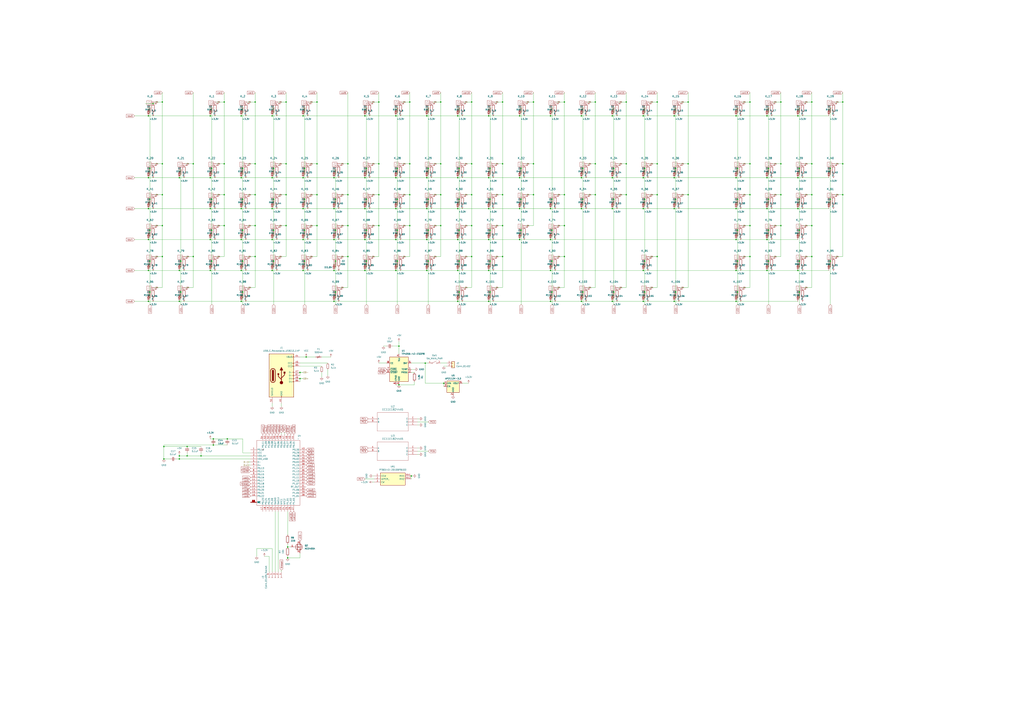
<source format=kicad_sch>
(kicad_sch (version 20250114) (generator "eeschema") (generator_version "9.0")
  (paper "A1")
  (junction (at 158.75 134.62))
  (junction (at 184.15 160.02))
  (junction (at 427.99 163.83))
  (junction (at 401.32 146.05))
  (junction (at 401.32 196.85))
  (junction (at 361.95 160.02))
  (junction (at 565.15 160.02))
  (junction (at 158.75 210.82))
  (junction (at 375.92 95.25))
  (junction (at 539.75 210.82))
  (junction (at 529.59 138.43))
  (junction (at 325.12 196.85))
  (junction (at 311.15 83.82))
  (junction (at 412.75 185.42))
  (junction (at 133.35 160.02))
  (junction (at 285.75 134.62))
  (junction (at 327.66 316.23))
  (junction (at 325.12 146.05))
  (junction (at 147.32 247.65))
  (junction (at 375.92 196.85))
  (junction (at 172.72 95.25))
  (junction (at 656.59 189.23))
  (junction (at 299.72 222.25))
  (junction (at 198.12 146.05))
  (junction (at 629.92 222.25))
  (junction (at 629.92 171.45))
  (junction (at 553.72 146.05))
  (junction (at 539.75 134.62))
  (junction (at 387.35 210.82))
  (junction (at 364.49 314.96))
  (junction (at 173.99 214.63))
  (junction (at 402.59 189.23))
  (junction (at 387.35 134.62))
  (junction (at 275.59 240.03))
  (junction (at 121.92 146.05))
  (junction (at 453.39 163.83))
  (junction (at 427.99 138.43))
  (junction (at 477.52 247.65))
  (junction (at 299.72 95.25))
  (junction (at 477.52 95.25))
  (junction (at 175.26 365.76))
  (junction (at 377.19 138.43))
  (junction (at 504.19 240.03))
  (junction (at 223.52 146.05))
  (junction (at 463.55 210.82))
  (junction (at 377.19 163.83))
  (junction (at 350.52 222.25))
  (junction (at 326.39 214.63))
  (junction (at 121.92 95.25))
  (junction (at 165.1 374.65))
  (junction (at 153.67 374.65))
  (junction (at 377.19 189.23))
  (junction (at 184.15 134.62))
  (junction (at 234.95 185.42))
  (junction (at 604.52 95.25))
  (junction (at 656.59 163.83))
  (junction (at 224.79 189.23))
  (junction (at 681.99 214.63))
  (junction (at 248.92 146.05))
  (junction (at 426.72 95.25))
  (junction (at 655.32 146.05))
  (junction (at 377.19 240.03))
  (junction (at 274.32 222.25))
  (junction (at 351.79 138.43))
  (junction (at 134.62 377.19))
  (junction (at 133.35 83.82))
  (junction (at 604.52 171.45))
  (junction (at 387.35 160.02))
  (junction (at 681.99 163.83))
  (junction (at 629.92 146.05))
  (junction (at 401.32 95.25))
  (junction (at 528.32 95.25))
  (junction (at 326.39 163.83))
  (junction (at 337.82 391.16))
  (junction (at 605.79 163.83))
  (junction (at 641.35 83.82))
  (junction (at 325.12 95.25))
  (junction (at 327.66 284.48))
  (junction (at 275.59 163.83))
  (junction (at 300.99 189.23))
  (junction (at 299.72 146.05))
  (junction (at 299.72 171.45))
  (junction (at 148.59 214.63))
  (junction (at 565.15 83.82))
  (junction (at 198.12 196.85))
  (junction (at 147.32 222.25))
  (junction (at 351.79 214.63))
  (junction (at 311.15 185.42))
  (junction (at 275.59 214.63))
  (junction (at 236.22 449.58))
  (junction (at 453.39 189.23))
  (junction (at 248.92 171.45))
  (junction (at 133.35 210.82))
  (junction (at 463.55 83.82))
  (junction (at 629.92 196.85))
  (junction (at 250.19 138.43))
  (junction (at 553.72 95.25))
  (junction (at 198.12 95.25))
  (junction (at 209.55 185.42))
  (junction (at 199.39 214.63))
  (junction (at 477.52 146.05))
  (junction (at 198.12 247.65))
  (junction (at 198.12 171.45))
  (junction (at 554.99 163.83))
  (junction (at 504.19 138.43))
  (junction (at 452.12 247.65))
  (junction (at 539.75 160.02))
  (junction (at 133.35 134.62))
  (junction (at 463.55 185.42))
  (junction (at 224.79 163.83))
  (junction (at 172.72 196.85))
  (junction (at 361.95 83.82))
  (junction (at 615.95 134.62))
  (junction (at 236.22 458.47))
  (junction (at 351.79 189.23))
  (junction (at 502.92 247.65))
  (junction (at 123.19 214.63))
  (junction (at 336.55 160.02))
  (junction (at 351.79 163.83))
  (junction (at 452.12 222.25))
  (junction (at 452.12 95.25))
  (junction (at 615.95 210.82))
  (junction (at 375.92 171.45))
  (junction (at 326.39 138.43))
  (junction (at 655.32 171.45))
  (junction (at 234.95 83.82))
  (junction (at 412.75 210.82))
  (junction (at 250.19 163.83))
  (junction (at 224.79 138.43))
  (junction (at 554.99 240.03))
  (junction (at 274.32 196.85))
  (junction (at 198.12 222.25))
  (junction (at 326.39 189.23))
  (junction (at 285.75 160.02))
  (junction (at 478.79 240.03))
  (junction (at 121.92 247.65))
  (junction (at 427.99 189.23))
  (junction (at 311.15 134.62))
  (junction (at 529.59 163.83))
  (junction (at 121.92 222.25))
  (junction (at 147.32 377.19))
  (junction (at 325.12 222.25))
  (junction (at 412.75 134.62))
  (junction (at 604.52 196.85))
  (junction (at 477.52 171.45))
  (junction (at 528.32 247.65))
  (junction (at 656.59 240.03))
  (junction (at 186.69 360.68))
  (junction (at 377.19 214.63))
  (junction (at 147.32 374.65))
  (junction (at 223.52 171.45))
  (junction (at 173.99 163.83))
  (junction (at 246.38 311.15))
  (junction (at 514.35 134.62))
  (junction (at 148.59 240.03))
  (junction (at 438.15 160.02))
  (junction (at 199.39 163.83))
  (junction (at 172.72 222.25))
  (junction (at 655.32 95.25))
  (junction (at 361.95 185.42))
  (junction (at 528.32 171.45))
  (junction (at 438.15 83.82))
  (junction (at 199.39 189.23))
  (junction (at 553.72 247.65))
  (junction (at 426.72 171.45))
  (junction (at 666.75 83.82))
  (junction (at 121.92 171.45))
  (junction (at 209.55 134.62))
  (junction (at 350.52 146.05))
  (junction (at 223.52 222.25))
  (junction (at 656.59 214.63))
  (junction (at 300.99 214.63))
  (junction (at 452.12 196.85))
  (junction (at 453.39 214.63))
  (junction (at 260.35 83.82))
  (junction (at 615.95 185.42))
  (junction (at 655.32 222.25))
  (junction (at 311.15 160.02))
  (junction (at 412.75 83.82))
  (junction (at 175.26 360.68))
  (junction (at 224.79 214.63))
  (junction (at 285.75 185.42))
  (junction (at 375.92 146.05))
  (junction (at 605.79 138.43))
  (junction (at 656.59 138.43))
  (junction (at 123.19 189.23))
  (junction (at 260.35 134.62))
  (junction (at 666.75 160.02))
  (junction (at 251.46 293.37))
  (junction (at 401.32 222.25))
  (junction (at 478.79 163.83))
  (junction (at 325.12 171.45))
  (junction (at 375.92 222.25))
  (junction (at 125.73 85.09))
  (junction (at 629.92 95.25))
  (junction (at 350.52 196.85))
  (junction (at 426.72 146.05))
  (junction (at 402.59 240.03))
  (junction (at 387.35 83.82))
  (junction (at 426.72 196.85))
  (junction (at 528.32 222.25))
  (junction (at 260.35 185.42))
  (junction (at 488.95 134.62))
  (junction (at 361.95 134.62))
  (junction (at 641.35 134.62))
  (junction (at 209.55 210.82))
  (junction (at 246.38 306.07))
  (junction (at 153.67 367.03))
  (junction (at 514.35 160.02))
  (junction (at 123.19 138.43))
  (junction (at 412.75 160.02))
  (junction (at 528.32 146.05))
  (junction (at 641.35 160.02))
  (junction (at 631.19 163.83))
  (junction (at 604.52 146.05))
  (junction (at 223.52 95.25))
  (junction (at 453.39 240.03))
  (junction (at 248.92 95.25))
  (junction (at 336.55 83.82))
  (junction (at 209.55 160.02))
  (junction (at 402.59 214.63))
  (junction (at 666.75 210.82))
  (junction (at 285.75 210.82))
  (junction (at 692.15 134.62))
  (junction (at 666.75 185.42))
  (junction (at 554.99 138.43))
  (junction (at 631.19 189.23))
  (junction (at 504.19 163.83))
  (junction (at 250.19 189.23))
  (junction (at 336.55 185.42))
  (junction (at 147.32 146.05))
  (junction (at 631.19 214.63))
  (junction (at 299.72 196.85))
  (junction (at 248.92 222.25))
  (junction (at 631.19 138.43))
  (junction (at 681.99 138.43))
  (junction (at 529.59 240.03))
  (junction (at 666.75 134.62))
  (junction (at 199.39 240.03))
  (junction (at 401.32 247.65))
  (junction (at 123.19 163.83))
  (junction (at 615.95 83.82))
  (junction (at 402.59 163.83))
  (junction (at 350.52 171.45))
  (junction (at 401.32 171.45))
  (junction (at 336.55 134.62))
  (junction (at 250.19 214.63))
  (junction (at 184.15 185.42))
  (junction (at 274.32 146.05))
  (junction (at 488.95 160.02))
  (junction (at 300.99 138.43))
  (junction (at 300.99 163.83))
  (junction (at 565.15 134.62))
  (junction (at 641.35 185.42))
  (junction (at 488.95 83.82))
  (junction (at 553.72 171.45))
  (junction (at 173.99 138.43))
  (junction (at 387.35 185.42))
  (junction (at 604.52 222.25))
  (junction (at 604.52 247.65))
  (junction (at 223.52 196.85))
  (junction (at 209.55 83.82))
  (junction (at 234.95 134.62))
  (junction (at 173.99 189.23))
  (junction (at 605.79 214.63))
  (junction (at 184.15 83.82))
  (junction (at 402.59 138.43))
  (junction (at 234.95 160.02))
  (junction (at 121.92 196.85))
  (junction (at 438.15 134.62))
  (junction (at 502.92 171.45))
  (junction (at 452.12 171.45))
  (junction (at 463.55 160.02))
  (junction (at 350.52 95.25))
  (junction (at 375.92 247.65))
  (junction (at 134.62 367.03))
  (junction (at 615.95 160.02))
  (junction (at 529.59 214.63))
  (junction (at 605.79 240.03))
  (junction (at 274.32 171.45))
  (junction (at 605.79 189.23))
  (junction (at 692.15 83.82))
  (junction (at 349.25 298.45))
  (junction (at 274.32 247.65))
  (junction (at 260.35 160.02))
  (junction (at 539.75 83.82))
  (junction (at 199.39 138.43))
  (junction (at 514.35 83.82))
  (junction (at 478.79 138.43))
  (junction (at 133.35 185.42))
  (junction (at 502.92 146.05))
  (junction (at 502.92 95.25))
  (junction (at 172.72 146.05))
  (junction (at 123.19 240.03))
  (junction (at 248.92 196.85))
  (junction (at 692.15 160.02))
  (junction (at 275.59 189.23))
  (junction (at 172.72 171.45))
  (wire (pts (xy 236.22 447.04) (xy 236.22 449.58)))
  (wire (pts (xy 502.92 171.45) (xy 528.32 171.45)))
  (wire (pts (xy 173.99 250.19) (xy 173.99 214.63)))
  (wire (pts (xy 299.72 393.7) (xy 307.34 393.7)))
  (wire (pts (xy 604.52 196.85) (xy 629.92 196.85)))
  (wire (pts (xy 327.66 284.48) (xy 327.66 290.83)))
  (wire (pts (xy 666.75 185.42) (xy 666.75 160.02)))
  (wire (pts (xy 349.25 298.45) (xy 349.25 314.96)))
  (wire (pts (xy 209.55 83.82) (xy 209.55 134.62)))
  (wire (pts (xy 300.99 250.19) (xy 300.99 214.63)))
  (wire (pts (xy 660.4 185.42) (xy 666.75 185.42)))
  (wire (pts (xy 412.75 236.22) (xy 412.75 210.82)))
  (wire (pts (xy 172.72 215.9) (xy 172.72 217.17)))
  (wire (pts (xy 604.52 241.3) (xy 604.52 242.57)))
  (wire (pts (xy 452.12 190.5) (xy 452.12 191.77)))
  (wire (pts (xy 158.75 76.2) (xy 158.75 134.62)))
  (wire (pts (xy 529.59 87.63) (xy 529.59 138.43)))
  (wire (pts (xy 223.52 196.85) (xy 248.92 196.85)))
  (wire (pts (xy 482.6 236.22) (xy 488.95 236.22)))
  (wire (pts (xy 361.95 185.42) (xy 361.95 160.02)))
  (wire (pts (xy 177.8 185.42) (xy 184.15 185.42)))
  (wire (pts (xy 279.4 210.82) (xy 285.75 210.82)))
  (wire (pts (xy 488.95 83.82) (xy 488.95 134.62)))
  (wire (pts (xy 364.49 300.99) (xy 367.03 300.99)))
  (wire (pts (xy 177.8 210.82) (xy 184.15 210.82)))
  (wire (pts (xy 299.72 190.5) (xy 299.72 191.77)))
  (wire (pts (xy 375.92 222.25) (xy 401.32 222.25)))
  (wire (pts (xy 299.72 215.9) (xy 299.72 217.17)))
  (wire (pts (xy -1008.38 429.26) (xy -1008.38 436.88)))
  (wire (pts (xy 554.99 87.63) (xy 554.99 138.43)))
  (wire (pts (xy 127 185.42) (xy 133.35 185.42)))
  (wire (pts (xy 203.2 210.82) (xy 209.55 210.82)))
  (wire (pts (xy 325.12 190.5) (xy 325.12 191.77)))
  (wire (pts (xy 655.32 190.5) (xy 655.32 191.77)))
  (wire (pts (xy 605.79 250.19) (xy 605.79 240.03)))
  (wire (pts (xy 285.75 76.2) (xy 285.75 134.62)))
  (wire (pts (xy 629.92 146.05) (xy 655.32 146.05)))
  (wire (pts (xy 327.66 280.67) (xy 327.66 284.48)))
  (wire (pts (xy 412.75 185.42) (xy 412.75 160.02)))
  (wire (pts (xy 381 134.62) (xy 387.35 134.62)))
  (wire (pts (xy 660.4 83.82) (xy 666.75 83.82)))
  (wire (pts (xy 165.1 374.65) (xy 153.67 374.65)))
  (wire (pts (xy 186.69 360.68) (xy 199.39 360.68)))
  (wire (pts (xy 349.25 298.45) (xy 351.79 298.45)))
  (wire (pts (xy 615.95 185.42) (xy 615.95 160.02)))
  (wire (pts (xy 375.92 146.05) (xy 401.32 146.05)))
  (wire (pts (xy 350.52 88.9) (xy 350.52 90.17)))
  (wire (pts (xy 426.72 165.1) (xy 426.72 166.37)))
  (wire (pts (xy 173.99 87.63) (xy 173.99 138.43)))
  (wire (pts (xy 246.38 306.07) (xy 248.92 306.07)))
  (wire (pts (xy 656.59 250.19) (xy 656.59 240.03)))
  (wire (pts (xy 655.32 222.25) (xy 680.72 222.25)))
  (wire (pts (xy 355.6 185.42) (xy 361.95 185.42)))
  (wire (pts (xy 326.39 138.43) (xy 326.39 163.83)))
  (wire (pts (xy 203.2 134.62) (xy 209.55 134.62)))
  (wire (pts (xy 604.52 215.9) (xy 604.52 217.17)))
  (wire (pts (xy 172.72 88.9) (xy 172.72 90.17)))
  (wire (pts (xy 311.15 298.45) (xy 317.5 298.45)))
  (wire (pts (xy 250.19 163.83) (xy 250.19 189.23)))
  (wire (pts (xy 248.92 95.25) (xy 299.72 95.25)))
  (wire (pts (xy 147.32 241.3) (xy 147.32 242.57)))
  (wire (pts (xy 641.35 76.2) (xy 641.35 83.82)))
  (wire (pts (xy 666.75 236.22) (xy 666.75 210.82)))
  (wire (pts (xy 177.8 134.62) (xy 184.15 134.62)))
  (wire (pts (xy 330.2 134.62) (xy 336.55 134.62)))
  (wire (pts (xy 609.6 210.82) (xy 615.95 210.82)))
  (wire (pts (xy 412.75 210.82) (xy 412.75 185.42)))
  (wire (pts (xy 344.17 349.25) (xy 342.9 349.25)))
  (wire (pts (xy 251.46 293.37) (xy 259.08 293.37)))
  (wire (pts (xy 274.32 241.3) (xy 274.32 242.57)))
  (wire (pts (xy 223.52 146.05) (xy 248.92 146.05)))
  (wire (pts (xy 631.19 87.63) (xy 631.19 138.43)))
  (wire (pts (xy 635 160.02) (xy 641.35 160.02)))
  (wire (pts (xy 412.75 160.02) (xy 412.75 134.62)))
  (wire (pts (xy 127 236.22) (xy 133.35 236.22)))
  (wire (pts (xy 655.32 139.7) (xy 655.32 140.97)))
  (wire (pts (xy 558.8 160.02) (xy 565.15 160.02)))
  (wire (pts (xy 177.8 83.82) (xy 184.15 83.82)))
  (wire (pts (xy 344.17 373.38) (xy 342.9 373.38)))
  (wire (pts (xy 502.92 146.05) (xy 528.32 146.05)))
  (wire (pts (xy 478.79 138.43) (xy 478.79 163.83)))
  (wire (pts (xy 147.32 139.7) (xy 147.32 140.97)))
  (wire (pts (xy 325.12 165.1) (xy 325.12 166.37)))
  (wire (pts (xy 133.35 160.02) (xy 133.35 134.62)))
  (wire (pts (xy 330.2 83.82) (xy 336.55 83.82)))
  (wire (pts (xy 375.92 171.45) (xy 401.32 171.45)))
  (wire (pts (xy 325.12 88.9) (xy 325.12 90.17)))
  (wire (pts (xy 246.38 311.15) (xy 248.92 311.15)))
  (wire (pts (xy 604.52 139.7) (xy 604.52 140.97)))
  (wire (pts (xy 127 160.02) (xy 133.35 160.02)))
  (wire (pts (xy 504.19 163.83) (xy 504.19 240.03)))
  (wire (pts (xy 565.15 236.22) (xy 565.15 160.02)))
  (wire (pts (xy 274.32 190.5) (xy 274.32 191.77)))
  (wire (pts (xy 692.15 160.02) (xy 692.15 134.62)))
  (wire (pts (xy 175.26 360.68) (xy 186.69 360.68)))
  (wire (pts (xy 152.4 236.22) (xy 158.75 236.22)))
  (wire (pts (xy 269.24 303.53) (xy 269.24 308.61)))
  (wire (pts (xy 234.95 185.42) (xy 234.95 160.02)))
  (wire (pts (xy 533.4 134.62) (xy 539.75 134.62)))
  (wire (pts (xy 147.32 146.05) (xy 172.72 146.05)))
  (wire (pts (xy 553.72 88.9) (xy 553.72 90.17)))
  (wire (pts (xy 406.4 134.62) (xy 412.75 134.62)))
  (wire (pts (xy 121.92 215.9) (xy 121.92 217.17)))
  (wire (pts (xy 488.95 76.2) (xy 488.95 83.82)))
  (wire (pts (xy 304.8 210.82) (xy 311.15 210.82)))
  (wire (pts (xy 246.38 293.37) (xy 251.46 293.37)))
  (wire (pts (xy 314.96 284.48) (xy 317.5 284.48)))
  (wire (pts (xy 605.79 87.63) (xy 605.79 138.43)))
  (wire (pts (xy 199.39 360.68) (xy 199.39 372.11)))
  (wire (pts (xy 635 134.62) (xy 641.35 134.62)))
  (wire (pts (xy 660.4 160.02) (xy 666.75 160.02)))
  (wire (pts (xy 224.79 163.83) (xy 224.79 189.23)))
  (wire (pts (xy 502.92 165.1) (xy 502.92 166.37)))
  (wire (pts (xy 426.72 146.05) (xy 477.52 146.05)))
  (wire (pts (xy 127 210.82) (xy 133.35 210.82)))
  (wire (pts (xy 279.4 134.62) (xy 285.75 134.62)))
  (wire (pts (xy 666.75 210.82) (xy 666.75 185.42)))
  (wire (pts (xy 123.19 189.23) (xy 123.19 214.63)))
  (wire (pts (xy 539.75 160.02) (xy 539.75 134.62)))
  (wire (pts (xy 336.55 76.2) (xy 336.55 83.82)))
  (wire (pts (xy 656.59 214.63) (xy 656.59 240.03)))
  (wire (pts (xy 209.55 185.42) (xy 209.55 160.02)))
  (wire (pts (xy 248.92 196.85) (xy 274.32 196.85)))
  (wire (pts (xy 133.35 83.82) (xy 133.35 134.62)))
  (wire (pts (xy 203.2 185.42) (xy 209.55 185.42)))
  (wire (pts (xy 351.79 250.19) (xy 351.79 214.63)))
  (wire (pts (xy 427.99 138.43) (xy 427.99 163.83)))
  (wire (pts (xy 248.92 222.25) (xy 274.32 222.25)))
  (wire (pts (xy 153.67 367.03) (xy 165.1 367.03)))
  (wire (pts (xy 553.72 247.65) (xy 604.52 247.65)))
  (wire (pts (xy 401.32 196.85) (xy 426.72 196.85)))
  (wire (pts (xy 228.6 83.82) (xy 234.95 83.82)))
  (wire (pts (xy 681.99 87.63) (xy 681.99 138.43)))
  (wire (pts (xy 656.59 189.23) (xy 656.59 214.63)))
  (wire (pts (xy 655.32 88.9) (xy 655.32 90.17)))
  (wire (pts (xy 184.15 76.2) (xy 184.15 83.82)))
  (wire (pts (xy 172.72 171.45) (xy 198.12 171.45)))
  (wire (pts (xy 426.72 171.45) (xy 452.12 171.45)))
  (wire (pts (xy 660.4 210.82) (xy 666.75 210.82)))
  (wire (pts (xy 502.92 241.3) (xy 502.92 242.57)))
  (wire (pts (xy 172.72 165.1) (xy 172.72 166.37)))
  (wire (pts (xy 453.39 87.63) (xy 453.39 163.83)))
  (wire (pts (xy 275.59 189.23) (xy 275.59 214.63)))
  (wire (pts (xy 361.95 298.45) (xy 367.03 298.45)))
  (wire (pts (xy 246.38 311.15) (xy 246.38 313.69)))
  (wire (pts (xy 299.72 196.85) (xy 325.12 196.85)))
  (wire (pts (xy 234.95 76.2) (xy 234.95 83.82)))
  (wire (pts (xy 285.75 160.02) (xy 285.75 134.62)))
  (wire (pts (xy 121.92 196.85) (xy 172.72 196.85)))
  (wire (pts (xy 172.72 139.7) (xy 172.72 140.97)))
  (wire (pts (xy 605.79 189.23) (xy 605.79 214.63)))
  (wire (pts (xy 340.36 303.53) (xy 337.82 303.53)))
  (wire (pts (xy 375.92 215.9) (xy 375.92 217.17)))
  (wire (pts (xy 226.06 420.37) (xy 226.06 469.9)))
  (wire (pts (xy 228.6 134.62) (xy 234.95 134.62)))
  (wire (pts (xy 158.75 210.82) (xy 158.75 134.62)))
  (wire (pts (xy 361.95 210.82) (xy 361.95 185.42)))
  (wire (pts (xy 223.52 139.7) (xy 223.52 140.97)))
  (wire (pts (xy 325.12 95.25) (xy 350.52 95.25)))
  (wire (pts (xy 223.52 171.45) (xy 248.92 171.45)))
  (wire (pts (xy 351.79 346.71) (xy 342.9 346.71)))
  (wire (pts (xy 236.22 458.47) (xy 236.22 457.2)))
  (wire (pts (xy 223.52 88.9) (xy 223.52 90.17)))
  (wire (pts (xy 133.35 210.82) (xy 133.35 185.42)))
  (wire (pts (xy 406.4 210.82) (xy 412.75 210.82)))
  (wire (pts (xy 558.8 236.22) (xy 565.15 236.22)))
  (wire (pts (xy 381 83.82) (xy 387.35 83.82)))
  (wire (pts (xy 248.92 165.1) (xy 248.92 166.37)))
  (wire (pts (xy 401.32 190.5) (xy 401.32 191.77)))
  (wire (pts (xy 327.66 316.23) (xy 340.36 316.23)))
  (wire (pts (xy 133.35 185.42) (xy 133.35 160.02)))
  (wire (pts (xy 275.59 138.43) (xy 275.59 163.83)))
  (wire (pts (xy 350.52 215.9) (xy 350.52 217.17)))
  (wire (pts (xy 656.59 138.43) (xy 656.59 163.83)))
  (wire (pts (xy 377.19 138.43) (xy 377.19 163.83)))
  (wire (pts (xy 426.72 95.25) (xy 452.12 95.25)))
  (wire (pts (xy 401.32 95.25) (xy 426.72 95.25)))
  (wire (pts (xy 275.59 250.19) (xy 275.59 240.03)))
  (wire (pts (xy 121.92 190.5) (xy 121.92 191.77)))
  (wire (pts (xy 330.2 185.42) (xy 336.55 185.42)))
  (wire (pts (xy 381 160.02) (xy 387.35 160.02)))
  (wire (pts (xy 299.72 222.25) (xy 325.12 222.25)))
  (wire (pts (xy 355.6 83.82) (xy 361.95 83.82)))
  (wire (pts (xy 375.92 190.5) (xy 375.92 191.77)))
  (wire (pts (xy 457.2 83.82) (xy 463.55 83.82)))
  (wire (pts (xy 147.32 374.65) (xy 147.32 373.38)))
  (wire (pts (xy 553.72 171.45) (xy 604.52 171.45)))
  (wire (pts (xy 300.99 87.63) (xy 300.99 138.43)))
  (wire (pts (xy 402.59 189.23) (xy 402.59 214.63)))
  (wire (pts (xy 260.35 160.02) (xy 260.35 134.62)))
  (wire (pts (xy 147.32 377.19) (xy 147.32 374.65)))
  (wire (pts (xy 203.2 236.22) (xy 209.55 236.22)))
  (wire (pts (xy 660.4 236.22) (xy 666.75 236.22)))
  (wire (pts (xy 350.52 139.7) (xy 350.52 140.97)))
  (wire (pts (xy 121.92 88.9) (xy 121.92 90.17)))
  (wire (pts (xy 375.92 139.7) (xy 375.92 140.97)))
  (wire (pts (xy 123.19 214.63) (xy 123.19 240.03)))
  (wire (pts (xy 198.12 165.1) (xy 198.12 166.37)))
  (wire (pts (xy 246.38 300.99) (xy 264.16 300.99)))
  (wire (pts (xy 224.79 250.19) (xy 224.79 214.63)))
  (wire (pts (xy 655.32 165.1) (xy 655.32 166.37)))
  (wire (pts (xy 336.55 83.82) (xy 336.55 134.62)))
  (wire (pts (xy 133.35 236.22) (xy 133.35 210.82)))
  (wire (pts (xy 528.32 215.9) (xy 528.32 217.17)))
  (wire (pts (xy 311.15 160.02) (xy 311.15 134.62)))
  (wire (pts (xy 533.4 83.82) (xy 539.75 83.82)))
  (wire (pts (xy 533.4 236.22) (xy 539.75 236.22)))
  (wire (pts (xy 641.35 210.82) (xy 641.35 185.42)))
  (wire (pts (xy 148.59 250.19) (xy 148.59 240.03)))
  (wire (pts (xy 554.99 138.43) (xy 554.99 163.83)))
  (wire (pts (xy 426.72 88.9) (xy 426.72 90.17)))
  (wire (pts (xy 223.52 215.9) (xy 223.52 217.17)))
  (wire (pts (xy 260.35 185.42) (xy 260.35 160.02)))
  (wire (pts (xy 615.95 83.82) (xy 615.95 134.62)))
  (wire (pts (xy 361.95 83.82) (xy 361.95 134.62)))
  (wire (pts (xy 299.72 171.45) (xy 325.12 171.45)))
  (wire (pts (xy 248.92 88.9) (xy 248.92 90.17)))
  (wire (pts (xy 387.35 160.02) (xy 387.35 134.62)))
  (wire (pts (xy 304.8 185.42) (xy 311.15 185.42)))
  (wire (pts (xy 198.12 171.45) (xy 223.52 171.45)))
  (wire (pts (xy 666.75 76.2) (xy 666.75 83.82)))
  (wire (pts (xy 300.99 189.23) (xy 300.99 214.63)))
  (wire (pts (xy 528.32 146.05) (xy 553.72 146.05)))
  (wire (pts (xy 635 210.82) (xy 641.35 210.82)))
  (wire (pts (xy 558.8 83.82) (xy 565.15 83.82)))
  (wire (pts (xy 165.1 372.11) (xy 165.1 374.65)))
  (wire (pts (xy 401.32 88.9) (xy 401.32 90.17)))
  (wire (pts (xy 604.52 190.5) (xy 604.52 191.77)))
  (wire (pts (xy 604.52 171.45) (xy 629.92 171.45)))
  (wire (pts (xy 457.2 160.02) (xy 463.55 160.02)))
  (wire (pts (xy 250.19 250.19) (xy 250.19 214.63)))
  (wire (pts (xy 381 236.22) (xy 387.35 236.22)))
  (wire (pts (xy 279.4 185.42) (xy 285.75 185.42)))
  (wire (pts (xy 199.39 163.83) (xy 199.39 189.23)))
  (wire (pts (xy 198.12 247.65) (xy 274.32 247.65)))
  (wire (pts (xy 330.2 210.82) (xy 336.55 210.82)))
  (wire (pts (xy 198.12 215.9) (xy 198.12 217.17)))
  (wire (pts (xy 248.92 139.7) (xy 248.92 140.97)))
  (wire (pts (xy 528.32 247.65) (xy 553.72 247.65)))
  (wire (pts (xy 339.09 391.16) (xy 337.82 391.16)))
  (wire (pts (xy 681.99 138.43) (xy 681.99 163.83)))
  (wire (pts (xy 147.32 374.65) (xy 153.67 374.65)))
  (wire (pts (xy 629.92 95.25) (xy 655.32 95.25)))
  (wire (pts (xy 553.72 165.1) (xy 553.72 166.37)))
  (wire (pts (xy 680.72 88.9) (xy 680.72 90.17)))
  (wire (pts (xy 406.4 160.02) (xy 412.75 160.02)))
  (wire (pts (xy 199.39 138.43) (xy 199.39 163.83)))
  (wire (pts (xy 110.49 247.65) (xy 121.92 247.65)))
  (wire (pts (xy 121.92 95.25) (xy 172.72 95.25)))
  (wire (pts (xy 539.75 76.2) (xy 539.75 83.82)))
  (wire (pts (xy 631.19 138.43) (xy 631.19 163.83)))
  (wire (pts (xy 350.52 196.85) (xy 375.92 196.85)))
  (wire (pts (xy 533.4 160.02) (xy 539.75 160.02)))
  (wire (pts (xy 250.19 138.43) (xy 250.19 163.83)))
  (wire (pts (xy 508 236.22) (xy 514.35 236.22)))
  (wire (pts (xy 375.92 88.9) (xy 375.92 90.17)))
  (wire (pts (xy 635 185.42) (xy 641.35 185.42)))
  (wire (pts (xy 133.35 76.2) (xy 133.35 83.82)))
  (wire (pts (xy 223.52 222.25) (xy 248.92 222.25)))
  (wire (pts (xy 177.8 160.02) (xy 184.15 160.02)))
  (wire (pts (xy 248.92 215.9) (xy 248.92 217.17)))
  (wire (pts (xy 508 160.02) (xy 514.35 160.02)))
  (wire (pts (xy 401.32 146.05) (xy 426.72 146.05)))
  (wire (pts (xy 325.12 316.23) (xy 327.66 316.23)))
  (wire (pts (xy 326.39 189.23) (xy 326.39 214.63)))
  (wire (pts (xy 275.59 163.83) (xy 275.59 189.23)))
  (wire (pts (xy 565.15 160.02) (xy 565.15 134.62)))
  (wire (pts (xy 279.4 236.22) (xy 285.75 236.22)))
  (wire (pts (xy 655.32 215.9) (xy 655.32 217.17)))
  (wire (pts (xy 210.82 457.2) (xy 210.82 450.85)))
  (wire (pts (xy 609.6 83.82) (xy 615.95 83.82)))
  (wire (pts (xy 605.79 138.43) (xy 605.79 163.83)))
  (wire (pts (xy 224.79 189.23) (xy 224.79 214.63)))
  (wire (pts (xy 529.59 138.43) (xy 529.59 163.83)))
  (wire (pts (xy 300.99 163.83) (xy 300.99 189.23)))
  (wire (pts (xy 325.12 139.7) (xy 325.12 140.97)))
  (wire (pts (xy 326.39 87.63) (xy 326.39 138.43)))
  (wire (pts (xy 477.52 165.1) (xy 477.52 166.37)))
  (wire (pts (xy 344.17 344.17) (xy 342.9 344.17)))
  (wire (pts (xy 147.32 247.65) (xy 198.12 247.65)))
  (wire (pts (xy 477.52 88.9) (xy 477.52 90.17)))
  (wire (pts (xy 231.14 331.47) (xy 231.14 334.01)))
  (wire (pts (xy 121.92 146.05) (xy 147.32 146.05)))
  (wire (pts (xy 375.92 95.25) (xy 401.32 95.25)))
  (wire (pts (xy 377.19 250.19) (xy 377.19 240.03)))
  (wire (pts (xy 231.14 355.6) (xy 231.14 356.87)))
  (wire (pts (xy 198.12 139.7) (xy 198.12 140.97)))
  (wire (pts (xy 299.72 146.05) (xy 325.12 146.05)))
  (wire (pts (xy 204.47 382.27) (xy 205.74 382.27)))
  (wire (pts (xy 274.32 222.25) (xy 299.72 222.25)))
  (wire (pts (xy 504.19 138.43) (xy 504.19 163.83)))
  (wire (pts (xy 236.22 420.37) (xy 236.22 439.42)))
  (wire (pts (xy 381 210.82) (xy 387.35 210.82)))
  (wire (pts (xy 361.95 160.02) (xy 361.95 134.62)))
  (wire (pts (xy 172.72 222.25) (xy 198.12 222.25)))
  (wire (pts (xy 452.12 88.9) (xy 452.12 90.17)))
  (wire (pts (xy 641.35 185.42) (xy 641.35 160.02)))
  (wire (pts (xy 147.32 222.25) (xy 172.72 222.25)))
  (wire (pts (xy 375.92 165.1) (xy 375.92 166.37)))
  (wire (pts (xy 655.32 241.3) (xy 655.32 242.57)))
  (wire (pts (xy 514.35 76.2) (xy 514.35 83.82)))
  (wire (pts (xy 482.6 160.02) (xy 488.95 160.02)))
  (wire (pts (xy 223.52 95.25) (xy 248.92 95.25)))
  (wire (pts (xy 325.12 222.25) (xy 350.52 222.25)))
  (wire (pts (xy 119.38 85.09) (xy 125.73 85.09)))
  (wire (pts (xy 502.92 88.9) (xy 502.92 90.17)))
  (wire (pts (xy 565.15 83.82) (xy 565.15 134.62)))
  (wire (pts (xy 351.79 138.43) (xy 351.79 163.83)))
  (wire (pts (xy 199.39 250.19) (xy 199.39 240.03)))
  (wire (pts (xy 205.74 374.65) (xy 165.1 374.65)))
  (wire (pts (xy 209.55 76.2) (xy 209.55 83.82)))
  (wire (pts (xy 565.15 76.2) (xy 565.15 83.82)))
  (wire (pts (xy 685.8 134.62) (xy 692.15 134.62)))
  (wire (pts (xy 452.12 215.9) (xy 452.12 217.17)))
  (wire (pts (xy 528.32 171.45) (xy 553.72 171.45)))
  (wire (pts (xy 355.6 210.82) (xy 361.95 210.82)))
  (wire (pts (xy 402.59 138.43) (xy 402.59 163.83)))
  (wire (pts (xy 412.75 83.82) (xy 412.75 134.62)))
  (wire (pts (xy 246.38 306.07) (xy 246.38 308.61)))
  (wire (pts (xy 260.35 210.82) (xy 260.35 185.42)))
  (wire (pts (xy 605.79 214.63) (xy 605.79 240.03)))
  (wire (pts (xy 248.92 146.05) (xy 274.32 146.05)))
  (wire (pts (xy 412.75 76.2) (xy 412.75 83.82)))
  (wire (pts (xy 641.35 83.82) (xy 641.35 134.62)))
  (wire (pts (xy 233.68 355.6) (xy 233.68 356.87)))
  (wire (pts (xy 121.92 222.25) (xy 147.32 222.25)))
  (wire (pts (xy 488.95 160.02) (xy 488.95 134.62)))
  (wire (pts (xy 438.15 185.42) (xy 438.15 160.02)))
  (wire (pts (xy 173.99 138.43) (xy 173.99 163.83)))
  (wire (pts (xy 377.19 189.23) (xy 377.19 214.63)))
  (wire (pts (xy 452.12 247.65) (xy 477.52 247.65)))
  (wire (pts (xy 615.95 236.22) (xy 615.95 210.82)))
  (wire (pts (xy 402.59 87.63) (xy 402.59 138.43)))
  (wire (pts (xy 325.12 171.45) (xy 350.52 171.45)))
  (wire (pts (xy 528.32 139.7) (xy 528.32 140.97)))
  (wire (pts (xy 539.75 210.82) (xy 539.75 160.02)))
  (wire (pts (xy 350.52 95.25) (xy 375.92 95.25)))
  (wire (pts (xy 426.72 196.85) (xy 452.12 196.85)))
  (wire (pts (xy 147.32 377.19) (xy 205.74 377.19)))
  (wire (pts (xy 692.15 210.82) (xy 692.15 160.02)))
  (wire (pts (xy 351.79 163.83) (xy 351.79 189.23)))
  (wire (pts (xy 655.32 146.05) (xy 680.72 146.05)))
  (wire (pts (xy 223.52 450.85) (xy 223.52 469.9)))
  (wire (pts (xy 210.82 450.85) (xy 223.52 450.85)))
  (wire (pts (xy 453.39 214.63) (xy 453.39 240.03)))
  (wire (pts (xy 508 134.62) (xy 514.35 134.62)))
  (wire (pts (xy 553.72 139.7) (xy 553.72 140.97)))
  (wire (pts (xy 285.75 236.22) (xy 285.75 210.82)))
  (wire (pts (xy 656.59 87.63) (xy 656.59 138.43)))
  (wire (pts (xy 184.15 83.82) (xy 184.15 134.62)))
  (wire (pts (xy 384.81 314.96) (xy 379.73 314.96)))
  (wire (pts (xy 387.35 83.82) (xy 387.35 134.62)))
  (wire (pts (xy 274.32 196.85) (xy 299.72 196.85)))
  (wire (pts (xy 274.32 247.65) (xy 375.92 247.65)))
  (wire (pts (xy 299.72 139.7) (xy 299.72 140.97)))
  (wire (pts (xy 427.99 163.83) (xy 427.99 189.23)))
  (wire (pts (xy 453.39 163.83) (xy 453.39 189.23)))
  (wire (pts (xy 629.92 165.1) (xy 629.92 166.37)))
  (wire (pts (xy 453.39 189.23) (xy 453.39 214.63)))
  (wire (pts (xy 692.15 76.2) (xy 692.15 83.82)))
  (wire (pts (xy 311.15 185.42) (xy 311.15 160.02)))
  (wire (pts (xy 406.4 236.22) (xy 412.75 236.22)))
  (wire (pts (xy 152.4 134.62) (xy 158.75 134.62)))
  (wire (pts (xy 223.52 190.5) (xy 223.52 191.77)))
  (wire (pts (xy 539.75 236.22) (xy 539.75 210.82)))
  (wire (pts (xy 528.32 241.3) (xy 528.32 242.57)))
  (wire (pts (xy 401.32 165.1) (xy 401.32 166.37)))
  (wire (pts (xy 248.92 171.45) (xy 274.32 171.45)))
  (wire (pts (xy 198.12 241.3) (xy 198.12 242.57)))
  (wire (pts (xy 184.15 160.02) (xy 184.15 134.62)))
  (wire (pts (xy 502.92 95.25) (xy 528.32 95.25)))
  (wire (pts (xy 387.35 185.42) (xy 387.35 160.02)))
  (wire (pts (xy 553.72 241.3) (xy 553.72 242.57)))
  (wire (pts (xy 514.35 160.02) (xy 514.35 134.62)))
  (wire (pts (xy 355.6 160.02) (xy 361.95 160.02)))
  (wire (pts (xy 172.72 360.68) (xy 175.26 360.68)))
  (wire (pts (xy 274.32 165.1) (xy 274.32 166.37)))
  (wire (pts (xy 452.12 95.25) (xy 477.52 95.25)))
  (wire (pts (xy 147.32 215.9) (xy 147.32 217.17)))
  (wire (pts (xy 438.15 76.2) (xy 438.15 83.82)))
  (wire (pts (xy 231.14 469.9) (xy 231.14 468.63)))
  (wire (pts (xy 402.59 163.83) (xy 402.59 189.23)))
  (wire (pts (xy 204.47 379.73) (xy 205.74 379.73)))
  (wire (pts (xy 558.8 134.62) (xy 565.15 134.62)))
  (wire (pts (xy 199.39 372.11) (xy 205.74 372.11)))
  (wire (pts (xy 121.92 247.65) (xy 147.32 247.65)))
  (wire (pts (xy 152.4 210.82) (xy 158.75 210.82)))
  (wire (pts (xy 655.32 171.45) (xy 680.72 171.45)))
  (wire (pts (xy 681.99 250.19) (xy 681.99 214.63)))
  (wire (pts (xy 457.2 185.42) (xy 463.55 185.42)))
  (wire (pts (xy 478.79 250.19) (xy 478.79 240.03)))
  (wire (pts (xy 336.55 160.02) (xy 336.55 134.62)))
  (wire (pts (xy 223.52 334.01) (xy 223.52 331.47)))
  (wire (pts (xy 299.72 165.1) (xy 299.72 166.37)))
  (wire (pts (xy 184.15 210.82) (xy 184.15 185.42)))
  (wire (pts (xy 349.25 298.45) (xy 337.82 298.45)))
  (wire (pts (xy 463.55 83.82) (xy 463.55 160.02)))
  (wire (pts (xy 528.32 165.1) (xy 528.32 166.37)))
  (wire (pts (xy 228.6 185.42) (xy 234.95 185.42)))
  (wire (pts (xy 452.12 222.25) (xy 528.32 222.25)))
  (wire (pts (xy 629.92 88.9) (xy 629.92 90.17)))
  (wire (pts (xy 629.92 215.9) (xy 629.92 217.17)))
  (wire (pts (xy 350.52 171.45) (xy 375.92 171.45)))
  (wire (pts (xy 198.12 146.05) (xy 223.52 146.05)))
  (wire (pts (xy 134.62 365.76) (xy 134.62 367.03)))
  (wire (pts (xy 228.6 210.82) (xy 234.95 210.82)))
  (wire (pts (xy 350.52 165.1) (xy 350.52 166.37)))
  (wire (pts (xy 172.72 95.25) (xy 198.12 95.25)))
  (wire (pts (xy 121.92 171.45) (xy 172.72 171.45)))
  (wire (pts (xy 554.99 163.83) (xy 554.99 240.03)))
  (wire (pts (xy 147.32 377.19) (xy 144.78 377.19)))
  (wire (pts (xy 260.35 83.82) (xy 260.35 134.62)))
  (wire (pts (xy 631.19 189.23) (xy 631.19 214.63)))
  (wire (pts (xy 325.12 215.9) (xy 325.12 217.17)))
  (wire (pts (xy 478.79 163.83) (xy 478.79 240.03)))
  (wire (pts (xy 406.4 83.82) (xy 412.75 83.82)))
  (wire (pts (xy 285.75 185.42) (xy 285.75 160.02)))
  (wire (pts (xy 351.79 87.63) (xy 351.79 138.43)))
  (wire (pts (xy 351.79 370.84) (xy 342.9 370.84)))
  (wire (pts (xy 134.62 367.03) (xy 134.62 377.19)))
  (wire (pts (xy 477.52 247.65) (xy 502.92 247.65)))
  (wire (pts (xy 121.92 241.3) (xy 121.92 242.57)))
  (wire (pts (xy 209.55 160.02) (xy 209.55 134.62)))
  (wire (pts (xy 336.55 185.42) (xy 336.55 160.02)))
  (wire (pts (xy 304.8 160.02) (xy 311.15 160.02)))
  (wire (pts (xy 609.6 236.22) (xy 615.95 236.22)))
  (wire (pts (xy 306.07 391.16) (xy 307.34 391.16)))
  (wire (pts (xy 209.55 236.22) (xy 209.55 210.82)))
  (wire (pts (xy 685.8 210.82) (xy 692.15 210.82)))
  (wire (pts (xy 198.12 190.5) (xy 198.12 191.77)))
  (wire (pts (xy 375.92 196.85) (xy 401.32 196.85)))
  (wire (pts (xy 110.49 171.45) (xy 121.92 171.45)))
  (wire (pts (xy 274.32 215.9) (xy 274.32 217.17)))
  (wire (pts (xy 299.72 95.25) (xy 325.12 95.25)))
  (wire (pts (xy 254 134.62) (xy 260.35 134.62)))
  (wire (pts (xy 477.52 146.05) (xy 502.92 146.05)))
  (wire (pts (xy 203.2 160.02) (xy 209.55 160.02)))
  (wire (pts (xy 681.99 163.83) (xy 681.99 214.63)))
  (wire (pts (xy 134.62 377.19) (xy 139.7 377.19)))
  (wire (pts (xy 377.19 87.63) (xy 377.19 138.43)))
  (wire (pts (xy 158.75 236.22) (xy 158.75 210.82)))
  (wire (pts (xy 326.39 250.19) (xy 326.39 214.63)))
  (wire (pts (xy 604.52 222.25) (xy 629.92 222.25)))
  (wire (pts (xy 326.39 163.83) (xy 326.39 189.23)))
  (wire (pts (xy 401.32 215.9) (xy 401.32 217.17)))
  (wire (pts (xy 173.99 189.23) (xy 173.99 214.63)))
  (wire (pts (xy 361.95 76.2) (xy 361.95 83.82)))
  (wire (pts (xy 431.8 134.62) (xy 438.15 134.62)))
  (wire (pts (xy 553.72 95.25) (xy 604.52 95.25)))
  (wire (pts (xy 431.8 160.02) (xy 438.15 160.02)))
  (wire (pts (xy 275.59 214.63) (xy 275.59 240.03)))
  (wire (pts (xy 173.99 163.83) (xy 173.99 189.23)))
  (wire (pts (xy 604.52 146.05) (xy 629.92 146.05)))
  (wire (pts (xy 452.12 196.85) (xy 604.52 196.85)))
  (wire (pts (xy 615.95 76.2) (xy 615.95 83.82)))
  (wire (pts (xy 402.59 250.19) (xy 402.59 240.03)))
  (wire (pts (xy 254 185.42) (xy 260.35 185.42)))
  (wire (pts (xy 463.55 236.22) (xy 463.55 210.82)))
  (wire (pts (xy 236.22 458.47) (xy 246.38 458.47)))
  (wire (pts (xy 264.16 306.07) (xy 264.16 309.88)))
  (wire (pts (xy 457.2 210.82) (xy 463.55 210.82)))
  (wire (pts (xy 401.32 171.45) (xy 426.72 171.45)))
  (wire (pts (xy 274.32 171.45) (xy 299.72 171.45)))
  (wire (pts (xy 304.8 134.62) (xy 311.15 134.62)))
  (wire (pts (xy 680.72 215.9) (xy 680.72 217.17)))
  (wire (pts (xy 153.67 372.11) (xy 153.67 374.65)))
  (wire (pts (xy 330.2 160.02) (xy 336.55 160.02)))
  (wire (pts (xy 666.75 160.02) (xy 666.75 134.62)))
  (wire (pts (xy 285.75 210.82) (xy 285.75 185.42)))
  (wire (pts (xy 426.72 190.5) (xy 426.72 191.77)))
  (wire (pts (xy 351.79 189.23) (xy 351.79 214.63)))
  (wire (pts (xy 641.35 160.02) (xy 641.35 134.62)))
  (wire (pts (xy 199.39 189.23) (xy 199.39 214.63)))
  (wire (pts (xy 631.19 250.19) (xy 631.19 214.63)))
  (wire (pts (xy 209.55 210.82) (xy 209.55 185.42)))
  (wire (pts (xy 680.72 139.7) (xy 680.72 140.97)))
  (wire (pts (xy 172.72 146.05) (xy 198.12 146.05)))
  (wire (pts (xy 477.52 241.3) (xy 477.52 242.57)))
  (wire (pts (xy 248.92 190.5) (xy 248.92 191.77)))
  (wire (pts (xy 477.52 95.25) (xy 502.92 95.25)))
  (wire (pts (xy 488.95 236.22) (xy 488.95 160.02)))
  (wire (pts (xy 431.8 83.82) (xy 438.15 83.82)))
  (wire (pts (xy 452.12 165.1) (xy 452.12 166.37)))
  (wire (pts (xy 680.72 165.1) (xy 680.72 166.37)))
  (wire (pts (xy 234.95 83.82) (xy 234.95 134.62)))
  (wire (pts (xy 381 185.42) (xy 387.35 185.42)))
  (wire (pts (xy 203.2 83.82) (xy 209.55 83.82)))
  (wire (pts (xy 478.79 87.63) (xy 478.79 138.43)))
  (wire (pts (xy 426.72 139.7) (xy 426.72 140.97)))
  (wire (pts (xy 477.52 171.45) (xy 502.92 171.45)))
  (wire (pts (xy 431.8 185.42) (xy 438.15 185.42)))
  (wire (pts (xy 217.17 457.2) (xy 220.98 457.2)))
  (wire (pts (xy 355.6 134.62) (xy 361.95 134.62)))
  (wire (pts (xy 685.8 160.02) (xy 692.15 160.02)))
  (wire (pts (xy 504.19 87.63) (xy 504.19 138.43)))
  (wire (pts (xy 350.52 146.05) (xy 375.92 146.05)))
  (wire (pts (xy 604.52 165.1) (xy 604.52 166.37)))
  (wire (pts (xy 401.32 222.25) (xy 452.12 222.25)))
  (wire (pts (xy 250.19 87.63) (xy 250.19 138.43)))
  (wire (pts (xy 387.35 210.82) (xy 387.35 185.42)))
  (wire (pts (xy 127 83.82) (xy 133.35 83.82)))
  (wire (pts (xy 463.55 210.82) (xy 463.55 185.42)))
  (wire (pts (xy 274.32 139.7) (xy 274.32 140.97)))
  (wire (pts (xy 220.98 457.2) (xy 220.98 469.9)))
  (wire (pts (xy 529.59 163.83) (xy 529.59 214.63)))
  (wire (pts (xy 246.38 454.66) (xy 246.38 458.47)))
  (wire (pts (xy 609.6 185.42) (xy 615.95 185.42)))
  (wire (pts (xy 337.82 306.07) (xy 340.36 306.07)))
  (wire (pts (xy 172.72 196.85) (xy 198.12 196.85)))
  (wire (pts (xy 223.52 165.1) (xy 223.52 166.37)))
  (wire (pts (xy 336.55 210.82) (xy 336.55 185.42)))
  (wire (pts (xy 299.72 88.9) (xy 299.72 90.17)))
  (wire (pts (xy 401.32 241.3) (xy 401.32 242.57)))
  (wire (pts (xy 198.12 88.9) (xy 198.12 90.17)))
  (wire (pts (xy 529.59 214.63) (xy 529.59 240.03)))
  (wire (pts (xy 508 83.82) (xy 514.35 83.82)))
  (wire (pts (xy 148.59 138.43) (xy 148.59 214.63)))
  (wire (pts (xy 635 83.82) (xy 641.35 83.82)))
  (wire (pts (xy 375.92 241.3) (xy 375.92 242.57)))
  (wire (pts (xy 629.92 196.85) (xy 655.32 196.85)))
  (wire (pts (xy 279.4 160.02) (xy 285.75 160.02)))
  (wire (pts (xy 452.12 171.45) (xy 477.52 171.45)))
  (wire (pts (xy 228.6 160.02) (xy 234.95 160.02)))
  (wire (pts (xy 554.99 250.19) (xy 554.99 240.03)))
  (wire (pts (xy 528.32 88.9) (xy 528.32 90.17)))
  (wire (pts (xy 110.49 222.25) (xy 121.92 222.25)))
  (wire (pts (xy 175.26 365.76) (xy 134.62 365.76)))
  (wire (pts (xy 604.52 247.65) (xy 655.32 247.65)))
  (wire (pts (xy 477.52 139.7) (xy 477.52 140.97)))
  (wire (pts (xy 322.58 284.48) (xy 327.66 284.48)))
  (wire (pts (xy 199.39 87.63) (xy 199.39 138.43)))
  (wire (pts (xy 350.52 222.25) (xy 375.92 222.25)))
  (wire (pts (xy 553.72 146.05) (xy 604.52 146.05)))
  (wire (pts (xy 184.15 185.42) (xy 184.15 160.02)))
  (wire (pts (xy 325.12 146.05) (xy 350.52 146.05)))
  (wire (pts (xy 629.92 222.25) (xy 655.32 222.25)))
  (wire (pts (xy 377.19 163.83) (xy 377.19 189.23)))
  (wire (pts (xy 615.95 160.02) (xy 615.95 134.62)))
  (wire (pts (xy 427.99 87.63) (xy 427.99 138.43)))
  (wire (pts (xy 121.92 139.7) (xy 121.92 140.97)))
  (wire (pts (xy 199.39 214.63) (xy 199.39 240.03)))
  (wire (pts (xy 629.92 190.5) (xy 629.92 191.77)))
  (wire (pts (xy 463.55 185.42) (xy 463.55 160.02)))
  (wire (pts (xy 311.15 83.82) (xy 311.15 134.62)))
  (wire (pts (xy 685.8 83.82) (xy 692.15 83.82)))
  (wire (pts (xy 224.79 138.43) (xy 224.79 163.83)))
  (wire (pts (xy 121.92 165.1) (xy 121.92 166.37)))
  (wire (pts (xy 340.36 313.69) (xy 340.36 316.23)))
  (wire (pts (xy 438.15 160.02) (xy 438.15 134.62)))
  (wire (pts (xy 110.49 146.05) (xy 121.92 146.05)))
  (wire (pts (xy 198.12 222.25) (xy 223.52 222.25)))
  (wire (pts (xy 304.8 83.82) (xy 311.15 83.82)))
  (wire (pts (xy 482.6 134.62) (xy 488.95 134.62)))
  (wire (pts (xy 529.59 250.19) (xy 529.59 240.03)))
  (wire (pts (xy 186.69 365.76) (xy 175.26 365.76)))
  (wire (pts (xy 504.19 250.19) (xy 504.19 240.03)))
  (wire (pts (xy 110.49 95.25) (xy 121.92 95.25)))
  (wire (pts (xy 254 160.02) (xy 260.35 160.02)))
  (wire (pts (xy 153.67 367.03) (xy 134.62 367.03)))
  (wire (pts (xy 604.52 88.9) (xy 604.52 90.17)))
  (wire (pts (xy 123.19 240.03) (xy 123.19 250.19)))
  (wire (pts (xy 264.16 293.37) (xy 271.78 293.37)))
  (wire (pts (xy 350.52 190.5) (xy 350.52 191.77)))
  (wire (pts (xy 349.25 314.96) (xy 364.49 314.96)))
  (wire (pts (xy 250.19 189.23) (xy 250.19 214.63)))
  (wire (pts (xy 452.12 241.3) (xy 452.12 242.57)))
  (wire (pts (xy 514.35 83.82) (xy 514.35 134.62)))
  (wire (pts (xy 482.6 83.82) (xy 488.95 83.82)))
  (wire (pts (xy 502.92 247.65) (xy 528.32 247.65)))
  (wire (pts (xy 453.39 250.19) (xy 453.39 240.03)))
  (wire (pts (xy 660.4 134.62) (xy 666.75 134.62)))
  (wire (pts (xy 127 134.62) (xy 133.35 134.62)))
  (wire (pts (xy 110.49 196.85) (xy 121.92 196.85)))
  (wire (pts (xy 631.19 163.83) (xy 631.19 189.23)))
  (wire (pts (xy 609.6 134.62) (xy 615.95 134.62)))
  (wire (pts (xy 123.19 87.63) (xy 123.19 138.43)))
  (wire (pts (xy 655.32 95.25) (xy 680.72 95.25)))
  (wire (pts (xy 198.12 196.85) (xy 223.52 196.85)))
  (wire (pts (xy 377.19 214.63) (xy 377.19 240.03)))
  (wire (pts (xy 274.32 146.05) (xy 299.72 146.05)))
  (wire (pts (xy 172.72 190.5) (xy 172.72 191.77)))
  (wire (pts (xy 306.07 396.24) (xy 307.34 396.24)))
  (wire (pts (xy 234.95 160.02) (xy 234.95 134.62)))
  (wire (pts (xy 337.82 391.16) (xy 337.82 393.7)))
  (wire (pts (xy 528.32 222.25) (xy 604.52 222.25)))
  (wire (pts (xy 514.35 236.22) (xy 514.35 160.02)))
  (wire (pts (xy 402.59 214.63) (xy 402.59 240.03)))
  (wire (pts (xy 344.17 368.3) (xy 342.9 368.3)))
  (wire (pts (xy 609.6 160.02) (xy 615.95 160.02)))
  (wire (pts (xy 692.15 83.82) (xy 692.15 134.62)))
  (wire (pts (xy 605.79 163.83) (xy 605.79 189.23)))
  (wire (pts (xy 401.32 139.7) (xy 401.32 140.97)))
  (wire (pts (xy 364.49 314.96) (xy 364.49 317.5)))
  (wire (pts (xy 533.4 210.82) (xy 539.75 210.82)))
  (wire (pts (xy 123.19 138.43) (xy 123.19 163.83)))
  (wire (pts (xy 629.92 139.7) (xy 629.92 140.97)))
  (wire (pts (xy 246.38 298.45) (xy 269.24 298.45)))
  (wire (pts (xy 539.75 83.82) (xy 539.75 134.62)))
  (wire (pts (xy 311.15 210.82) (xy 311.15 185.42)))
  (wire (pts (xy 463.55 76.2) (xy 463.55 83.82)))
  (wire (pts (xy 438.15 83.82) (xy 438.15 134.62)))
  (wire (pts (xy 236.22 449.58) (xy 238.76 449.58)))
  (wire (pts (xy 123.19 163.83) (xy 123.19 189.23)))
  (wire (pts (xy 234.95 210.82) (xy 234.95 185.42)))
  (wire (pts (xy 254 210.82) (xy 260.35 210.82)))
  (wire (pts (xy 502.92 139.7) (xy 502.92 140.97)))
  (wire (pts (xy 224.79 87.63) (xy 224.79 138.43)))
  (wire (pts (xy 666.75 83.82) (xy 666.75 134.62)))
  (wire (pts (xy 387.35 76.2) (xy 387.35 83.82)))
  (wire (pts (xy 401.32 247.65) (xy 452.12 247.65)))
  (wire (pts (xy 375.92 247.65) (xy 401.32 247.65)))
  (wire (pts (xy 604.52 95.25) (xy 629.92 95.25)))
  (wire (pts (xy 615.95 210.82) (xy 615.95 185.42)))
  (wire (pts (xy 406.4 185.42) (xy 412.75 185.42)))
  (wire (pts (xy 311.15 76.2) (xy 311.15 83.82)))
  (wire (pts (xy 656.59 163.83) (xy 656.59 189.23)))
  (wire (pts (xy 325.12 196.85) (xy 350.52 196.85)))
  (wire (pts (xy 528.32 95.25) (xy 553.72 95.25)))
  (wire (pts (xy 457.2 236.22) (xy 463.55 236.22)))
  (wire (pts (xy 387.35 236.22) (xy 387.35 210.82)))
  (wire (pts (xy 198.12 95.25) (xy 223.52 95.25)))
  (wire (pts (xy 254 83.82) (xy 260.35 83.82)))
  (wire (pts (xy 629.92 171.45) (xy 655.32 171.45)))
  (wire (pts (xy 300.99 138.43) (xy 300.99 163.83)))
  (wire (pts (xy 260.35 76.2) (xy 260.35 83.82)))
  (wire (pts (xy 427.99 250.19) (xy 427.99 189.23)))
  (wire (pts (xy 228.6 420.37) (xy 228.6 469.9)))
  (wire (pts (xy 148.59 214.63) (xy 148.59 240.03)))
  (global_label "LED-" (shape input) (at 351.79 250.19 270) (property "Intersheetrefs" "${INTERSHEET_REFS}" (effects (hide yes))))
  (global_label "col12" (shape input) (at 438.15 76.2 180) (property "Intersheetrefs" "${INTERSHEET_REFS}" (effects (hide yes))))
  (global_label "row2" (shape input) (at 110.49 146.05 180) (property "Intersheetrefs" "${INTERSHEET_REFS}" (effects (hide yes))))
  (global_label "col0" (shape input) (at 133.35 76.2 180) (property "Intersheetrefs" "${INTERSHEET_REFS}" (effects (hide yes))))
  (global_label "LED-" (shape input) (at 199.39 250.19 270) (property "Intersheetrefs" "${INTERSHEET_REFS}" (effects (hide yes))))
  (global_label "chrg" (shape input) (at 317.5 303.53 180) (property "Intersheetrefs" "${INTERSHEET_REFS}" (effects (hide yes))))
  (global_label "PC1" (shape input) (at 251.46 377.19 0) (property "Intersheetrefs" "${INTERSHEET_REFS}" (effects (hide yes))))
  (global_label "PC3" (shape input) (at 231.14 355.6 90) (property "Intersheetrefs" "${INTERSHEET_REFS}" (effects (hide yes))))
  (global_label "row4" (shape input) (at 251.46 394.97 0) (property "Intersheetrefs" "${INTERSHEET_REFS}" (effects (hide yes))))
  (global_label "col12" (shape input) (at 228.6 356.87 90) (property "Intersheetrefs" "${INTERSHEET_REFS}" (effects (hide yes))))
  (global_label "col17" (shape input) (at 565.15 76.2 180) (property "Intersheetrefs" "${INTERSHEET_REFS}" (effects (hide yes))))
  (global_label "LED-" (shape input) (at 554.99 250.19 270) (property "Intersheetrefs" "${INTERSHEET_REFS}" (effects (hide yes))))
  (global_label "LED-" (shape input) (at 656.59 250.19 270) (property "Intersheetrefs" "${INTERSHEET_REFS}" (effects (hide yes))))
  (global_label "LED-" (shape input) (at 326.39 250.19 270) (property "Intersheetrefs" "${INTERSHEET_REFS}" (effects (hide yes))))
  (global_label "PC6" (shape input) (at 251.46 372.11 0) (property "Intersheetrefs" "${INTERSHEET_REFS}" (effects (hide yes))))
  (global_label "col6" (shape input) (at 285.75 76.2 180) (property "Intersheetrefs" "${INTERSHEET_REFS}" (effects (hide yes))))
  (global_label "col4" (shape input) (at 205.74 392.43 180) (property "Intersheetrefs" "${INTERSHEET_REFS}" (effects (hide yes))))
  (global_label "PC2" (shape input) (at 251.46 379.73 0) (property "Intersheetrefs" "${INTERSHEET_REFS}" (effects (hide yes))))
  (global_label "PC2" (shape input) (at 302.26 346.71 180) (property "Intersheetrefs" "${INTERSHEET_REFS}" (effects (hide yes))))
  (global_label "PC7" (shape input) (at 251.46 374.65 0) (property "Intersheetrefs" "${INTERSHEET_REFS}" (effects (hide yes))))
  (global_label "col14" (shape input) (at 488.95 76.2 180) (property "Intersheetrefs" "${INTERSHEET_REFS}" (effects (hide yes))))
  (global_label "col21" (shape input) (at 251.46 407.67 0) (property "Intersheetrefs" "${INTERSHEET_REFS}" (effects (hide yes))))
  (global_label "col15" (shape input) (at 220.98 356.87 90) (property "Intersheetrefs" "${INTERSHEET_REFS}" (effects (hide yes))))
  (global_label "LED-" (shape input) (at 631.19 250.19 270) (property "Intersheetrefs" "${INTERSHEET_REFS}" (effects (hide yes))))
  (global_label "col22" (shape input) (at 251.46 405.13 0) (property "Intersheetrefs" "${INTERSHEET_REFS}" (effects (hide yes))))
  (global_label "row6" (shape input) (at 110.49 247.65 180) (property "Intersheetrefs" "${INTERSHEET_REFS}" (effects (hide yes))))
  (global_label "LED-" (shape input) (at 402.59 250.19 270) (property "Intersheetrefs" "${INTERSHEET_REFS}" (effects (hide yes))))
  (global_label "col2" (shape input) (at 251.46 382.27 0) (property "Intersheetrefs" "${INTERSHEET_REFS}" (effects (hide yes))))
  (global_label "col5" (shape input) (at 205.74 394.97 180) (property "Intersheetrefs" "${INTERSHEET_REFS}" (effects (hide yes))))
  (global_label "col8" (shape input) (at 205.74 402.59 180) (property "Intersheetrefs" "${INTERSHEET_REFS}" (effects (hide yes))))
  (global_label "col10" (shape input) (at 387.35 76.2 180) (property "Intersheetrefs" "${INTERSHEET_REFS}" (effects (hide yes))))
  (global_label "LED-" (shape input) (at 300.99 250.19 270) (property "Intersheetrefs" "${INTERSHEET_REFS}" (effects (hide yes))))
  (global_label "PC6" (shape input) (at 351.79 370.84 0) (property "Intersheetrefs" "${INTERSHEET_REFS}" (effects (hide yes))))
  (global_label "row5" (shape input) (at 251.46 392.43 0) (property "Intersheetrefs" "${INTERSHEET_REFS}" (effects (hide yes))))
  (global_label "LED-" (shape input) (at 504.19 250.19 270) (property "Intersheetrefs" "${INTERSHEET_REFS}" (effects (hide yes))))
  (global_label "col22" (shape input) (at 692.15 76.2 180) (property "Intersheetrefs" "${INTERSHEET_REFS}" (effects (hide yes))))
  (global_label "row6" (shape input) (at 251.46 389.89 0) (property "Intersheetrefs" "${INTERSHEET_REFS}" (effects (hide yes))))
  (global_label "chrg" (shape input) (at 238.76 356.87 90) (property "Intersheetrefs" "${INTERSHEET_REFS}" (effects (hide yes))))
  (global_label "col1" (shape input) (at 158.75 76.2 180) (property "Intersheetrefs" "${INTERSHEET_REFS}" (effects (hide yes))))
  (global_label "col1" (shape input) (at 251.46 384.81 0) (property "Intersheetrefs" "${INTERSHEET_REFS}" (effects (hide yes))))
  (global_label "LED-" (shape input) (at 605.79 250.19 270) (property "Intersheetrefs" "${INTERSHEET_REFS}" (effects (hide yes))))
  (global_label "PC4" (shape input) (at 233.68 355.6 90) (property "Intersheetrefs" "${INTERSHEET_REFS}" (effects (hide yes))))
  (global_label "col16" (shape input) (at 539.75 76.2 180) (property "Intersheetrefs" "${INTERSHEET_REFS}" (effects (hide yes))))
  (global_label "row5" (shape input) (at 110.49 222.25 180) (property "Intersheetrefs" "${INTERSHEET_REFS}" (effects (hide yes))))
  (global_label "LED-" (shape input) (at 478.79 250.19 270) (property "Intersheetrefs" "${INTERSHEET_REFS}" (effects (hide yes))))
  (global_label "col7" (shape input) (at 205.74 400.05 180) (property "Intersheetrefs" "${INTERSHEET_REFS}" (effects (hide yes))))
  (global_label "LED-" (shape input) (at 224.79 250.19 270) (property "Intersheetrefs" "${INTERSHEET_REFS}" (effects (hide yes))))
  (global_label "LED-" (shape input) (at 246.38 444.5 90) (property "Intersheetrefs" "${INTERSHEET_REFS}" (effects (hide yes))))
  (global_label "row0" (shape input) (at 251.46 402.59 0) (property "Intersheetrefs" "${INTERSHEET_REFS}" (effects (hide yes))))
  (global_label "STBY" (shape input) (at 317.5 306.07 180) (property "Intersheetrefs" "${INTERSHEET_REFS}" (effects (hide yes))))
  (global_label "col13" (shape input) (at 226.06 356.87 90) (property "Intersheetrefs" "${INTERSHEET_REFS}" (effects (hide yes))))
  (global_label "LED-" (shape input) (at 377.19 250.19 270) (property "Intersheetrefs" "${INTERSHEET_REFS}" (effects (hide yes))))
  (global_label "col9" (shape input) (at 361.95 76.2 180) (property "Intersheetrefs" "${INTERSHEET_REFS}" (effects (hide yes))))
  (global_label "col2" (shape input) (at 184.15 76.2 180) (property "Intersheetrefs" "${INTERSHEET_REFS}" (effects (hide yes))))
  (global_label "col5" (shape input) (at 260.35 76.2 180) (property "Intersheetrefs" "${INTERSHEET_REFS}" (effects (hide yes))))
  (global_label "col6" (shape input) (at 205.74 407.67 180) (property "Intersheetrefs" "${INTERSHEET_REFS}" (effects (hide yes))))
  (global_label "Nreset" (shape input) (at 231.14 468.63 90) (property "Intersheetrefs" "${INTERSHEET_REFS}" (effects (hide yes))))
  (global_label "col20" (shape input) (at 641.35 76.2 180) (property "Intersheetrefs" "${INTERSHEET_REFS}" (effects (hide yes))))
  (global_label "PC4" (shape input) (at 302.26 368.3 180) (property "Intersheetrefs" "${INTERSHEET_REFS}" (effects (hide yes))))
  (global_label "col4" (shape input) (at 234.95 76.2 180) (property "Intersheetrefs" "${INTERSHEET_REFS}" (effects (hide yes))))
  (global_label "LED-" (shape input) (at 529.59 250.19 270) (property "Intersheetrefs" "${INTERSHEET_REFS}" (effects (hide yes))))
  (global_label "row3" (shape input) (at 110.49 171.45 180) (property "Intersheetrefs" "${INTERSHEET_REFS}" (effects (hide yes))))
  (global_label "PC5" (shape input) (at 302.26 370.84 180) (property "Intersheetrefs" "${INTERSHEET_REFS}" (effects (hide yes))))
  (global_label "LED-" (shape input) (at 148.59 250.19 270) (property "Intersheetrefs" "${INTERSHEET_REFS}" (effects (hide yes))))
  (global_label "col9" (shape input) (at 205.74 405.13 180) (property "Intersheetrefs" "${INTERSHEET_REFS}" (effects (hide yes))))
  (global_label "col3" (shape input) (at 209.55 76.2 180) (property "Intersheetrefs" "${INTERSHEET_REFS}" (effects (hide yes))))
  (global_label "row2" (shape input) (at 251.46 397.51 0) (property "Intersheetrefs" "${INTERSHEET_REFS}" (effects (hide yes))))
  (global_label "col0" (shape input) (at 251.46 387.35 0) (property "Intersheetrefs" "${INTERSHEET_REFS}" (effects (hide yes))))
  (global_label "Nreset" (shape input) (at 205.74 397.51 180) (property "Intersheetrefs" "${INTERSHEET_REFS}" (effects (hide yes))))
  (global_label "col10" (shape input) (at 238.76 420.37 270) (property "Intersheetrefs" "${INTERSHEET_REFS}" (effects (hide yes))))
  (global_label "col19" (shape input) (at 205.74 384.81 180) (property "Intersheetrefs" "${INTERSHEET_REFS}" (effects (hide yes))))
  (global_label "PC3" (shape input) (at 351.79 346.71 0) (property "Intersheetrefs" "${INTERSHEET_REFS}" (effects (hide yes))))
  (global_label "col11" (shape input) (at 241.3 420.37 270) (property "Intersheetrefs" "${INTERSHEET_REFS}" (effects (hide yes))))
  (global_label "PC1" (shape input) (at 302.26 344.17 180) (property "Intersheetrefs" "${INTERSHEET_REFS}" (effects (hide yes))))
  (global_label "STBY" (shape input) (at 236.22 356.87 90) (property "Intersheetrefs" "${INTERSHEET_REFS}" (effects (hide yes))))
  (global_label "PC7" (shape input) (at 299.72 393.7 180) (property "Intersheetrefs" "${INTERSHEET_REFS}" (effects (hide yes))))
  (global_label "col13" (shape input) (at 463.55 76.2 180) (property "Intersheetrefs" "${INTERSHEET_REFS}" (effects (hide yes))))
  (global_label "LED-" (shape input) (at 427.99 250.19 270) (property "Intersheetrefs" "${INTERSHEET_REFS}" (effects (hide yes))))
  (global_label "col8" (shape input) (at 336.55 76.2 180) (property "Intersheetrefs" "${INTERSHEET_REFS}" (effects (hide yes))))
  (global_label "col15" (shape input) (at 514.35 76.2 180) (property "Intersheetrefs" "${INTERSHEET_REFS}" (effects (hide yes))))
  (global_label "col14" (shape input) (at 223.52 356.87 90) (property "Intersheetrefs" "${INTERSHEET_REFS}" (effects (hide yes))))
  (global_label "LED-" (shape input) (at 173.99 250.19 270) (property "Intersheetrefs" "${INTERSHEET_REFS}" (effects (hide yes))))
  (global_label "col20" (shape input) (at 205.74 387.35 180) (property "Intersheetrefs" "${INTERSHEET_REFS}" (effects (hide yes))))
  (global_label "col21" (shape input) (at 666.75 76.2 180) (property "Intersheetrefs" "${INTERSHEET_REFS}" (effects (hide yes))))
  (global_label "LED-" (shape input) (at 275.59 250.19 270) (property "Intersheetrefs" "${INTERSHEET_REFS}" (effects (hide yes))))
  (global_label "row4" (shape input) (at 110.49 196.85 180) (property "Intersheetrefs" "${INTERSHEET_REFS}" (effects (hide yes))))
  (global_label "col19" (shape input) (at 615.95 76.2 180) (property "Intersheetrefs" "${INTERSHEET_REFS}" (effects (hide yes))))
  (global_label "col7" (shape input) (at 311.15 76.2 180) (property "Intersheetrefs" "${INTERSHEET_REFS}" (effects (hide yes))))
  (global_label "LED-" (shape input) (at 123.19 250.19 270) (property "Intersheetrefs" "${INTERSHEET_REFS}" (effects (hide yes))))
  (global_label "col16" (shape input) (at 241.3 356.87 90) (property "Intersheetrefs" "${INTERSHEET_REFS}" (effects (hide yes))))
  (global_label "row0" (shape input) (at 110.49 95.25 180) (property "Intersheetrefs" "${INTERSHEET_REFS}" (effects (hide yes))))
  (global_label "LED-" (shape input) (at 250.19 250.19 270) (property "Intersheetrefs" "${INTERSHEET_REFS}" (effects (hide yes))))
  (global_label "PC5" (shape input) (at 251.46 369.57 0) (property "Intersheetrefs" "${INTERSHEET_REFS}" (effects (hide yes))))
  (global_label "LED-" (shape input) (at 453.39 250.19 270) (property "Intersheetrefs" "${INTERSHEET_REFS}" (effects (hide yes))))
  (global_label "col11" (shape input) (at 412.75 76.2 180) (property "Intersheetrefs" "${INTERSHEET_REFS}" (effects (hide yes))))
  (global_label "col17" (shape input) (at 215.9 356.87 90) (property "Intersheetrefs" "${INTERSHEET_REFS}" (effects (hide yes))))
  (global_label "row3" (shape input) (at 218.44 356.87 90) (property "Intersheetrefs" "${INTERSHEET_REFS}" (effects (hide yes))))
  (global_label "LED-" (shape input) (at 681.99 250.19 270) (property "Intersheetrefs" "${INTERSHEET_REFS}" (effects (hide yes))))
  (hierarchical_label "D-" (shape input) (at 204.47 379.73 180))
  (hierarchical_label "D+" (shape input) (at 248.92 311.15 0))
  (hierarchical_label "D-" (shape input) (at 248.92 306.07 0))
  (hierarchical_label "D+" (shape input) (at 204.47 382.27 180))
  (symbol (lib_id "Device:D_Small") (at 121.92 92.71 90) (unit 1)
    (property "Reference" "D_0" (at 124.46 90.932 90) (effects (justify right)))
    (property "Value" "D" (at 124.46 93.218 90) (effects (justify right)))
    (property "Footprint" "Diode_SMD:D_SOD-123" (effects (hide yes)))
  )
  (symbol (lib_id "MX_Alps_Hybrid:MX-LED") (at 123.19 85.09 0) (unit 1)
    (property "Reference" "K_0" (at 123.19 79.1718 0) (effects (font (size 1.524 1.524))))
    (property "Value" "KEYSW" (effects (hide yes)))
    (property "Footprint" "MX_Alps_Hybrid:MX-1U" (effects (hide yes)))
  )
  (symbol (lib_id "Device:D_Small") (at 172.72 92.71 90) (unit 1)
    (property "Reference" "D_1" (at 175.26 90.932 90) (effects (justify right)))
    (property "Value" "D" (at 175.26 93.218 90) (effects (justify right)))
    (property "Footprint" "Diode_SMD:D_SOD-123" (effects (hide yes)))
  )
  (symbol (lib_id "MX_Alps_Hybrid:MX-LED") (at 173.99 85.09 0) (unit 1)
    (property "Reference" "K_1" (at 173.99 79.1718 0) (effects (font (size 1.524 1.524))))
    (property "Value" "KEYSW" (effects (hide yes)))
    (property "Footprint" "MX_Alps_Hybrid:MX-1U" (effects (hide yes)))
  )
  (symbol (lib_id "Device:D_Small") (at 198.12 92.71 90) (unit 1)
    (property "Reference" "D_2" (at 200.66 90.932 90) (effects (justify right)))
    (property "Value" "D" (at 200.66 93.218 90) (effects (justify right)))
    (property "Footprint" "Diode_SMD:D_SOD-123" (effects (hide yes)))
  )
  (symbol (lib_id "MX_Alps_Hybrid:MX-LED") (at 199.39 85.09 0) (unit 1)
    (property "Reference" "K_2" (at 199.39 79.1718 0) (effects (font (size 1.524 1.524))))
    (property "Value" "KEYSW" (effects (hide yes)))
    (property "Footprint" "MX_Alps_Hybrid:MX-1U" (effects (hide yes)))
  )
  (symbol (lib_id "Device:D_Small") (at 223.52 92.71 90) (unit 1)
    (property "Reference" "D_3" (at 226.06 90.932 90) (effects (justify right)))
    (property "Value" "D" (at 226.06 93.218 90) (effects (justify right)))
    (property "Footprint" "Diode_SMD:D_SOD-123" (effects (hide yes)))
  )
  (symbol (lib_id "MX_Alps_Hybrid:MX-LED") (at 224.79 85.09 0) (unit 1)
    (property "Reference" "K_3" (at 224.79 79.1718 0) (effects (font (size 1.524 1.524))))
    (property "Value" "KEYSW" (effects (hide yes)))
    (property "Footprint" "MX_Alps_Hybrid:MX-1U" (effects (hide yes)))
  )
  (symbol (lib_id "Device:D_Small") (at 248.92 92.71 90) (unit 1)
    (property "Reference" "D_4" (at 251.46 90.932 90) (effects (justify right)))
    (property "Value" "D" (at 251.46 93.218 90) (effects (justify right)))
    (property "Footprint" "Diode_SMD:D_SOD-123" (effects (hide yes)))
  )
  (symbol (lib_id "MX_Alps_Hybrid:MX-LED") (at 250.19 85.09 0) (unit 1)
    (property "Reference" "K_4" (at 250.19 79.1718 0) (effects (font (size 1.524 1.524))))
    (property "Value" "KEYSW" (effects (hide yes)))
    (property "Footprint" "MX_Alps_Hybrid:MX-1U" (effects (hide yes)))
  )
  (symbol (lib_id "Device:D_Small") (at 299.72 92.71 90) (unit 1)
    (property "Reference" "D_5" (at 302.26 90.932 90) (effects (justify right)))
    (property "Value" "D" (at 302.26 93.218 90) (effects (justify right)))
    (property "Footprint" "Diode_SMD:D_SOD-123" (effects (hide yes)))
  )
  (symbol (lib_id "MX_Alps_Hybrid:MX-LED") (at 300.99 85.09 0) (unit 1)
    (property "Reference" "K_5" (at 300.99 79.1718 0) (effects (font (size 1.524 1.524))))
    (property "Value" "KEYSW" (effects (hide yes)))
    (property "Footprint" "MX_Alps_Hybrid:MX-1U" (effects (hide yes)))
  )
  (symbol (lib_id "Device:D_Small") (at 325.12 92.71 90) (unit 1)
    (property "Reference" "D_6" (at 327.66 90.932 90) (effects (justify right)))
    (property "Value" "D" (at 327.66 93.218 90) (effects (justify right)))
    (property "Footprint" "Diode_SMD:D_SOD-123" (effects (hide yes)))
  )
  (symbol (lib_id "MX_Alps_Hybrid:MX-LED") (at 326.39 85.09 0) (unit 1)
    (property "Reference" "K_6" (at 326.39 79.1718 0) (effects (font (size 1.524 1.524))))
    (property "Value" "KEYSW" (effects (hide yes)))
    (property "Footprint" "MX_Alps_Hybrid:MX-1U" (effects (hide yes)))
  )
  (symbol (lib_id "Device:D_Small") (at 350.52 92.71 90) (unit 1)
    (property "Reference" "D_7" (at 353.06 90.932 90) (effects (justify right)))
    (property "Value" "D" (at 353.06 93.218 90) (effects (justify right)))
    (property "Footprint" "Diode_SMD:D_SOD-123" (effects (hide yes)))
  )
  (symbol (lib_id "MX_Alps_Hybrid:MX-LED") (at 351.79 85.09 0) (unit 1)
    (property "Reference" "K_7" (at 351.79 79.1718 0) (effects (font (size 1.524 1.524))))
    (property "Value" "KEYSW" (effects (hide yes)))
    (property "Footprint" "MX_Alps_Hybrid:MX-1U" (effects (hide yes)))
  )
  (symbol (lib_id "Device:D_Small") (at 375.92 92.71 90) (unit 1)
    (property "Reference" "D_8" (at 378.46 90.932 90) (effects (justify right)))
    (property "Value" "D" (at 378.46 93.218 90) (effects (justify right)))
    (property "Footprint" "Diode_SMD:D_SOD-123" (effects (hide yes)))
  )
  (symbol (lib_id "MX_Alps_Hybrid:MX-LED") (at 377.19 85.09 0) (unit 1)
    (property "Reference" "K_8" (at 377.19 79.1718 0) (effects (font (size 1.524 1.524))))
    (property "Value" "KEYSW" (effects (hide yes)))
    (property "Footprint" "MX_Alps_Hybrid:MX-1U" (effects (hide yes)))
  )
  (symbol (lib_id "Device:D_Small") (at 401.32 92.71 90) (unit 1)
    (property "Reference" "D_9" (at 403.86 90.932 90) (effects (justify right)))
    (property "Value" "D" (at 403.86 93.218 90) (effects (justify right)))
    (property "Footprint" "Diode_SMD:D_SOD-123" (effects (hide yes)))
  )
  (symbol (lib_id "MX_Alps_Hybrid:MX-LED") (at 402.59 85.09 0) (unit 1)
    (property "Reference" "K_9" (at 402.59 79.1718 0) (effects (font (size 1.524 1.524))))
    (property "Value" "KEYSW" (effects (hide yes)))
    (property "Footprint" "MX_Alps_Hybrid:MX-1U" (effects (hide yes)))
  )
  (symbol (lib_id "Device:D_Small") (at 426.72 92.71 90) (unit 1)
    (property "Reference" "D_10" (at 429.26 90.932 90) (effects (justify right)))
    (property "Value" "D" (at 429.26 93.218 90) (effects (justify right)))
    (property "Footprint" "Diode_SMD:D_SOD-123" (effects (hide yes)))
  )
  (symbol (lib_id "MX_Alps_Hybrid:MX-LED") (at 427.99 85.09 0) (unit 1)
    (property "Reference" "K_10" (at 427.99 79.1718 0) (effects (font (size 1.524 1.524))))
    (property "Value" "KEYSW" (effects (hide yes)))
    (property "Footprint" "MX_Alps_Hybrid:MX-1U" (effects (hide yes)))
  )
  (symbol (lib_id "Device:D_Small") (at 452.12 92.71 90) (unit 1)
    (property "Reference" "D_11" (at 454.66 90.932 90) (effects (justify right)))
    (property "Value" "D" (at 454.66 93.218 90) (effects (justify right)))
    (property "Footprint" "Diode_SMD:D_SOD-123" (effects (hide yes)))
  )
  (symbol (lib_id "MX_Alps_Hybrid:MX-LED") (at 453.39 85.09 0) (unit 1)
    (property "Reference" "K_11" (at 453.39 79.1718 0) (effects (font (size 1.524 1.524))))
    (property "Value" "KEYSW" (effects (hide yes)))
    (property "Footprint" "MX_Alps_Hybrid:MX-1U" (effects (hide yes)))
  )
  (symbol (lib_id "Device:D_Small") (at 477.52 92.71 90) (unit 1)
    (property "Reference" "D_12" (at 480.06 90.932 90) (effects (justify right)))
    (property "Value" "D" (at 480.06 93.218 90) (effects (justify right)))
    (property "Footprint" "Diode_SMD:D_SOD-123" (effects (hide yes)))
  )
  (symbol (lib_id "MX_Alps_Hybrid:MX-LED") (at 478.79 85.09 0) (unit 1)
    (property "Reference" "K_12" (at 478.79 79.1718 0) (effects (font (size 1.524 1.524))))
    (property "Value" "KEYSW" (effects (hide yes)))
    (property "Footprint" "MX_Alps_Hybrid:MX-1U" (effects (hide yes)))
  )
  (symbol (lib_id "Device:D_Small") (at 502.92 92.71 90) (unit 1)
    (property "Reference" "D_13" (at 505.46 90.932 90) (effects (justify right)))
    (property "Value" "D" (at 505.46 93.218 90) (effects (justify right)))
    (property "Footprint" "Diode_SMD:D_SOD-123" (effects (hide yes)))
  )
  (symbol (lib_id "MX_Alps_Hybrid:MX-LED") (at 504.19 85.09 0) (unit 1)
    (property "Reference" "K_13" (at 504.19 79.1718 0) (effects (font (size 1.524 1.524))))
    (property "Value" "KEYSW" (effects (hide yes)))
    (property "Footprint" "MX_Alps_Hybrid:MX-1U" (effects (hide yes)))
  )
  (symbol (lib_id "Device:D_Small") (at 528.32 92.71 90) (unit 1)
    (property "Reference" "D_14" (at 530.86 90.932 90) (effects (justify right)))
    (property "Value" "D" (at 530.86 93.218 90) (effects (justify right)))
    (property "Footprint" "Diode_SMD:D_SOD-123" (effects (hide yes)))
  )
  (symbol (lib_id "MX_Alps_Hybrid:MX-LED") (at 529.59 85.09 0) (unit 1)
    (property "Reference" "K_14" (at 529.59 79.1718 0) (effects (font (size 1.524 1.524))))
    (property "Value" "KEYSW" (effects (hide yes)))
    (property "Footprint" "MX_Alps_Hybrid:MX-1U" (effects (hide yes)))
  )
  (symbol (lib_id "Device:D_Small") (at 553.72 92.71 90) (unit 1)
    (property "Reference" "D_15" (at 556.26 90.932 90) (effects (justify right)))
    (property "Value" "D" (at 556.26 93.218 90) (effects (justify right)))
    (property "Footprint" "Diode_SMD:D_SOD-123" (effects (hide yes)))
  )
  (symbol (lib_id "MX_Alps_Hybrid:MX-LED") (at 554.99 85.09 0) (unit 1)
    (property "Reference" "K_15" (at 554.99 79.1718 0) (effects (font (size 1.524 1.524))))
    (property "Value" "KEYSW" (effects (hide yes)))
    (property "Footprint" "MX_Alps_Hybrid:MX-1U" (effects (hide yes)))
  )
  (symbol (lib_id "Device:D_Small") (at 604.52 92.71 90) (unit 1)
    (property "Reference" "D_16" (at 607.06 90.932 90) (effects (justify right)))
    (property "Value" "D" (at 607.06 93.218 90) (effects (justify right)))
    (property "Footprint" "Diode_SMD:D_SOD-123" (effects (hide yes)))
  )
  (symbol (lib_id "MX_Alps_Hybrid:MX-LED") (at 605.79 85.09 0) (unit 1)
    (property "Reference" "K_16" (at 605.79 79.1718 0) (effects (font (size 1.524 1.524))))
    (property "Value" "KEYSW" (effects (hide yes)))
    (property "Footprint" "MX_Alps_Hybrid:MX-1U" (effects (hide yes)))
  )
  (symbol (lib_id "Device:D_Small") (at 629.92 92.71 90) (unit 1)
    (property "Reference" "D_17" (at 632.46 90.932 90) (effects (justify right)))
    (property "Value" "D" (at 632.46 93.218 90) (effects (justify right)))
    (property "Footprint" "Diode_SMD:D_SOD-123" (effects (hide yes)))
  )
  (symbol (lib_id "MX_Alps_Hybrid:MX-LED") (at 631.19 85.09 0) (unit 1)
    (property "Reference" "K_17" (at 631.19 79.1718 0) (effects (font (size 1.524 1.524))))
    (property "Value" "KEYSW" (effects (hide yes)))
    (property "Footprint" "MX_Alps_Hybrid:MX-1U" (effects (hide yes)))
  )
  (symbol (lib_id "Device:D_Small") (at 655.32 92.71 90) (unit 1)
    (property "Reference" "D_18" (at 657.86 90.932 90) (effects (justify right)))
    (property "Value" "D" (at 657.86 93.218 90) (effects (justify right)))
    (property "Footprint" "Diode_SMD:D_SOD-123" (effects (hide yes)))
  )
  (symbol (lib_id "MX_Alps_Hybrid:MX-LED") (at 656.59 85.09 0) (unit 1)
    (property "Reference" "K_18" (at 656.59 79.1718 0) (effects (font (size 1.524 1.524))))
    (property "Value" "KEYSW" (effects (hide yes)))
    (property "Footprint" "MX_Alps_Hybrid:MX-1U" (effects (hide yes)))
  )
  (symbol (lib_id "Device:D_Small") (at 680.72 92.71 90) (unit 1)
    (property "Reference" "D_19" (at 683.26 90.932 90) (effects (justify right)))
    (property "Value" "D" (at 683.26 93.218 90) (effects (justify right)))
    (property "Footprint" "Diode_SMD:D_SOD-123" (effects (hide yes)))
  )
  (symbol (lib_id "MX_Alps_Hybrid:MX-LED") (at 681.99 85.09 0) (unit 1)
    (property "Reference" "K_19" (at 681.99 79.1718 0) (effects (font (size 1.524 1.524))))
    (property "Value" "KEYSW" (effects (hide yes)))
    (property "Footprint" "MX_Alps_Hybrid:MX-1U" (effects (hide yes)))
  )
  (symbol (lib_id "Device:D_Small") (at 121.92 143.51 90) (unit 1)
    (property "Reference" "D_20" (at 124.46 141.732 90) (effects (justify right)))
    (property "Value" "D" (at 124.46 144.018 90) (effects (justify right)))
    (property "Footprint" "Diode_SMD:D_SOD-123" (effects (hide yes)))
  )
  (symbol (lib_id "MX_Alps_Hybrid:MX-LED") (at 123.19 135.89 0) (unit 1)
    (property "Reference" "K_20" (at 123.19 129.9718 0) (effects (font (size 1.524 1.524))))
    (property "Value" "KEYSW" (effects (hide yes)))
    (property "Footprint" "MX_Alps_Hybrid:MX-1U" (effects (hide yes)))
  )
  (symbol (lib_id "Device:D_Small") (at 147.32 143.51 90) (unit 1)
    (property "Reference" "D_21" (at 149.86 141.732 90) (effects (justify right)))
    (property "Value" "D" (at 149.86 144.018 90) (effects (justify right)))
    (property "Footprint" "Diode_SMD:D_SOD-123" (effects (hide yes)))
  )
  (symbol (lib_id "MX_Alps_Hybrid:MX-LED") (at 148.59 135.89 0) (unit 1)
    (property "Reference" "K_21" (at 148.59 129.9718 0) (effects (font (size 1.524 1.524))))
    (property "Value" "KEYSW" (effects (hide yes)))
    (property "Footprint" "MX_Alps_Hybrid:MX-1U" (effects (hide yes)))
  )
  (symbol (lib_id "Device:D_Small") (at 172.72 143.51 90) (unit 1)
    (property "Reference" "D_22" (at 175.26 141.732 90) (effects (justify right)))
    (property "Value" "D" (at 175.26 144.018 90) (effects (justify right)))
    (property "Footprint" "Diode_SMD:D_SOD-123" (effects (hide yes)))
  )
  (symbol (lib_id "MX_Alps_Hybrid:MX-LED") (at 173.99 135.89 0) (unit 1)
    (property "Reference" "K_22" (at 173.99 129.9718 0) (effects (font (size 1.524 1.524))))
    (property "Value" "KEYSW" (effects (hide yes)))
    (property "Footprint" "MX_Alps_Hybrid:MX-1U" (effects (hide yes)))
  )
  (symbol (lib_id "Device:D_Small") (at 198.12 143.51 90) (unit 1)
    (property "Reference" "D_23" (at 200.66 141.732 90) (effects (justify right)))
    (property "Value" "D" (at 200.66 144.018 90) (effects (justify right)))
    (property "Footprint" "Diode_SMD:D_SOD-123" (effects (hide yes)))
  )
  (symbol (lib_id "MX_Alps_Hybrid:MX-LED") (at 199.39 135.89 0) (unit 1)
    (property "Reference" "K_23" (at 199.39 129.9718 0) (effects (font (size 1.524 1.524))))
    (property "Value" "KEYSW" (effects (hide yes)))
    (property "Footprint" "MX_Alps_Hybrid:MX-1U" (effects (hide yes)))
  )
  (symbol (lib_id "Device:D_Small") (at 223.52 143.51 90) (unit 1)
    (property "Reference" "D_24" (at 226.06 141.732 90) (effects (justify right)))
    (property "Value" "D" (at 226.06 144.018 90) (effects (justify right)))
    (property "Footprint" "Diode_SMD:D_SOD-123" (effects (hide yes)))
  )
  (symbol (lib_id "MX_Alps_Hybrid:MX-LED") (at 224.79 135.89 0) (unit 1)
    (property "Reference" "K_24" (at 224.79 129.9718 0) (effects (font (size 1.524 1.524))))
    (property "Value" "KEYSW" (effects (hide yes)))
    (property "Footprint" "MX_Alps_Hybrid:MX-1U" (effects (hide yes)))
  )
  (symbol (lib_id "Device:D_Small") (at 248.92 143.51 90) (unit 1)
    (property "Reference" "D_25" (at 251.46 141.732 90) (effects (justify right)))
    (property "Value" "D" (at 251.46 144.018 90) (effects (justify right)))
    (property "Footprint" "Diode_SMD:D_SOD-123" (effects (hide yes)))
  )
  (symbol (lib_id "MX_Alps_Hybrid:MX-LED") (at 250.19 135.89 0) (unit 1)
    (property "Reference" "K_25" (at 250.19 129.9718 0) (effects (font (size 1.524 1.524))))
    (property "Value" "KEYSW" (effects (hide yes)))
    (property "Footprint" "MX_Alps_Hybrid:MX-1U" (effects (hide yes)))
  )
  (symbol (lib_id "Device:D_Small") (at 274.32 143.51 90) (unit 1)
    (property "Reference" "D_26" (at 276.86 141.732 90) (effects (justify right)))
    (property "Value" "D" (at 276.86 144.018 90) (effects (justify right)))
    (property "Footprint" "Diode_SMD:D_SOD-123" (effects (hide yes)))
  )
  (symbol (lib_id "MX_Alps_Hybrid:MX-LED") (at 275.59 135.89 0) (unit 1)
    (property "Reference" "K_26" (at 275.59 129.9718 0) (effects (font (size 1.524 1.524))))
    (property "Value" "KEYSW" (effects (hide yes)))
    (property "Footprint" "MX_Alps_Hybrid:MX-1U" (effects (hide yes)))
  )
  (symbol (lib_id "Device:D_Small") (at 299.72 143.51 90) (unit 1)
    (property "Reference" "D_27" (at 302.26 141.732 90) (effects (justify right)))
    (property "Value" "D" (at 302.26 144.018 90) (effects (justify right)))
    (property "Footprint" "Diode_SMD:D_SOD-123" (effects (hide yes)))
  )
  (symbol (lib_id "MX_Alps_Hybrid:MX-LED") (at 300.99 135.89 0) (unit 1)
    (property "Reference" "K_27" (at 300.99 129.9718 0) (effects (font (size 1.524 1.524))))
    (property "Value" "KEYSW" (effects (hide yes)))
    (property "Footprint" "MX_Alps_Hybrid:MX-1U" (effects (hide yes)))
  )
  (symbol (lib_id "Device:D_Small") (at 325.12 143.51 90) (unit 1)
    (property "Reference" "D_28" (at 327.66 141.732 90) (effects (justify right)))
    (property "Value" "D" (at 327.66 144.018 90) (effects (justify right)))
    (property "Footprint" "Diode_SMD:D_SOD-123" (effects (hide yes)))
  )
  (symbol (lib_id "MX_Alps_Hybrid:MX-LED") (at 326.39 135.89 0) (unit 1)
    (property "Reference" "K_28" (at 326.39 129.9718 0) (effects (font (size 1.524 1.524))))
    (property "Value" "KEYSW" (effects (hide yes)))
    (property "Footprint" "MX_Alps_Hybrid:MX-1U" (effects (hide yes)))
  )
  (symbol (lib_id "Device:D_Small") (at 350.52 143.51 90) (unit 1)
    (property "Reference" "D_29" (at 353.06 141.732 90) (effects (justify right)))
    (property "Value" "D" (at 353.06 144.018 90) (effects (justify right)))
    (property "Footprint" "Diode_SMD:D_SOD-123" (effects (hide yes)))
  )
  (symbol (lib_id "MX_Alps_Hybrid:MX-LED") (at 351.79 135.89 0) (unit 1)
    (property "Reference" "K_29" (at 351.79 129.9718 0) (effects (font (size 1.524 1.524))))
    (property "Value" "KEYSW" (effects (hide yes)))
    (property "Footprint" "MX_Alps_Hybrid:MX-1U" (effects (hide yes)))
  )
  (symbol (lib_id "Device:D_Small") (at 375.92 143.51 90) (unit 1)
    (property "Reference" "D_30" (at 378.46 141.732 90) (effects (justify right)))
    (property "Value" "D" (at 378.46 144.018 90) (effects (justify right)))
    (property "Footprint" "Diode_SMD:D_SOD-123" (effects (hide yes)))
  )
  (symbol (lib_id "MX_Alps_Hybrid:MX-LED") (at 377.19 135.89 0) (unit 1)
    (property "Reference" "K_30" (at 377.19 129.9718 0) (effects (font (size 1.524 1.524))))
    (property "Value" "KEYSW" (effects (hide yes)))
    (property "Footprint" "MX_Alps_Hybrid:MX-1U" (effects (hide yes)))
  )
  (symbol (lib_id "Device:D_Small") (at 401.32 143.51 90) (unit 1)
    (property "Reference" "D_31" (at 403.86 141.732 90) (effects (justify right)))
    (property "Value" "D" (at 403.86 144.018 90) (effects (justify right)))
    (property "Footprint" "Diode_SMD:D_SOD-123" (effects (hide yes)))
  )
  (symbol (lib_id "MX_Alps_Hybrid:MX-LED") (at 402.59 135.89 0) (unit 1)
    (property "Reference" "K_31" (at 402.59 129.9718 0) (effects (font (size 1.524 1.524))))
    (property "Value" "KEYSW" (effects (hide yes)))
    (property "Footprint" "MX_Alps_Hybrid:MX-1U" (effects (hide yes)))
  )
  (symbol (lib_id "Device:D_Small") (at 426.72 143.51 90) (unit 1)
    (property "Reference" "D_32" (at 429.26 141.732 90) (effects (justify right)))
    (property "Value" "D" (at 429.26 144.018 90) (effects (justify right)))
    (property "Footprint" "Diode_SMD:D_SOD-123" (effects (hide yes)))
  )
  (symbol (lib_id "MX_Alps_Hybrid:MX-LED") (at 427.99 135.89 0) (unit 1)
    (property "Reference" "K_32" (at 427.99 129.9718 0) (effects (font (size 1.524 1.524))))
    (property "Value" "KEYSW" (effects (hide yes)))
    (property "Footprint" "MX_Alps_Hybrid:MX-1U" (effects (hide yes)))
  )
  (symbol (lib_id "Device:D_Small") (at 477.52 143.51 90) (unit 1)
    (property "Reference" "D_33" (at 480.06 141.732 90) (effects (justify right)))
    (property "Value" "D" (at 480.06 144.018 90) (effects (justify right)))
    (property "Footprint" "Diode_SMD:D_SOD-123" (effects (hide yes)))
  )
  (symbol (lib_id "MX_Alps_Hybrid:MX-LED") (at 478.79 135.89 0) (unit 1)
    (property "Reference" "K_33" (at 478.79 129.9718 0) (effects (font (size 1.524 1.524))))
    (property "Value" "KEYSW" (effects (hide yes)))
    (property "Footprint" "MX_Alps_Hybrid:MX-2U" (effects (hide yes)))
  )
  (symbol (lib_id "Device:D_Small") (at 502.92 143.51 90) (unit 1)
    (property "Reference" "D_34" (at 505.46 141.732 90) (effects (justify right)))
    (property "Value" "D" (at 505.46 144.018 90) (effects (justify right)))
    (property "Footprint" "Diode_SMD:D_SOD-123" (effects (hide yes)))
  )
  (symbol (lib_id "MX_Alps_Hybrid:MX-LED") (at 504.19 135.89 0) (unit 1)
    (property "Reference" "K_34" (at 504.19 129.9718 0) (effects (font (size 1.524 1.524))))
    (property "Value" "KEYSW" (effects (hide yes)))
    (property "Footprint" "MX_Alps_Hybrid:MX-1U" (effects (hide yes)))
  )
  (symbol (lib_id "Device:D_Small") (at 528.32 143.51 90) (unit 1)
    (property "Reference" "D_35" (at 530.86 141.732 90) (effects (justify right)))
    (property "Value" "D" (at 530.86 144.018 90) (effects (justify right)))
    (property "Footprint" "Diode_SMD:D_SOD-123" (effects (hide yes)))
  )
  (symbol (lib_id "MX_Alps_Hybrid:MX-LED") (at 529.59 135.89 0) (unit 1)
    (property "Reference" "K_35" (at 529.59 129.9718 0) (effects (font (size 1.524 1.524))))
    (property "Value" "KEYSW" (effects (hide yes)))
    (property "Footprint" "MX_Alps_Hybrid:MX-1U" (effects (hide yes)))
  )
  (symbol (lib_id "Device:D_Small") (at 553.72 143.51 90) (unit 1)
    (property "Reference" "D_36" (at 556.26 141.732 90) (effects (justify right)))
    (property "Value" "D" (at 556.26 144.018 90) (effects (justify right)))
    (property "Footprint" "Diode_SMD:D_SOD-123" (effects (hide yes)))
  )
  (symbol (lib_id "MX_Alps_Hybrid:MX-LED") (at 554.99 135.89 0) (unit 1)
    (property "Reference" "K_36" (at 554.99 129.9718 0) (effects (font (size 1.524 1.524))))
    (property "Value" "KEYSW" (effects (hide yes)))
    (property "Footprint" "MX_Alps_Hybrid:MX-1U" (effects (hide yes)))
  )
  (symbol (lib_id "Device:D_Small") (at 604.52 143.51 90) (unit 1)
    (property "Reference" "D_37" (at 607.06 141.732 90) (effects (justify right)))
    (property "Value" "D" (at 607.06 144.018 90) (effects (justify right)))
    (property "Footprint" "Diode_SMD:D_SOD-123" (effects (hide yes)))
  )
  (symbol (lib_id "MX_Alps_Hybrid:MX-LED") (at 605.79 135.89 0) (unit 1)
    (property "Reference" "K_37" (at 605.79 129.9718 0) (effects (font (size 1.524 1.524))))
    (property "Value" "KEYSW" (effects (hide yes)))
    (property "Footprint" "MX_Alps_Hybrid:MX-1U" (effects (hide yes)))
  )
  (symbol (lib_id "Device:D_Small") (at 629.92 143.51 90) (unit 1)
    (property "Reference" "D_38" (at 632.46 141.732 90) (effects (justify right)))
    (property "Value" "D" (at 632.46 144.018 90) (effects (justify right)))
    (property "Footprint" "Diode_SMD:D_SOD-123" (effects (hide yes)))
  )
  (symbol (lib_id "MX_Alps_Hybrid:MX-LED") (at 631.19 135.89 0) (unit 1)
    (property "Reference" "K_38" (at 631.19 129.9718 0) (effects (font (size 1.524 1.524))))
    (property "Value" "KEYSW" (effects (hide yes)))
    (property "Footprint" "MX_Alps_Hybrid:MX-1U" (effects (hide yes)))
  )
  (symbol (lib_id "Device:D_Small") (at 655.32 143.51 90) (unit 1)
    (property "Reference" "D_39" (at 657.86 141.732 90) (effects (justify right)))
    (property "Value" "D" (at 657.86 144.018 90) (effects (justify right)))
    (property "Footprint" "Diode_SMD:D_SOD-123" (effects (hide yes)))
  )
  (symbol (lib_id "MX_Alps_Hybrid:MX-LED") (at 656.59 135.89 0) (unit 1)
    (property "Reference" "K_39" (at 656.59 129.9718 0) (effects (font (size 1.524 1.524))))
    (property "Value" "KEYSW" (effects (hide yes)))
    (property "Footprint" "MX_Alps_Hybrid:MX-1U" (effects (hide yes)))
  )
  (symbol (lib_id "Device:D_Small") (at 680.72 143.51 90) (unit 1)
    (property "Reference" "D_40" (at 683.26 141.732 90) (effects (justify right)))
    (property "Value" "D" (at 683.26 144.018 90) (effects (justify right)))
    (property "Footprint" "Diode_SMD:D_SOD-123" (effects (hide yes)))
  )
  (symbol (lib_id "MX_Alps_Hybrid:MX-LED") (at 681.99 135.89 0) (unit 1)
    (property "Reference" "K_40" (at 681.99 129.9718 0) (effects (font (size 1.524 1.524))))
    (property "Value" "KEYSW" (effects (hide yes)))
    (property "Footprint" "MX_Alps_Hybrid:MX-1U" (effects (hide yes)))
  )
  (symbol (lib_id "Device:D_Small") (at 121.92 168.91 90) (unit 1)
    (property "Reference" "D_41" (at 124.46 167.132 90) (effects (justify right)))
    (property "Value" "D" (at 124.46 169.418 90) (effects (justify right)))
    (property "Footprint" "Diode_SMD:D_SOD-123" (effects (hide yes)))
  )
  (symbol (lib_id "MX_Alps_Hybrid:MX-LED") (at 123.19 161.29 0) (unit 1)
    (property "Reference" "K_41" (at 123.19 155.3718 0) (effects (font (size 1.524 1.524))))
    (property "Value" "KEYSW" (effects (hide yes)))
    (property "Footprint" "MX_Alps_Hybrid:MX-1.5U" (effects (hide yes)))
  )
  (symbol (lib_id "Device:D_Small") (at 172.72 168.91 90) (unit 1)
    (property "Reference" "D_42" (at 175.26 167.132 90) (effects (justify right)))
    (property "Value" "D" (at 175.26 169.418 90) (effects (justify right)))
    (property "Footprint" "Diode_SMD:D_SOD-123" (effects (hide yes)))
  )
  (symbol (lib_id "MX_Alps_Hybrid:MX-LED") (at 173.99 161.29 0) (unit 1)
    (property "Reference" "K_42" (at 173.99 155.3718 0) (effects (font (size 1.524 1.524))))
    (property "Value" "KEYSW" (effects (hide yes)))
    (property "Footprint" "MX_Alps_Hybrid:MX-1U" (effects (hide yes)))
  )
  (symbol (lib_id "Device:D_Small") (at 198.12 168.91 90) (unit 1)
    (property "Reference" "D_43" (at 200.66 167.132 90) (effects (justify right)))
    (property "Value" "D" (at 200.66 169.418 90) (effects (justify right)))
    (property "Footprint" "Diode_SMD:D_SOD-123" (effects (hide yes)))
  )
  (symbol (lib_id "MX_Alps_Hybrid:MX-LED") (at 199.39 161.29 0) (unit 1)
    (property "Reference" "K_43" (at 199.39 155.3718 0) (effects (font (size 1.524 1.524))))
    (property "Value" "KEYSW" (effects (hide yes)))
    (property "Footprint" "MX_Alps_Hybrid:MX-1U" (effects (hide yes)))
  )
  (symbol (lib_id "Device:D_Small") (at 223.52 168.91 90) (unit 1)
    (property "Reference" "D_44" (at 226.06 167.132 90) (effects (justify right)))
    (property "Value" "D" (at 226.06 169.418 90) (effects (justify right)))
    (property "Footprint" "Diode_SMD:D_SOD-123" (effects (hide yes)))
  )
  (symbol (lib_id "MX_Alps_Hybrid:MX-LED") (at 224.79 161.29 0) (unit 1)
    (property "Reference" "K_44" (at 224.79 155.3718 0) (effects (font (size 1.524 1.524))))
    (property "Value" "KEYSW" (effects (hide yes)))
    (property "Footprint" "MX_Alps_Hybrid:MX-1U" (effects (hide yes)))
  )
  (symbol (lib_id "Device:D_Small") (at 248.92 168.91 90) (unit 1)
    (property "Reference" "D_45" (at 251.46 167.132 90) (effects (justify right)))
    (property "Value" "D" (at 251.46 169.418 90) (effects (justify right)))
    (property "Footprint" "Diode_SMD:D_SOD-123" (effects (hide yes)))
  )
  (symbol (lib_id "MX_Alps_Hybrid:MX-LED") (at 250.19 161.29 0) (unit 1)
    (property "Reference" "K_45" (at 250.19 155.3718 0) (effects (font (size 1.524 1.524))))
    (property "Value" "KEYSW" (effects (hide yes)))
    (property "Footprint" "MX_Alps_Hybrid:MX-1U" (effects (hide yes)))
  )
  (symbol (lib_id "Device:D_Small") (at 274.32 168.91 90) (unit 1)
    (property "Reference" "D_46" (at 276.86 167.132 90) (effects (justify right)))
    (property "Value" "D" (at 276.86 169.418 90) (effects (justify right)))
    (property "Footprint" "Diode_SMD:D_SOD-123" (effects (hide yes)))
  )
  (symbol (lib_id "MX_Alps_Hybrid:MX-LED") (at 275.59 161.29 0) (unit 1)
    (property "Reference" "K_46" (at 275.59 155.3718 0) (effects (font (size 1.524 1.524))))
    (property "Value" "KEYSW" (effects (hide yes)))
    (property "Footprint" "MX_Alps_Hybrid:MX-1U" (effects (hide yes)))
  )
  (symbol (lib_id "Device:D_Small") (at 299.72 168.91 90) (unit 1)
    (property "Reference" "D_47" (at 302.26 167.132 90) (effects (justify right)))
    (property "Value" "D" (at 302.26 169.418 90) (effects (justify right)))
    (property "Footprint" "Diode_SMD:D_SOD-123" (effects (hide yes)))
  )
  (symbol (lib_id "MX_Alps_Hybrid:MX-LED") (at 300.99 161.29 0) (unit 1)
    (property "Reference" "K_47" (at 300.99 155.3718 0) (effects (font (size 1.524 1.524))))
    (property "Value" "KEYSW" (effects (hide yes)))
    (property "Footprint" "MX_Alps_Hybrid:MX-1U" (effects (hide yes)))
  )
  (symbol (lib_id "Device:D_Small") (at 325.12 168.91 90) (unit 1)
    (property "Reference" "D_48" (at 327.66 167.132 90) (effects (justify right)))
    (property "Value" "D" (at 327.66 169.418 90) (effects (justify right)))
    (property "Footprint" "Diode_SMD:D_SOD-123" (effects (hide yes)))
  )
  (symbol (lib_id "MX_Alps_Hybrid:MX-LED") (at 326.39 161.29 0) (unit 1)
    (property "Reference" "K_48" (at 326.39 155.3718 0) (effects (font (size 1.524 1.524))))
    (property "Value" "KEYSW" (effects (hide yes)))
    (property "Footprint" "MX_Alps_Hybrid:MX-1U" (effects (hide yes)))
  )
  (symbol (lib_id "Device:D_Small") (at 350.52 168.91 90) (unit 1)
    (property "Reference" "D_49" (at 353.06 167.132 90) (effects (justify right)))
    (property "Value" "D" (at 353.06 169.418 90) (effects (justify right)))
    (property "Footprint" "Diode_SMD:D_SOD-123" (effects (hide yes)))
  )
  (symbol (lib_id "MX_Alps_Hybrid:MX-LED") (at 351.79 161.29 0) (unit 1)
    (property "Reference" "K_49" (at 351.79 155.3718 0) (effects (font (size 1.524 1.524))))
    (property "Value" "KEYSW" (effects (hide yes)))
    (property "Footprint" "MX_Alps_Hybrid:MX-1U" (effects (hide yes)))
  )
  (symbol (lib_id "Device:D_Small") (at 375.92 168.91 90) (unit 1)
    (property "Reference" "D_50" (at 378.46 167.132 90) (effects (justify right)))
    (property "Value" "D" (at 378.46 169.418 90) (effects (justify right)))
    (property "Footprint" "Diode_SMD:D_SOD-123" (effects (hide yes)))
  )
  (symbol (lib_id "MX_Alps_Hybrid:MX-LED") (at 377.19 161.29 0) (unit 1)
    (property "Reference" "K_50" (at 377.19 155.3718 0) (effects (font (size 1.524 1.524))))
    (property "Value" "KEYSW" (effects (hide yes)))
    (property "Footprint" "MX_Alps_Hybrid:MX-1U" (effects (hide yes)))
  )
  (symbol (lib_id "Device:D_Small") (at 401.32 168.91 90) (unit 1)
    (property "Reference" "D_51" (at 403.86 167.132 90) (effects (justify right)))
    (property "Value" "D" (at 403.86 169.418 90) (effects (justify right)))
    (property "Footprint" "Diode_SMD:D_SOD-123" (effects (hide yes)))
  )
  (symbol (lib_id "MX_Alps_Hybrid:MX-LED") (at 402.59 161.29 0) (unit 1)
    (property "Reference" "K_51" (at 402.59 155.3718 0) (effects (font (size 1.524 1.524))))
    (property "Value" "KEYSW" (effects (hide yes)))
    (property "Footprint" "MX_Alps_Hybrid:MX-1U" (effects (hide yes)))
  )
  (symbol (lib_id "Device:D_Small") (at 426.72 168.91 90) (unit 1)
    (property "Reference" "D_52" (at 429.26 167.132 90) (effects (justify right)))
    (property "Value" "D" (at 429.26 169.418 90) (effects (justify right)))
    (property "Footprint" "Diode_SMD:D_SOD-123" (effects (hide yes)))
  )
  (symbol (lib_id "MX_Alps_Hybrid:MX-LED") (at 427.99 161.29 0) (unit 1)
    (property "Reference" "K_52" (at 427.99 155.3718 0) (effects (font (size 1.524 1.524))))
    (property "Value" "KEYSW" (effects (hide yes)))
    (property "Footprint" "MX_Alps_Hybrid:MX-1U" (effects (hide yes)))
  )
  (symbol (lib_id "Device:D_Small") (at 452.12 168.91 90) (unit 1)
    (property "Reference" "D_53" (at 454.66 167.132 90) (effects (justify right)))
    (property "Value" "D" (at 454.66 169.418 90) (effects (justify right)))
    (property "Footprint" "Diode_SMD:D_SOD-123" (effects (hide yes)))
  )
  (symbol (lib_id "MX_Alps_Hybrid:MX-LED") (at 453.39 161.29 0) (unit 1)
    (property "Reference" "K_53" (at 453.39 155.3718 0) (effects (font (size 1.524 1.524))))
    (property "Value" "KEYSW" (effects (hide yes)))
    (property "Footprint" "MX_Alps_Hybrid:MX-1U" (effects (hide yes)))
  )
  (symbol (lib_id "Device:D_Small") (at 477.52 168.91 90) (unit 1)
    (property "Reference" "D_54" (at 480.06 167.132 90) (effects (justify right)))
    (property "Value" "D" (at 480.06 169.418 90) (effects (justify right)))
    (property "Footprint" "Diode_SMD:D_SOD-123" (effects (hide yes)))
  )
  (symbol (lib_id "MX_Alps_Hybrid:MX-LED") (at 478.79 161.29 0) (unit 1)
    (property "Reference" "K_54" (at 478.79 155.3718 0) (effects (font (size 1.524 1.524))))
    (property "Value" "KEYSW" (effects (hide yes)))
    (property "Footprint" "MX_Alps_Hybrid:MX-ISO" (effects (hide yes)))
  )
  (symbol (lib_id "Device:D_Small") (at 502.92 168.91 90) (unit 1)
    (property "Reference" "D_55" (at 505.46 167.132 90) (effects (justify right)))
    (property "Value" "D" (at 505.46 169.418 90) (effects (justify right)))
    (property "Footprint" "Diode_SMD:D_SOD-123" (effects (hide yes)))
  )
  (symbol (lib_id "MX_Alps_Hybrid:MX-LED") (at 504.19 161.29 0) (unit 1)
    (property "Reference" "K_55" (at 504.19 155.3718 0) (effects (font (size 1.524 1.524))))
    (property "Value" "KEYSW" (effects (hide yes)))
    (property "Footprint" "MX_Alps_Hybrid:MX-1U" (effects (hide yes)))
  )
  (symbol (lib_id "Device:D_Small") (at 528.32 168.91 90) (unit 1)
    (property "Reference" "D_56" (at 530.86 167.132 90) (effects (justify right)))
    (property "Value" "D" (at 530.86 169.418 90) (effects (justify right)))
    (property "Footprint" "Diode_SMD:D_SOD-123" (effects (hide yes)))
  )
  (symbol (lib_id "MX_Alps_Hybrid:MX-LED") (at 529.59 161.29 0) (unit 1)
    (property "Reference" "K_56" (at 529.59 155.3718 0) (effects (font (size 1.524 1.524))))
    (property "Value" "KEYSW" (effects (hide yes)))
    (property "Footprint" "MX_Alps_Hybrid:MX-1U" (effects (hide yes)))
  )
  (symbol (lib_id "Device:D_Small") (at 553.72 168.91 90) (unit 1)
    (property "Reference" "D_57" (at 556.26 167.132 90) (effects (justify right)))
    (property "Value" "D" (at 556.26 169.418 90) (effects (justify right)))
    (property "Footprint" "Diode_SMD:D_SOD-123" (effects (hide yes)))
  )
  (symbol (lib_id "MX_Alps_Hybrid:MX-LED") (at 554.99 161.29 0) (unit 1)
    (property "Reference" "K_57" (at 554.99 155.3718 0) (effects (font (size 1.524 1.524))))
    (property "Value" "KEYSW" (effects (hide yes)))
    (property "Footprint" "MX_Alps_Hybrid:MX-1U" (effects (hide yes)))
  )
  (symbol (lib_id "Device:D_Small") (at 604.52 168.91 90) (unit 1)
    (property "Reference" "D_58" (at 607.06 167.132 90) (effects (justify right)))
    (property "Value" "D" (at 607.06 169.418 90) (effects (justify right)))
    (property "Footprint" "Diode_SMD:D_SOD-123" (effects (hide yes)))
  )
  (symbol (lib_id "MX_Alps_Hybrid:MX-LED") (at 605.79 161.29 0) (unit 1)
    (property "Reference" "K_58" (at 605.79 155.3718 0) (effects (font (size 1.524 1.524))))
    (property "Value" "KEYSW" (effects (hide yes)))
    (property "Footprint" "MX_Alps_Hybrid:MX-1U" (effects (hide yes)))
  )
  (symbol (lib_id "Device:D_Small") (at 629.92 168.91 90) (unit 1)
    (property "Reference" "D_59" (at 632.46 167.132 90) (effects (justify right)))
    (property "Value" "D" (at 632.46 169.418 90) (effects (justify right)))
    (property "Footprint" "Diode_SMD:D_SOD-123" (effects (hide yes)))
  )
  (symbol (lib_id "MX_Alps_Hybrid:MX-LED") (at 631.19 161.29 0) (unit 1)
    (property "Reference" "K_59" (at 631.19 155.3718 0) (effects (font (size 1.524 1.524))))
    (property "Value" "KEYSW" (effects (hide yes)))
    (property "Footprint" "MX_Alps_Hybrid:MX-1U" (effects (hide yes)))
  )
  (symbol (lib_id "Device:D_Small") (at 655.32 168.91 90) (unit 1)
    (property "Reference" "D_60" (at 657.86 167.132 90) (effects (justify right)))
    (property "Value" "D" (at 657.86 169.418 90) (effects (justify right)))
    (property "Footprint" "Diode_SMD:D_SOD-123" (effects (hide yes)))
  )
  (symbol (lib_id "MX_Alps_Hybrid:MX-LED") (at 656.59 161.29 0) (unit 1)
    (property "Reference" "K_60" (at 656.59 155.3718 0) (effects (font (size 1.524 1.524))))
    (property "Value" "KEYSW" (effects (hide yes)))
    (property "Footprint" "MX_Alps_Hybrid:MX-1U" (effects (hide yes)))
  )
  (symbol (lib_id "Device:D_Small") (at 680.72 168.91 90) (unit 1)
    (property "Reference" "D_61" (at 683.26 167.132 90) (effects (justify right)))
    (property "Value" "D" (at 683.26 169.418 90) (effects (justify right)))
    (property "Footprint" "Diode_SMD:D_SOD-123" (effects (hide yes)))
  )
  (symbol (lib_id "MX_Alps_Hybrid:MX-LED") (at 681.99 161.29 0) (unit 1)
    (property "Reference" "K_61" (at 681.99 155.3718 0) (effects (font (size 1.524 1.524))))
    (property "Value" "KEYSW" (effects (hide yes)))
    (property "Footprint" "MX_Only:MXOnly-2U" (effects (hide yes)))
  )
  (symbol (lib_id "Device:D_Small") (at 121.92 194.31 90) (unit 1)
    (property "Reference" "D_62" (at 124.46 192.532 90) (effects (justify right)))
    (property "Value" "D" (at 124.46 194.818 90) (effects (justify right)))
    (property "Footprint" "Diode_SMD:D_SOD-123" (effects (hide yes)))
  )
  (symbol (lib_id "MX_Alps_Hybrid:MX-LED") (at 123.19 186.69 0) (unit 1)
    (property "Reference" "K_62" (at 123.19 180.7718 0) (effects (font (size 1.524 1.524))))
    (property "Value" "KEYSW" (effects (hide yes)))
    (property "Footprint" "MX_Alps_Hybrid:MX-1.75U" (effects (hide yes)))
  )
  (symbol (lib_id "Device:D_Small") (at 172.72 194.31 90) (unit 1)
    (property "Reference" "D_63" (at 175.26 192.532 90) (effects (justify right)))
    (property "Value" "D" (at 175.26 194.818 90) (effects (justify right)))
    (property "Footprint" "Diode_SMD:D_SOD-123" (effects (hide yes)))
  )
  (symbol (lib_id "MX_Alps_Hybrid:MX-LED") (at 173.99 186.69 0) (unit 1)
    (property "Reference" "K_63" (at 173.99 180.7718 0) (effects (font (size 1.524 1.524))))
    (property "Value" "KEYSW" (effects (hide yes)))
    (property "Footprint" "MX_Alps_Hybrid:MX-1U" (effects (hide yes)))
  )
  (symbol (lib_id "Device:D_Small") (at 198.12 194.31 90) (unit 1)
    (property "Reference" "D_64" (at 200.66 192.532 90) (effects (justify right)))
    (property "Value" "D" (at 200.66 194.818 90) (effects (justify right)))
    (property "Footprint" "Diode_SMD:D_SOD-123" (effects (hide yes)))
  )
  (symbol (lib_id "MX_Alps_Hybrid:MX-LED") (at 199.39 186.69 0) (unit 1)
    (property "Reference" "K_64" (at 199.39 180.7718 0) (effects (font (size 1.524 1.524))))
    (property "Value" "KEYSW" (effects (hide yes)))
    (property "Footprint" "MX_Alps_Hybrid:MX-1U" (effects (hide yes)))
  )
  (symbol (lib_id "Device:D_Small") (at 223.52 194.31 90) (unit 1)
    (property "Reference" "D_65" (at 226.06 192.532 90) (effects (justify right)))
    (property "Value" "D" (at 226.06 194.818 90) (effects (justify right)))
    (property "Footprint" "Diode_SMD:D_SOD-123" (effects (hide yes)))
  )
  (symbol (lib_id "MX_Alps_Hybrid:MX-LED") (at 224.79 186.69 0) (unit 1)
    (property "Reference" "K_65" (at 224.79 180.7718 0) (effects (font (size 1.524 1.524))))
    (property "Value" "KEYSW" (effects (hide yes)))
    (property "Footprint" "MX_Alps_Hybrid:MX-1U" (effects (hide yes)))
  )
  (symbol (lib_id "Device:D_Small") (at 248.92 194.31 90) (unit 1)
    (property "Reference" "D_66" (at 251.46 192.532 90) (effects (justify right)))
    (property "Value" "D" (at 251.46 194.818 90) (effects (justify right)))
    (property "Footprint" "Diode_SMD:D_SOD-123" (effects (hide yes)))
  )
  (symbol (lib_id "MX_Alps_Hybrid:MX-LED") (at 250.19 186.69 0) (unit 1)
    (property "Reference" "K_66" (at 250.19 180.7718 0) (effects (font (size 1.524 1.524))))
    (property "Value" "KEYSW" (effects (hide yes)))
    (property "Footprint" "MX_Alps_Hybrid:MX-1U" (effects (hide yes)))
  )
  (symbol (lib_id "Device:D_Small") (at 274.32 194.31 90) (unit 1)
    (property "Reference" "D_67" (at 276.86 192.532 90) (effects (justify right)))
    (property "Value" "D" (at 276.86 194.818 90) (effects (justify right)))
    (property "Footprint" "Diode_SMD:D_SOD-123" (effects (hide yes)))
  )
  (symbol (lib_id "MX_Alps_Hybrid:MX-LED") (at 275.59 186.69 0) (unit 1)
    (property "Reference" "K_67" (at 275.59 180.7718 0) (effects (font (size 1.524 1.524))))
    (property "Value" "KEYSW" (effects (hide yes)))
    (property "Footprint" "MX_Alps_Hybrid:MX-1U" (effects (hide yes)))
  )
  (symbol (lib_id "Device:D_Small") (at 299.72 194.31 90) (unit 1)
    (property "Reference" "D_68" (at 302.26 192.532 90) (effects (justify right)))
    (property "Value" "D" (at 302.26 194.818 90) (effects (justify right)))
    (property "Footprint" "Diode_SMD:D_SOD-123" (effects (hide yes)))
  )
  (symbol (lib_id "MX_Alps_Hybrid:MX-LED") (at 300.99 186.69 0) (unit 1)
    (property "Reference" "K_68" (at 300.99 180.7718 0) (effects (font (size 1.524 1.524))))
    (property "Value" "KEYSW" (effects (hide yes)))
    (property "Footprint" "MX_Alps_Hybrid:MX-1U" (effects (hide yes)))
  )
  (symbol (lib_id "Device:D_Small") (at 325.12 194.31 90) (unit 1)
    (property "Reference" "D_69" (at 327.66 192.532 90) (effects (justify right)))
    (property "Value" "D" (at 327.66 194.818 90) (effects (justify right)))
    (property "Footprint" "Diode_SMD:D_SOD-123" (effects (hide yes)))
  )
  (symbol (lib_id "MX_Alps_Hybrid:MX-LED") (at 326.39 186.69 0) (unit 1)
    (property "Reference" "K_69" (at 326.39 180.7718 0) (effects (font (size 1.524 1.524))))
    (property "Value" "KEYSW" (effects (hide yes)))
    (property "Footprint" "MX_Alps_Hybrid:MX-1U" (effects (hide yes)))
  )
  (symbol (lib_id "Device:D_Small") (at 350.52 194.31 90) (unit 1)
    (property "Reference" "D_70" (at 353.06 192.532 90) (effects (justify right)))
    (property "Value" "D" (at 353.06 194.818 90) (effects (justify right)))
    (property "Footprint" "Diode_SMD:D_SOD-123" (effects (hide yes)))
  )
  (symbol (lib_id "MX_Alps_Hybrid:MX-LED") (at 351.79 186.69 0) (unit 1)
    (property "Reference" "K_70" (at 351.79 180.7718 0) (effects (font (size 1.524 1.524))))
    (property "Value" "KEYSW" (effects (hide yes)))
    (property "Footprint" "MX_Alps_Hybrid:MX-1U" (effects (hide yes)))
  )
  (symbol (lib_id "Device:D_Small") (at 375.92 194.31 90) (unit 1)
    (property "Reference" "D_71" (at 378.46 192.532 90) (effects (justify right)))
    (property "Value" "D" (at 378.46 194.818 90) (effects (justify right)))
    (property "Footprint" "Diode_SMD:D_SOD-123" (effects (hide yes)))
  )
  (symbol (lib_id "MX_Alps_Hybrid:MX-LED") (at 377.19 186.69 0) (unit 1)
    (property "Reference" "K_71" (at 377.19 180.7718 0) (effects (font (size 1.524 1.524))))
    (property "Value" "KEYSW" (effects (hide yes)))
    (property "Footprint" "MX_Alps_Hybrid:MX-1U" (effects (hide yes)))
  )
  (symbol (lib_id "Device:D_Small") (at 401.32 194.31 90) (unit 1)
    (property "Reference" "D_72" (at 403.86 192.532 90) (effects (justify right)))
    (property "Value" "D" (at 403.86 194.818 90) (effects (justify right)))
    (property "Footprint" "Diode_SMD:D_SOD-123" (effects (hide yes)))
  )
  (symbol (lib_id "MX_Alps_Hybrid:MX-LED") (at 402.59 186.69 0) (unit 1)
    (property "Reference" "K_72" (at 402.59 180.7718 0) (effects (font (size 1.524 1.524))))
    (property "Value" "KEYSW" (effects (hide yes)))
    (property "Footprint" "MX_Alps_Hybrid:MX-1U" (effects (hide yes)))
  )
  (symbol (lib_id "Device:D_Small") (at 426.72 194.31 90) (unit 1)
    (property "Reference" "D_73" (at 429.26 192.532 90) (effects (justify right)))
    (property "Value" "D" (at 429.26 194.818 90) (effects (justify right)))
    (property "Footprint" "Diode_SMD:D_SOD-123" (effects (hide yes)))
  )
  (symbol (lib_id "MX_Alps_Hybrid:MX-LED") (at 427.99 186.69 0) (unit 1)
    (property "Reference" "K_73" (at 427.99 180.7718 0) (effects (font (size 1.524 1.524))))
    (property "Value" "KEYSW" (effects (hide yes)))
    (property "Footprint" "MX_Alps_Hybrid:MX-1U" (effects (hide yes)))
  )
  (symbol (lib_id "Device:D_Small") (at 452.12 194.31 90) (unit 1)
    (property "Reference" "D_74" (at 454.66 192.532 90) (effects (justify right)))
    (property "Value" "D" (at 454.66 194.818 90) (effects (justify right)))
    (property "Footprint" "Diode_SMD:D_SOD-123" (effects (hide yes)))
  )
  (symbol (lib_id "MX_Alps_Hybrid:MX-LED") (at 453.39 186.69 0) (unit 1)
    (property "Reference" "K_74" (at 453.39 180.7718 0) (effects (font (size 1.524 1.524))))
    (property "Value" "KEYSW" (effects (hide yes)))
    (property "Footprint" "MX_Alps_Hybrid:MX-1U" (effects (hide yes)))
  )
  (symbol (lib_id "Device:D_Small") (at 604.52 194.31 90) (unit 1)
    (property "Reference" "D_75" (at 607.06 192.532 90) (effects (justify right)))
    (property "Value" "D" (at 607.06 194.818 90) (effects (justify right)))
    (property "Footprint" "Diode_SMD:D_SOD-123" (effects (hide yes)))
  )
  (symbol (lib_id "MX_Alps_Hybrid:MX-LED") (at 605.79 186.69 0) (unit 1)
    (property "Reference" "K_75" (at 605.79 180.7718 0) (effects (font (size 1.524 1.524))))
    (property "Value" "KEYSW" (effects (hide yes)))
    (property "Footprint" "MX_Alps_Hybrid:MX-1U" (effects (hide yes)))
  )
  (symbol (lib_id "Device:D_Small") (at 629.92 194.31 90) (unit 1)
    (property "Reference" "D_76" (at 632.46 192.532 90) (effects (justify right)))
    (property "Value" "D" (at 632.46 194.818 90) (effects (justify right)))
    (property "Footprint" "Diode_SMD:D_SOD-123" (effects (hide yes)))
  )
  (symbol (lib_id "MX_Alps_Hybrid:MX-LED") (at 631.19 186.69 0) (unit 1)
    (property "Reference" "K_76" (at 631.19 180.7718 0) (effects (font (size 1.524 1.524))))
    (property "Value" "KEYSW" (effects (hide yes)))
    (property "Footprint" "MX_Alps_Hybrid:MX-1U" (effects (hide yes)))
  )
  (symbol (lib_id "Device:D_Small") (at 655.32 194.31 90) (unit 1)
    (property "Reference" "D_77" (at 657.86 192.532 90) (effects (justify right)))
    (property "Value" "D" (at 657.86 194.818 90) (effects (justify right)))
    (property "Footprint" "Diode_SMD:D_SOD-123" (effects (hide yes)))
  )
  (symbol (lib_id "MX_Alps_Hybrid:MX-LED") (at 656.59 186.69 0) (unit 1)
    (property "Reference" "K_77" (at 656.59 180.7718 0) (effects (font (size 1.524 1.524))))
    (property "Value" "KEYSW" (effects (hide yes)))
    (property "Footprint" "MX_Alps_Hybrid:MX-1U" (effects (hide yes)))
  )
  (symbol (lib_id "Device:D_Small") (at 121.92 219.71 90) (unit 1)
    (property "Reference" "D_78" (at 124.46 217.932 90) (effects (justify right)))
    (property "Value" "D" (at 124.46 220.218 90) (effects (justify right)))
    (property "Footprint" "Diode_SMD:D_SOD-123" (effects (hide yes)))
  )
  (symbol (lib_id "MX_Alps_Hybrid:MX-LED") (at 123.19 212.09 0) (unit 1)
    (property "Reference" "K_78" (at 123.19 206.1718 0) (effects (font (size 1.524 1.524))))
    (property "Value" "KEYSW" (effects (hide yes)))
    (property "Footprint" "MX_Alps_Hybrid:MX-1.25U" (effects (hide yes)))
  )
  (symbol (lib_id "Device:D_Small") (at 147.32 219.71 90) (unit 1)
    (property "Reference" "D_79" (at 149.86 217.932 90) (effects (justify right)))
    (property "Value" "D" (at 149.86 220.218 90) (effects (justify right)))
    (property "Footprint" "Diode_SMD:D_SOD-123" (effects (hide yes)))
  )
  (symbol (lib_id "MX_Alps_Hybrid:MX-LED") (at 148.59 212.09 0) (unit 1)
    (property "Reference" "K_79" (at 148.59 206.1718 0) (effects (font (size 1.524 1.524))))
    (property "Value" "KEYSW" (effects (hide yes)))
    (property "Footprint" "MX_Alps_Hybrid:MX-1U" (effects (hide yes)))
  )
  (symbol (lib_id "Device:D_Small") (at 172.72 219.71 90) (unit 1)
    (property "Reference" "D_80" (at 175.26 217.932 90) (effects (justify right)))
    (property "Value" "D" (at 175.26 220.218 90) (effects (justify right)))
    (property "Footprint" "Diode_SMD:D_SOD-123" (effects (hide yes)))
  )
  (symbol (lib_id "MX_Alps_Hybrid:MX-LED") (at 173.99 212.09 0) (unit 1)
    (property "Reference" "K_80" (at 173.99 206.1718 0) (effects (font (size 1.524 1.524))))
    (property "Value" "KEYSW" (effects (hide yes)))
    (property "Footprint" "MX_Alps_Hybrid:MX-1U" (effects (hide yes)))
  )
  (symbol (lib_id "Device:D_Small") (at 198.12 219.71 90) (unit 1)
    (property "Reference" "D_81" (at 200.66 217.932 90) (effects (justify right)))
    (property "Value" "D" (at 200.66 220.218 90) (effects (justify right)))
    (property "Footprint" "Diode_SMD:D_SOD-123" (effects (hide yes)))
  )
  (symbol (lib_id "MX_Alps_Hybrid:MX-LED") (at 199.39 212.09 0) (unit 1)
    (property "Reference" "K_81" (at 199.39 206.1718 0) (effects (font (size 1.524 1.524))))
    (property "Value" "KEYSW" (effects (hide yes)))
    (property "Footprint" "MX_Alps_Hybrid:MX-1U" (effects (hide yes)))
  )
  (symbol (lib_id "Device:D_Small") (at 223.52 219.71 90) (unit 1)
    (property "Reference" "D_82" (at 226.06 217.932 90) (effects (justify right)))
    (property "Value" "D" (at 226.06 220.218 90) (effects (justify right)))
    (property "Footprint" "Diode_SMD:D_SOD-123" (effects (hide yes)))
  )
  (symbol (lib_id "MX_Alps_Hybrid:MX-LED") (at 224.79 212.09 0) (unit 1)
    (property "Reference" "K_82" (at 224.79 206.1718 0) (effects (font (size 1.524 1.524))))
    (property "Value" "KEYSW" (effects (hide yes)))
    (property "Footprint" "MX_Alps_Hybrid:MX-1U" (effects (hide yes)))
  )
  (symbol (lib_id "Device:D_Small") (at 248.92 219.71 90) (unit 1)
    (property "Reference" "D_83" (at 251.46 217.932 90) (effects (justify right)))
    (property "Value" "D" (at 251.46 220.218 90) (effects (justify right)))
    (property "Footprint" "Diode_SMD:D_SOD-123" (effects (hide yes)))
  )
  (symbol (lib_id "MX_Alps_Hybrid:MX-LED") (at 250.19 212.09 0) (unit 1)
    (property "Reference" "K_83" (at 250.19 206.1718 0) (effects (font (size 1.524 1.524))))
    (property "Value" "KEYSW" (effects (hide yes)))
    (property "Footprint" "MX_Alps_Hybrid:MX-1U" (effects (hide yes)))
  )
  (symbol (lib_id "Device:D_Small") (at 274.32 219.71 90) (unit 1)
    (property "Reference" "D_84" (at 267.97 219.71 90) (effects (justify right)))
    (property "Value" "D" (at 266.446 219.71 90) (effects (justify right)))
    (property "Footprint" "Diode_SMD:D_SOD-123" (effects (hide yes)))
  )
  (symbol (lib_id "MX_Alps_Hybrid:MX-LED") (at 275.59 212.09 0) (unit 1)
    (property "Reference" "K_84" (at 275.59 206.1718 0) (effects (font (size 1.524 1.524))))
    (property "Value" "KEYSW" (effects (hide yes)))
    (property "Footprint" "MX_Alps_Hybrid:MX-1U" (effects (hide yes)))
  )
  (symbol (lib_id "Device:D_Small") (at 299.72 219.71 90) (unit 1)
    (property "Reference" "D_85" (at 302.26 217.932 90) (effects (justify right)))
    (property "Value" "D" (at 302.26 220.218 90) (effects (justify right)))
    (property "Footprint" "Diode_SMD:D_SOD-123" (effects (hide yes)))
  )
  (symbol (lib_id "MX_Alps_Hybrid:MX-LED") (at 300.99 212.09 0) (unit 1)
    (property "Reference" "K_85" (at 300.99 206.1718 0) (effects (font (size 1.524 1.524))))
    (property "Value" "KEYSW" (effects (hide yes)))
    (property "Footprint" "MX_Alps_Hybrid:MX-1U" (effects (hide yes)))
  )
  (symbol (lib_id "Device:D_Small") (at 325.12 219.71 90) (unit 1)
    (property "Reference" "D_86" (at 327.66 217.932 90) (effects (justify right)))
    (property "Value" "D" (at 327.66 220.218 90) (effects (justify right)))
    (property "Footprint" "Diode_SMD:D_SOD-123" (effects (hide yes)))
  )
  (symbol (lib_id "MX_Alps_Hybrid:MX-LED") (at 326.39 212.09 0) (unit 1)
    (property "Reference" "K_86" (at 326.39 206.1718 0) (effects (font (size 1.524 1.524))))
    (property "Value" "KEYSW" (effects (hide yes)))
    (property "Footprint" "MX_Alps_Hybrid:MX-1U" (effects (hide yes)))
  )
  (symbol (lib_id "Device:D_Small") (at 350.52 219.71 90) (unit 1)
    (property "Reference" "D_87" (at 353.06 217.932 90) (effects (justify right)))
    (property "Value" "D" (at 353.06 220.218 90) (effects (justify right)))
    (property "Footprint" "Diode_SMD:D_SOD-123" (effects (hide yes)))
  )
  (symbol (lib_id "MX_Alps_Hybrid:MX-LED") (at 351.79 212.09 0) (unit 1)
    (property "Reference" "K_87" (at 351.79 206.1718 0) (effects (font (size 1.524 1.524))))
    (property "Value" "KEYSW" (effects (hide yes)))
    (property "Footprint" "MX_Alps_Hybrid:MX-1U" (effects (hide yes)))
  )
  (symbol (lib_id "Device:D_Small") (at 375.92 219.71 90) (unit 1)
    (property "Reference" "D_88" (at 378.46 217.932 90) (effects (justify right)))
    (property "Value" "D" (at 378.46 220.218 90) (effects (justify right)))
    (property "Footprint" "Diode_SMD:D_SOD-123" (effects (hide yes)))
  )
  (symbol (lib_id "MX_Alps_Hybrid:MX-LED") (at 377.19 212.09 0) (unit 1)
    (property "Reference" "K_88" (at 377.19 206.1718 0) (effects (font (size 1.524 1.524))))
    (property "Value" "KEYSW" (effects (hide yes)))
    (property "Footprint" "MX_Alps_Hybrid:MX-1U" (effects (hide yes)))
  )
  (symbol (lib_id "Device:D_Small") (at 401.32 219.71 90) (unit 1)
    (property "Reference" "D_89" (at 403.86 217.932 90) (effects (justify right)))
    (property "Value" "D" (at 403.86 220.218 90) (effects (justify right)))
    (property "Footprint" "Diode_SMD:D_SOD-123" (effects (hide yes)))
  )
  (symbol (lib_id "MX_Alps_Hybrid:MX-LED") (at 402.59 212.09 0) (unit 1)
    (property "Reference" "K_89" (at 402.59 206.1718 0) (effects (font (size 1.524 1.524))))
    (property "Value" "KEYSW" (effects (hide yes)))
    (property "Footprint" "MX_Alps_Hybrid:MX-1U" (effects (hide yes)))
  )
  (symbol (lib_id "Device:D_Small") (at 452.12 219.71 90) (unit 1)
    (property "Reference" "D_90" (at 454.66 217.932 90) (effects (justify right)))
    (property "Value" "D" (at 454.66 220.218 90) (effects (justify right)))
    (property "Footprint" "Diode_SMD:D_SOD-123" (effects (hide yes)))
  )
  (symbol (lib_id "MX_Alps_Hybrid:MX-LED") (at 453.39 212.09 0) (unit 1)
    (property "Reference" "K_90" (at 453.39 206.1718 0) (effects (font (size 1.524 1.524))))
    (property "Value" "KEYSW" (effects (hide yes)))
    (property "Footprint" "MX_Alps_Hybrid:MX-2.75U" (effects (hide yes)))
  )
  (symbol (lib_id "Device:D_Small") (at 528.32 219.71 90) (unit 1)
    (property "Reference" "D_91" (at 530.86 217.932 90) (effects (justify right)))
    (property "Value" "D" (at 530.86 220.218 90) (effects (justify right)))
    (property "Footprint" "Diode_SMD:D_SOD-123" (effects (hide yes)))
  )
  (symbol (lib_id "MX_Alps_Hybrid:MX-LED") (at 529.59 212.09 0) (unit 1)
    (property "Reference" "K_91" (at 529.59 206.1718 0) (effects (font (size 1.524 1.524))))
    (property "Value" "KEYSW" (effects (hide yes)))
    (property "Footprint" "MX_Alps_Hybrid:MX-1U" (effects (hide yes)))
  )
  (symbol (lib_id "Device:D_Small") (at 604.52 219.71 90) (unit 1)
    (property "Reference" "D_92" (at 607.06 217.932 90) (effects (justify right)))
    (property "Value" "D" (at 607.06 220.218 90) (effects (justify right)))
    (property "Footprint" "Diode_SMD:D_SOD-123" (effects (hide yes)))
  )
  (symbol (lib_id "MX_Alps_Hybrid:MX-LED") (at 605.79 212.09 0) (unit 1)
    (property "Reference" "K_92" (at 605.79 206.1718 0) (effects (font (size 1.524 1.524))))
    (property "Value" "KEYSW" (effects (hide yes)))
    (property "Footprint" "MX_Alps_Hybrid:MX-1U" (effects (hide yes)))
  )
  (symbol (lib_id "Device:D_Small") (at 629.92 219.71 90) (unit 1)
    (property "Reference" "D_93" (at 632.46 217.932 90) (effects (justify right)))
    (property "Value" "D" (at 632.46 220.218 90) (effects (justify right)))
    (property "Footprint" "Diode_SMD:D_SOD-123" (effects (hide yes)))
  )
  (symbol (lib_id "MX_Alps_Hybrid:MX-LED") (at 631.19 212.09 0) (unit 1)
    (property "Reference" "K_93" (at 631.19 206.1718 0) (effects (font (size 1.524 1.524))))
    (property "Value" "KEYSW" (effects (hide yes)))
    (property "Footprint" "MX_Alps_Hybrid:MX-1U" (effects (hide yes)))
  )
  (symbol (lib_id "Device:D_Small") (at 655.32 219.71 90) (unit 1)
    (property "Reference" "D_94" (at 657.86 217.932 90) (effects (justify right)))
    (property "Value" "D" (at 657.86 220.218 90) (effects (justify right)))
    (property "Footprint" "Diode_SMD:D_SOD-123" (effects (hide yes)))
  )
  (symbol (lib_id "MX_Alps_Hybrid:MX-LED") (at 656.59 212.09 0) (unit 1)
    (property "Reference" "K_94" (at 656.59 206.1718 0) (effects (font (size 1.524 1.524))))
    (property "Value" "KEYSW" (effects (hide yes)))
    (property "Footprint" "MX_Alps_Hybrid:MX-1U" (effects (hide yes)))
  )
  (symbol (lib_id "Device:D_Small") (at 680.72 219.71 90) (unit 1)
    (property "Reference" "D_95" (at 683.26 217.932 90) (effects (justify right)))
    (property "Value" "D" (at 683.26 220.218 90) (effects (justify right)))
    (property "Footprint" "Diode_SMD:D_SOD-123" (effects (hide yes)))
  )
  (symbol (lib_id "MX_Alps_Hybrid:MX-LED") (at 681.99 212.09 0) (unit 1)
    (property "Reference" "K_95" (at 681.99 206.1718 0) (effects (font (size 1.524 1.524))))
    (property "Value" "KEYSW" (effects (hide yes)))
    (property "Footprint" "MX_Only:MXOnly-2U" (effects (hide yes)))
  )
  (symbol (lib_id "Device:D_Small") (at 121.92 245.11 90) (unit 1)
    (property "Reference" "D_96" (at 124.46 243.332 90) (effects (justify right)))
    (property "Value" "D" (at 124.46 245.618 90) (effects (justify right)))
    (property "Footprint" "Diode_SMD:D_SOD-123" (effects (hide yes)))
  )
  (symbol (lib_id "MX_Alps_Hybrid:MX-LED") (at 123.19 237.49 0) (unit 1)
    (property "Reference" "K_96" (at 123.19 231.5718 0) (effects (font (size 1.524 1.524))))
    (property "Value" "KEYSW" (effects (hide yes)))
    (property "Footprint" "MX_Alps_Hybrid:MX-1.25U" (effects (hide yes)))
  )
  (symbol (lib_id "Device:D_Small") (at 147.32 245.11 90) (unit 1)
    (property "Reference" "D_97" (at 149.86 243.332 90) (effects (justify right)))
    (property "Value" "D" (at 149.86 245.618 90) (effects (justify right)))
    (property "Footprint" "Diode_SMD:D_SOD-123" (effects (hide yes)))
  )
  (symbol (lib_id "MX_Alps_Hybrid:MX-LED") (at 148.59 237.49 0) (unit 1)
    (property "Reference" "K_97" (at 148.59 231.5718 0) (effects (font (size 1.524 1.524))))
    (property "Value" "KEYSW" (effects (hide yes)))
    (property "Footprint" "MX_Alps_Hybrid:MX-1.25U" (effects (hide yes)))
  )
  (symbol (lib_id "Device:D_Small") (at 198.12 245.11 90) (unit 1)
    (property "Reference" "D_98" (at 200.66 243.332 90) (effects (justify right)))
    (property "Value" "D" (at 200.66 245.618 90) (effects (justify right)))
    (property "Footprint" "Diode_SMD:D_SOD-123" (effects (hide yes)))
  )
  (symbol (lib_id "MX_Alps_Hybrid:MX-LED") (at 199.39 237.49 0) (unit 1)
    (property "Reference" "K_98" (at 199.39 231.5718 0) (effects (font (size 1.524 1.524))))
    (property "Value" "KEYSW" (effects (hide yes)))
    (property "Footprint" "MX_Alps_Hybrid:MX-1.25U" (effects (hide yes)))
  )
  (symbol (lib_id "Device:D_Small") (at 274.32 245.11 90) (unit 1)
    (property "Reference" "D_99" (at 276.86 243.332 90) (effects (justify right)))
    (property "Value" "D" (at 276.86 245.618 90) (effects (justify right)))
    (property "Footprint" "Diode_SMD:D_SOD-123" (effects (hide yes)))
  )
  (symbol (lib_id "MX_Alps_Hybrid:MX-LED") (at 275.59 237.49 0) (unit 1)
    (property "Reference" "K_99" (at 275.59 231.5718 0) (effects (font (size 1.524 1.524))))
    (property "Value" "KEYSW" (effects (hide yes)))
    (property "Footprint" "MX_Alps_Hybrid:MX-6.25U" (effects (hide yes)))
  )
  (symbol (lib_id "Device:D_Small") (at 375.92 245.11 90) (unit 1)
    (property "Reference" "D_100" (at 378.46 243.332 90) (effects (justify right)))
    (property "Value" "D" (at 378.46 245.618 90) (effects (justify right)))
    (property "Footprint" "Diode_SMD:D_SOD-123" (effects (hide yes)))
  )
  (symbol (lib_id "MX_Alps_Hybrid:MX-LED") (at 377.19 237.49 0) (unit 1)
    (property "Reference" "K_100" (at 377.19 231.5718 0) (effects (font (size 1.524 1.524))))
    (property "Value" "KEYSW" (effects (hide yes)))
    (property "Footprint" "MX_Alps_Hybrid:MX-1.25U" (effects (hide yes)))
  )
  (symbol (lib_id "Device:D_Small") (at 401.32 245.11 90) (unit 1)
    (property "Reference" "D_101" (at 403.86 243.332 90) (effects (justify right)))
    (property "Value" "D" (at 403.86 245.618 90) (effects (justify right)))
    (property "Footprint" "Diode_SMD:D_SOD-123" (effects (hide yes)))
  )
  (symbol (lib_id "MX_Alps_Hybrid:MX-LED") (at 402.59 237.49 0) (unit 1)
    (property "Reference" "K_101" (at 402.59 231.5718 0) (effects (font (size 1.524 1.524))))
    (property "Value" "KEYSW" (effects (hide yes)))
    (property "Footprint" "MX_Alps_Hybrid:MX-1.25U" (effects (hide yes)))
  )
  (symbol (lib_id "Device:D_Small") (at 452.12 245.11 90) (unit 1)
    (property "Reference" "D_102" (at 454.66 243.332 90) (effects (justify right)))
    (property "Value" "D" (at 454.66 245.618 90) (effects (justify right)))
    (property "Footprint" "Diode_SMD:D_SOD-123" (effects (hide yes)))
  )
  (symbol (lib_id "MX_Alps_Hybrid:MX-LED") (at 453.39 237.49 0) (unit 1)
    (property "Reference" "K_102" (at 453.39 231.5718 0) (effects (font (size 1.524 1.524))))
    (property "Value" "KEYSW" (effects (hide yes)))
    (property "Footprint" "MX_Alps_Hybrid:MX-1.25U" (effects (hide yes)))
  )
  (symbol (lib_id "Device:D_Small") (at 477.52 245.11 90) (unit 1)
    (property "Reference" "D_103" (at 480.06 243.332 90) (effects (justify right)))
    (property "Value" "D" (at 480.06 245.618 90) (effects (justify right)))
    (property "Footprint" "Diode_SMD:D_SOD-123" (effects (hide yes)))
  )
  (symbol (lib_id "MX_Alps_Hybrid:MX-LED") (at 478.79 237.49 0) (unit 1)
    (property "Reference" "K_103" (at 478.79 231.5718 0) (effects (font (size 1.524 1.524))))
    (property "Value" "KEYSW" (effects (hide yes)))
    (property "Footprint" "MX_Alps_Hybrid:MX-1.25U" (effects (hide yes)))
  )
  (symbol (lib_id "Device:D_Small") (at 502.92 245.11 90) (unit 1)
    (property "Reference" "D_104" (at 505.46 243.332 90) (effects (justify right)))
    (property "Value" "D" (at 505.46 245.618 90) (effects (justify right)))
    (property "Footprint" "Diode_SMD:D_SOD-123" (effects (hide yes)))
  )
  (symbol (lib_id "MX_Alps_Hybrid:MX-LED") (at 504.19 237.49 0) (unit 1)
    (property "Reference" "K_104" (at 504.19 231.5718 0) (effects (font (size 1.524 1.524))))
    (property "Value" "KEYSW" (effects (hide yes)))
    (property "Footprint" "MX_Alps_Hybrid:MX-1U" (effects (hide yes)))
  )
  (symbol (lib_id "Device:D_Small") (at 528.32 245.11 90) (unit 1)
    (property "Reference" "D_105" (at 530.86 243.332 90) (effects (justify right)))
    (property "Value" "D" (at 530.86 245.618 90) (effects (justify right)))
    (property "Footprint" "Diode_SMD:D_SOD-123" (effects (hide yes)))
  )
  (symbol (lib_id "MX_Alps_Hybrid:MX-LED") (at 529.59 237.49 0) (unit 1)
    (property "Reference" "K_105" (at 529.59 231.5718 0) (effects (font (size 1.524 1.524))))
    (property "Value" "KEYSW" (effects (hide yes)))
    (property "Footprint" "MX_Alps_Hybrid:MX-1U" (effects (hide yes)))
  )
  (symbol (lib_id "Device:D_Small") (at 553.72 245.11 90) (unit 1)
    (property "Reference" "D_106" (at 556.26 243.332 90) (effects (justify right)))
    (property "Value" "D" (at 556.26 245.618 90) (effects (justify right)))
    (property "Footprint" "Diode_SMD:D_SOD-123" (effects (hide yes)))
  )
  (symbol (lib_id "MX_Alps_Hybrid:MX-LED") (at 554.99 237.49 0) (unit 1)
    (property "Reference" "K_106" (at 554.99 231.5718 0) (effects (font (size 1.524 1.524))))
    (property "Value" "KEYSW" (effects (hide yes)))
    (property "Footprint" "MX_Alps_Hybrid:MX-1U" (effects (hide yes)))
  )
  (symbol (lib_id "Device:D_Small") (at 604.52 245.11 90) (unit 1)
    (property "Reference" "D_107" (at 607.06 243.332 90) (effects (justify right)))
    (property "Value" "D" (at 607.06 245.618 90) (effects (justify right)))
    (property "Footprint" "Diode_SMD:D_SOD-123" (effects (hide yes)))
  )
  (symbol (lib_id "MX_Alps_Hybrid:MX-LED") (at 605.79 237.49 0) (unit 1)
    (property "Reference" "K_107" (at 605.79 231.5718 0) (effects (font (size 1.524 1.524))))
    (property "Value" "KEYSW" (effects (hide yes)))
    (property "Footprint" "MX_Alps_Hybrid:MX-2U" (effects (hide yes)))
  )
  (symbol (lib_id "Device:D_Small") (at 655.32 245.11 90) (unit 1)
    (property "Reference" "D_108" (at 657.86 243.332 90) (effects (justify right)))
    (property "Value" "D" (at 657.86 245.618 90) (effects (justify right)))
    (property "Footprint" "Diode_SMD:D_SOD-123" (effects (hide yes)))
  )
  (symbol (lib_id "MX_Alps_Hybrid:MX-LED") (at 656.59 237.49 0) (unit 1)
    (property "Reference" "K_108" (at 656.59 231.5718 0) (effects (font (size 1.524 1.524))))
    (property "Value" "KEYSW" (effects (hide yes)))
    (property "Footprint" "MX_Alps_Hybrid:MX-1U" (effects (hide yes)))
  )
  (symbol (lib_id "Battery_Management:TP4056-42-ESOP8") (at 327.66 303.53 0) (unit 1)
    (property "Reference" "U1" (at 329.8033 288.29 0) (effects (justify left)))
    (property "Value" "TP4056-42-ESOP8" (at 329.8033 290.83 0) (effects (justify left)))
    (property "Footprint" "Package_SO:SOIC-8-1EP_3.9x4.9mm_P1.27mm_EP2.41x3.3mm_ThermalVias" (effects (hide yes)))
    (property "Datasheet" "https://www.lcsc.com/datasheet/lcsc_datasheet_2410121619_TOPPOWER-Nanjing-Extension-Microelectronics-TP4056-42-ESOP8_C16581.pdf" (effects (hide yes)))
    (property "Description" "1A Standalone Linear Li-ion/LiPo single-cell battery charger, 4.2V ±1% charge voltage, VCC = 4.0..8.0V, SOIC-8 (SOP-8)" (effects (hide yes)))
  )
  (symbol (lib_id "Device:R") (at 379.73 215.9 180) (unit 1)
    (property "Reference" "R95" (at 377.19 217.1701 0) (effects (justify left)))
    (property "Value" "22" (at 377.19 214.6301 0) (effects (justify left)))
    (property "Footprint" "Resistor_SMD:R_0805_2012Metric" (effects (hide yes)))
    (property "Description" "Resistor" (effects (hide yes)))
  )
  (symbol (lib_id "power:+3.3V") (at 217.17 457.2 0) (unit 1)
    (property "Reference" "#PWR09" (effects (hide yes)))
    (property "Value" "+3.3V" (at 217.17 452.12 0))
    (property "Description" "Power symbol creates a global label with name \"+3.3V\"" (effects (hide yes)))
  )
  (symbol (lib_id "Device:R") (at 633.73 215.9 180) (unit 1)
    (property "Reference" "R90" (at 631.19 217.1701 0) (effects (justify left)))
    (property "Value" "22" (at 631.19 214.6301 0) (effects (justify left)))
    (property "Footprint" "Resistor_SMD:R_0805_2012Metric" (effects (hide yes)))
    (property "Description" "Resistor" (effects (hide yes)))
  )
  (symbol (lib_id "power:+5V") (at 379.73 92.71 180) (unit 1)
    (property "Reference" "#PWR0137" (effects (hide yes)))
    (property "Value" "+3.3V" (at 379.73 97.79 0))
  )
  (symbol (lib_id "power:+5V") (at 303.53 168.91 180) (unit 1)
    (property "Reference" "#PWR0182" (effects (hide yes)))
    (property "Value" "+3.3V" (at 303.53 173.99 0))
  )
  (symbol (lib_id "power:+5V") (at 481.33 143.51 180) (unit 1)
    (property "Reference" "#PWR0160" (effects (hide yes)))
    (property "Value" "+3.3V" (at 481.33 148.59 0))
  )
  (symbol (lib_id "2025-05-22_12-52-32:EC11E18244A5") (at 302.26 344.17 0) (unit 1)
    (property "Reference" "U2" (at 322.58 334.01 0) (effects (font (size 1.524 1.524))))
    (property "Value" "EC11E18244A5" (at 322.58 336.55 0) (effects (font (size 1.524 1.524))))
    (property "Footprint" "footprints:EC11E18244A5_ALPS" (effects (hide yes)))
    (property "Datasheet" "EC11E18244A5" (effects (hide yes)))
  )
  (symbol (lib_id "power:+5V") (at 455.93 168.91 180) (unit 1)
    (property "Reference" "#PWR0176" (effects (hide yes)))
    (property "Value" "+3.3V" (at 455.93 173.99 0))
  )
  (symbol (lib_id "power:+5V") (at 125.73 194.31 180) (unit 1)
    (property "Reference" "#PWR0189" (effects (hide yes)))
    (property "Value" "+3.3V" (at 125.73 199.39 0))
  )
  (symbol (lib_id "power:GND") (at 344.17 344.17 90) (unit 1)
    (property "Reference" "#PWR0116" (effects (hide yes)))
    (property "Value" "GND" (at 349.25 344.17 0))
  )
  (symbol (lib_id "power:+5V") (at 328.93 194.31 180) (unit 1)
    (property "Reference" "#PWR0196" (effects (hide yes)))
    (property "Value" "+3.3V" (at 328.93 199.39 0))
  )
  (symbol (lib_id "power:GND") (at 134.62 377.19 0) (unit 1)
    (property "Reference" "#PWR010" (effects (hide yes)))
    (property "Value" "GND" (at 134.62 382.27 0))
  )
  (symbol (lib_id "power:GND") (at 223.52 334.01 0) (unit 1)
    (property "Reference" "#PWR0125" (effects (hide yes)))
    (property "Value" "GND" (at 223.52 339.09 0))
  )
  (symbol (lib_id "power:+5V") (at 176.53 219.71 180) (unit 1)
    (property "Reference" "#PWR0220" (effects (hide yes)))
    (property "Value" "+3.3V" (at 176.53 224.79 0))
  )
  (symbol (lib_id "Connector:Conn_01x05_Socket") (at 226.06 474.98 270) (unit 1)
    (property "Reference" "J3" (at 215.9 474.345 0))
    (property "Value" "Conn_01x05_Socket" (at 218.44 474.345 0))
    (property "Footprint" "Connector_PinHeader_2.54mm:PinHeader_1x05_P2.54mm_Horizontal" (effects (hide yes)))
    (property "Description" "Generic connector, single row, 01x05, script generated" (effects (hide yes)))
  )
  (symbol (lib_id "Device:R") (at 684.53 165.1 180) (unit 1)
    (property "Reference" "R51" (at 681.99 166.3701 0) (effects (justify left)))
    (property "Value" "22" (at 681.99 163.8301 0) (effects (justify left)))
    (property "Footprint" "Resistor_SMD:R_0805_2012Metric" (effects (hide yes)))
    (property "Description" "Resistor" (effects (hide yes)))
  )
  (symbol (lib_id "power:+5V") (at 271.78 293.37 0) (unit 1)
    (property "Reference" "#PWR0104" (effects (hide yes)))
    (property "Value" "+5V" (at 271.78 288.29 0))
  )
  (symbol (lib_id "Device:R") (at 481.33 241.3 180) (unit 1)
    (property "Reference" "R113" (at 478.79 242.5701 0) (effects (justify left)))
    (property "Value" "22" (at 478.79 240.0301 0) (effects (justify left)))
    (property "Footprint" "Resistor_SMD:R_0805_2012Metric" (effects (hide yes)))
    (property "Description" "Resistor" (effects (hide yes)))
  )
  (symbol (lib_id "power:+5V") (at 557.53 168.91 180) (unit 1)
    (property "Reference" "#PWR0172" (effects (hide yes)))
    (property "Value" "+3.3V" (at 557.53 173.99 0))
  )
  (symbol (lib_id "power:+5V") (at 125.73 219.71 180) (unit 1)
    (property "Reference" "#PWR0222" (effects (hide yes)))
    (property "Value" "+3.3V" (at 125.73 224.79 0))
  )
  (symbol (lib_id "power:+5V") (at 684.53 219.71 180) (unit 1)
    (property "Reference" "#PWR0205" (effects (hide yes)))
    (property "Value" "+3.3V" (at 684.53 224.79 0))
  )
  (symbol (lib_id "Device:R") (at 633.73 190.5 180) (unit 1)
    (property "Reference" "R86" (at 631.19 191.7701 0) (effects (justify left)))
    (property "Value" "22" (at 631.19 189.2301 0) (effects (justify left)))
    (property "Footprint" "Resistor_SMD:R_0805_2012Metric" (effects (hide yes)))
    (property "Description" "Resistor" (effects (hide yes)))
  )
  (symbol (lib_id "Device:R") (at 659.13 190.5 180) (unit 1)
    (property "Reference" "R87" (at 656.59 191.7701 0) (effects (justify left)))
    (property "Value" "22" (at 656.59 189.2301 0) (effects (justify left)))
    (property "Footprint" "Resistor_SMD:R_0805_2012Metric" (effects (hide yes)))
    (property "Description" "Resistor" (effects (hide yes)))
  )
  (symbol (lib_id "power:+5V") (at 455.93 219.71 180) (unit 1)
    (property "Reference" "#PWR0210" (effects (hide yes)))
    (property "Value" "+3.3V" (at 455.93 224.79 0))
  )
  (symbol (lib_id "power:GND") (at 340.36 303.53 90) (unit 1)
    (property "Reference" "#PWR023" (effects (hide yes)))
    (property "Value" "GND" (at 344.17 303.5299 90) (effects (justify right)))
  )
  (symbol (lib_id "power:GND") (at 344.17 373.38 90) (unit 1)
    (property "Reference" "#PWR0119" (effects (hide yes)))
    (property "Value" "GND" (at 349.25 373.38 0))
  )
  (symbol (lib_id "Device:R") (at 405.13 88.9 180) (unit 1)
    (property "Reference" "R21" (at 402.59 90.1701 0) (effects (justify left)))
    (property "Value" "22" (at 402.59 87.6301 0) (effects (justify left)))
    (property "Footprint" "Resistor_SMD:R_0805_2012Metric" (effects (hide yes)))
    (property "Description" "Resistor" (effects (hide yes)))
  )
  (symbol (lib_id "Device:R") (at 633.73 165.1 180) (unit 1)
    (property "Reference" "R53" (at 631.19 166.3701 0) (effects (justify left)))
    (property "Value" "22" (at 631.19 163.8301 0) (effects (justify left)))
    (property "Footprint" "Resistor_SMD:R_0805_2012Metric" (effects (hide yes)))
    (property "Description" "Resistor" (effects (hide yes)))
  )
  (symbol (lib_id "power:+5V") (at 405.13 219.71 180) (unit 1)
    (property "Reference" "#PWR0211" (effects (hide yes)))
    (property "Value" "+3.3V" (at 405.13 224.79 0))
  )
  (symbol (lib_id "power:+5V") (at 608.33 219.71 180) (unit 1)
    (property "Reference" "#PWR0208" (effects (hide yes)))
    (property "Value" "+3.3V" (at 608.33 224.79 0))
  )
  (symbol (lib_id "Device:R") (at 176.53 139.7 180) (unit 1)
    (property "Reference" "R32" (at 173.99 140.9701 0) (effects (justify left)))
    (property "Value" "22" (at 173.99 138.4301 0) (effects (justify left)))
    (property "Footprint" "Resistor_SMD:R_0805_2012Metric" (effects (hide yes)))
    (property "Description" "Resistor" (effects (hide yes)))
  )
  (symbol (lib_id "Device:R") (at 354.33 139.7 180) (unit 1)
    (property "Reference" "R39" (at 351.79 140.9701 0) (effects (justify left)))
    (property "Value" "22" (at 351.79 138.4301 0) (effects (justify left)))
    (property "Footprint" "Resistor_SMD:R_0805_2012Metric" (effects (hide yes)))
    (property "Description" "Resistor" (effects (hide yes)))
  )
  (symbol (lib_id "Transistor_FET:AO3400A") (at 243.84 449.58 0) (unit 1)
    (property "Reference" "Q2" (at 250.19 448.3099 0) (effects (justify left)))
    (property "Value" "AO3400A" (at 250.19 450.8499 0) (effects (justify left)))
    (property "Footprint" "Package_TO_SOT_SMD:SOT-23" (effects (hide yes)))
    (property "Datasheet" "http://www.aosmd.com/pdfs/datasheet/AO3400A.pdf" (effects (hide yes)))
    (property "Description" "30V Vds, 5.7A Id, N-Channel MOSFET, SOT-23" (effects (hide yes)))
  )
  (symbol (lib_id "power:+5V") (at 201.93 194.31 180) (unit 1)
    (property "Reference" "#PWR0191" (effects (hide yes)))
    (property "Value" "+3.3V" (at 201.93 199.39 0))
  )
  (symbol (lib_id "power:+5V") (at 633.73 92.71 180) (unit 1)
    (property "Reference" "#PWR0128" (effects (hide yes)))
    (property "Value" "+3.3V" (at 633.73 97.79 0))
  )
  (symbol (lib_id "Device:R") (at 557.53 165.1 180) (unit 1)
    (property "Reference" "R55" (at 554.99 166.3701 0) (effects (justify left)))
    (property "Value" "22" (at 554.99 163.8301 0) (effects (justify left)))
    (property "Footprint" "Resistor_SMD:R_0805_2012Metric" (effects (hide yes)))
    (property "Description" "Resistor" (effects (hide yes)))
  )
  (symbol (lib_id "power:GND") (at 344.17 368.3 90) (unit 1)
    (property "Reference" "#PWR0117" (effects (hide yes)))
    (property "Value" "GND" (at 349.25 368.3 0))
  )
  (symbol (lib_id "power:+5V") (at 379.73 168.91 180) (unit 1)
    (property "Reference" "#PWR0179" (effects (hide yes)))
    (property "Value" "+3.3V" (at 379.73 173.99 0))
  )
  (symbol (lib_id "power:+5V") (at 151.13 245.11 180) (unit 1)
    (property "Reference" "#PWR0224" (effects (hide yes)))
    (property "Value" "+3.3V" (at 151.13 250.19 0))
  )
  (symbol (lib_id "power:+5V") (at 481.33 245.11 180) (unit 1)
    (property "Reference" "#PWR0230" (effects (hide yes)))
    (property "Value" "+3.3V" (at 481.33 250.19 0))
  )
  (symbol (lib_id "Device:R") (at 303.53 190.5 180) (unit 1)
    (property "Reference" "R78" (at 300.99 191.7701 0) (effects (justify left)))
    (property "Value" "22" (at 300.99 189.2301 0) (effects (justify left)))
    (property "Footprint" "Resistor_SMD:R_0805_2012Metric" (effects (hide yes)))
    (property "Description" "Resistor" (effects (hide yes)))
  )
  (symbol (lib_id "Device:R") (at 506.73 241.3 180) (unit 1)
    (property "Reference" "R114" (at 504.19 242.5701 0) (effects (justify left)))
    (property "Value" "22" (at 504.19 240.0301 0) (effects (justify left)))
    (property "Footprint" "Resistor_SMD:R_0805_2012Metric" (effects (hide yes)))
    (property "Description" "Resistor" (effects (hide yes)))
  )
  (symbol (lib_id "power:+5V") (at 659.13 219.71 180) (unit 1)
    (property "Reference" "#PWR0206" (effects (hide yes)))
    (property "Value" "+3.3V" (at 659.13 224.79 0))
  )
  (symbol (lib_id "Device:R_Small") (at 269.24 300.99 180) (unit 1)
    (property "Reference" "R2" (at 271.78 299.7199 0) (effects (justify right)))
    (property "Value" "5.1k" (at 271.78 302.2599 0) (effects (justify right)))
    (property "Footprint" "Resistor_SMD:R_0805_2012Metric" (effects (hide yes)))
  )
  (symbol (lib_id "Device:R") (at 532.13 215.9 180) (unit 1)
    (property "Reference" "R92" (at 529.59 217.1701 0) (effects (justify left)))
    (property "Value" "22" (at 529.59 214.6301 0) (effects (justify left)))
    (property "Footprint" "Resistor_SMD:R_0805_2012Metric" (effects (hide yes)))
    (property "Description" "Resistor" (effects (hide yes)))
  )
  (symbol (lib_id "power:+5V") (at 405.13 92.71 180) (unit 1)
    (property "Reference" "#PWR0136" (effects (hide yes)))
    (property "Value" "+3.3V" (at 405.13 97.79 0))
  )
  (symbol (lib_id "Device:R") (at 532.13 241.3 180) (unit 1)
    (property "Reference" "R115" (at 529.59 242.5701 0) (effects (justify left)))
    (property "Value" "22" (at 529.59 240.0301 0) (effects (justify left)))
    (property "Footprint" "Resistor_SMD:R_0805_2012Metric" (effects (hide yes)))
    (property "Description" "Resistor" (effects (hide yes)))
  )
  (symbol (lib_id "power:+5V") (at 405.13 245.11 180) (unit 1)
    (property "Reference" "#PWR0228" (effects (hide yes)))
    (property "Value" "+3.3V" (at 405.13 250.19 0))
  )
  (symbol (lib_id "power:VCC") (at 251.46 293.37 0) (unit 1)
    (property "Reference" "#PWR0105" (effects (hide yes)))
    (property "Value" "VCC" (at 251.46 288.29 0))
  )
  (symbol (lib_id "Device:R") (at 303.53 165.1 180) (unit 1)
    (property "Reference" "R65" (at 300.99 166.3701 0) (effects (justify left)))
    (property "Value" "22" (at 300.99 163.8301 0) (effects (justify left)))
    (property "Footprint" "Resistor_SMD:R_0805_2012Metric" (effects (hide yes)))
    (property "Description" "Resistor" (effects (hide yes)))
  )
  (symbol (lib_id "power:+5V") (at 201.93 219.71 180) (unit 1)
    (property "Reference" "#PWR0219" (effects (hide yes)))
    (property "Value" "+3.3V" (at 201.93 224.79 0))
  )
  (symbol (lib_id "Device:Polyfuse_Small") (at 261.62 293.37 90) (unit 1)
    (property "Reference" "F1" (at 261.62 287.02 90))
    (property "Value" "500mA" (at 261.62 289.56 90))
    (property "Footprint" "Fuse:Fuse_1206_3216Metric" (effects (hide yes)))
  )
  (symbol (lib_id "power:+5V") (at 278.13 168.91 180) (unit 1)
    (property "Reference" "#PWR0183" (effects (hide yes)))
    (property "Value" "+3.3V" (at 278.13 173.99 0))
  )
  (symbol (lib_id "Device:R") (at 328.93 215.9 180) (unit 1)
    (property "Reference" "R97" (at 326.39 217.1701 0) (effects (justify left)))
    (property "Value" "22" (at 326.39 214.6301 0) (effects (justify left)))
    (property "Footprint" "Resistor_SMD:R_0805_2012Metric" (effects (hide yes)))
    (property "Description" "Resistor" (effects (hide yes)))
  )
  (symbol (lib_id "Device:R") (at 659.13 165.1 180) (unit 1)
    (property "Reference" "R52" (at 656.59 166.3701 0) (effects (justify left)))
    (property "Value" "22" (at 656.59 163.8301 0) (effects (justify left)))
    (property "Footprint" "Resistor_SMD:R_0805_2012Metric" (effects (hide yes)))
    (property "Description" "Resistor" (effects (hide yes)))
  )
  (symbol (lib_id "power:GND") (at 372.11 325.12 0) (unit 1)
    (property "Reference" "#PWR025" (effects (hide yes)))
    (property "Value" "GND" (at 372.11 330.2 0))
  )
  (symbol (lib_id "power:+3.3V") (at 306.07 396.24 90) (unit 1)
    (property "Reference" "#PWR021" (effects (hide yes)))
    (property "Value" "+3.3V" (at 302.26 396.2399 90) (effects (justify left)))
    (property "Description" "Power symbol creates a global label with name \"+3.3V\"" (effects (hide yes)))
  )
  (symbol (lib_id "power:+3.3V") (at 125.73 92.71 180) (unit 1)
    (property "Reference" "#PWR04" (effects (hide yes)))
    (property "Value" "+3.3V" (at 125.73 97.79 0))
    (property "Description" "Power symbol creates a global label with name \"+3.3V\"" (effects (hide yes)))
  )
  (symbol (lib_id "power:+5V") (at 532.13 245.11 180) (unit 1)
    (property "Reference" "#PWR0232" (effects (hide yes)))
    (property "Value" "+3.3V" (at 532.13 250.19 0))
  )
  (symbol (lib_id "power:+5V") (at 455.93 194.31 180) (unit 1)
    (property "Reference" "#PWR0201" (effects (hide yes)))
    (property "Value" "+3.3V" (at 455.93 199.39 0))
  )
  (symbol (lib_id "power:+5V") (at 354.33 219.71 180) (unit 1)
    (property "Reference" "#PWR0213" (effects (hide yes)))
    (property "Value" "+3.3V" (at 354.33 224.79 0))
  )
  (symbol (lib_id "Device:R") (at 201.93 165.1 180) (unit 1)
    (property "Reference" "R69" (at 199.39 166.3701 0) (effects (justify left)))
    (property "Value" "22" (at 199.39 163.8301 0) (effects (justify left)))
    (property "Footprint" "Resistor_SMD:R_0805_2012Metric" (effects (hide yes)))
    (property "Description" "Resistor" (effects (hide yes)))
  )
  (symbol (lib_id "Device:R") (at 151.13 215.9 180) (unit 1)
    (property "Reference" "R104" (at 148.59 217.1701 0) (effects (justify left)))
    (property "Value" "22" (at 148.59 214.6301 0) (effects (justify left)))
    (property "Footprint" "Resistor_SMD:R_0805_2012Metric" (effects (hide yes)))
    (property "Description" "Resistor" (effects (hide yes)))
  )
  (symbol (lib_id "power:+5V") (at 506.73 245.11 180) (unit 1)
    (property "Reference" "#PWR0231" (effects (hide yes)))
    (property "Value" "+3.3V" (at 506.73 250.19 0))
  )
  (symbol (lib_id "Device:R") (at 151.13 139.7 180) (unit 1)
    (property "Reference" "R31" (at 148.59 140.9701 0) (effects (justify left)))
    (property "Value" "22" (at 148.59 138.4301 0) (effects (justify left)))
    (property "Footprint" "Resistor_SMD:R_0805_2012Metric" (effects (hide yes)))
    (property "Description" "Resistor" (effects (hide yes)))
  )
  (symbol (lib_id "Device:R") (at 405.13 165.1 180) (unit 1)
    (property "Reference" "R61" (at 402.59 166.3701 0) (effects (justify left)))
    (property "Value" "22" (at 402.59 163.8301 0) (effects (justify left)))
    (property "Footprint" "Resistor_SMD:R_0805_2012Metric" (effects (hide yes)))
    (property "Description" "Resistor" (effects (hide yes)))
  )
  (symbol (lib_id "power:+5V") (at 201.93 168.91 180) (unit 1)
    (property "Reference" "#PWR0186" (effects (hide yes)))
    (property "Value" "+3.3V" (at 201.93 173.99 0))
  )
  (symbol (lib_id "power:+5V") (at 379.73 219.71 180) (unit 1)
    (property "Reference" "#PWR0212" (effects (hide yes)))
    (property "Value" "+3.3V" (at 379.73 224.79 0))
  )
  (symbol (lib_id "power:+5V") (at 379.73 194.31 180) (unit 1)
    (property "Reference" "#PWR0198" (effects (hide yes)))
    (property "Value" "+3.3V" (at 379.73 199.39 0))
  )
  (symbol (lib_id "Device:C_Small") (at 153.67 369.57 180) (unit 1)
    (property "Reference" "C15" (at 157.48 368.2935 0) (effects (justify right)))
    (property "Value" "0.1uF" (at 157.48 370.8335 0) (effects (justify right)))
    (property "Footprint" "Capacitor_SMD:C_0402_1005Metric" (effects (hide yes)))
    (property "Description" "Unpolarized capacitor, small symbol" (effects (hide yes)))
  )
  (symbol (lib_id "Device:R") (at 340.36 309.88 0) (unit 1)
    (property "Reference" "R1" (at 346.71 309.88 90))
    (property "Value" "1.8k" (at 344.17 309.88 90))
    (property "Footprint" "Capacitor_SMD:C_0805_2012Metric" (effects (hide yes)))
    (property "Description" "Resistor" (effects (hide yes)))
  )
  (symbol (lib_id "power:+5V") (at 481.33 168.91 180) (unit 1)
    (property "Reference" "#PWR0175" (effects (hide yes)))
    (property "Value" "+3.3V" (at 481.33 173.99 0))
  )
  (symbol (lib_id "power:+5V") (at 303.53 219.71 180) (unit 1)
    (property "Reference" "#PWR0215" (effects (hide yes)))
    (property "Value" "+3.3V" (at 303.53 224.79 0))
  )
  (symbol (lib_id "Device:R") (at 328.93 165.1 180) (unit 1)
    (property "Reference" "R64" (at 326.39 166.3701 0) (effects (justify left)))
    (property "Value" "22" (at 326.39 163.8301 0) (effects (justify left)))
    (property "Footprint" "Resistor_SMD:R_0805_2012Metric" (effects (hide yes)))
    (property "Description" "Resistor" (effects (hide yes)))
  )
  (symbol (lib_id "Device:R") (at 608.33 139.7 180) (unit 1)
    (property "Reference" "R47" (at 605.79 140.9701 0) (effects (justify left)))
    (property "Value" "22" (at 605.79 138.4301 0) (effects (justify left)))
    (property "Footprint" "Resistor_SMD:R_0805_2012Metric" (effects (hide yes)))
    (property "Description" "Resistor" (effects (hide yes)))
  )
  (symbol (lib_id "power:+5V") (at 151.13 143.51 180) (unit 1)
    (property "Reference" "#PWR0148" (effects (hide yes)))
    (property "Value" "+3.3V" (at 151.13 148.59 0))
  )
  (symbol (lib_id "Device:R") (at 252.73 215.9 180) (unit 1)
    (property "Reference" "R100" (at 250.19 217.1701 0) (effects (justify left)))
    (property "Value" "22" (at 250.19 214.6301 0) (effects (justify left)))
    (property "Footprint" "Resistor_SMD:R_0805_2012Metric" (effects (hide yes)))
    (property "Description" "Resistor" (effects (hide yes)))
  )
  (symbol (lib_id "power:+5V") (at 328.93 143.51 180) (unit 1)
    (property "Reference" "#PWR0155" (effects (hide yes)))
    (property "Value" "+3.3V" (at 328.93 148.59 0))
  )
  (symbol (lib_id "power:+5V") (at 252.73 143.51 180) (unit 1)
    (property "Reference" "#PWR0152" (effects (hide yes)))
    (property "Value" "+3.3V" (at 252.73 148.59 0))
  )
  (symbol (lib_id "power:+5V") (at 532.13 168.91 180) (unit 1)
    (property "Reference" "#PWR0173" (effects (hide yes)))
    (property "Value" "+3.3V" (at 532.13 173.99 0))
  )
  (symbol (lib_id "Device:R") (at 252.73 88.9 180) (unit 1)
    (property "Reference" "R26" (at 250.19 90.1701 0) (effects (justify left)))
    (property "Value" "22" (at 250.19 87.6301 0) (effects (justify left)))
    (property "Footprint" "Resistor_SMD:R_0805_2012Metric" (effects (hide yes)))
    (property "Description" "Resistor" (effects (hide yes)))
  )
  (symbol (lib_id "Device:R") (at 608.33 241.3 180) (unit 1)
    (property "Reference" "R117" (at 605.79 242.5701 0) (effects (justify left)))
    (property "Value" "22" (at 605.79 240.0301 0) (effects (justify left)))
    (property "Footprint" "Resistor_SMD:R_0805_2012Metric" (effects (hide yes)))
    (property "Description" "Resistor" (effects (hide yes)))
  )
  (symbol (lib_id "power:+5V") (at 608.33 143.51 180) (unit 1)
    (property "Reference" "#PWR0164" (effects (hide yes)))
    (property "Value" "+3.3V" (at 608.33 148.59 0))
  )
  (symbol (lib_id "power:+5V") (at 327.66 280.67 0) (unit 1)
    (property "Reference" "#PWR01" (effects (hide yes)))
    (property "Value" "+5V" (at 327.66 275.59 0))
  )
  (symbol (lib_id "Device:R") (at 125.73 241.3 180) (unit 1)
    (property "Reference" "R106" (at 123.19 242.5701 0) (effects (justify left)))
    (property "Value" "22" (at 123.19 240.0301 0) (effects (justify left)))
    (property "Footprint" "Resistor_SMD:R_0805_2012Metric" (effects (hide yes)))
    (property "Description" "Resistor" (effects (hide yes)))
  )
  (symbol (lib_id "power:+5V") (at 147.32 373.38 0) (unit 1)
    (property "Reference" "#PWR08" (effects (hide yes)))
    (property "Value" "+5V" (at 147.32 368.3 0))
  )
  (symbol (lib_id "power:+5V") (at 532.13 219.71 180) (unit 1)
    (property "Reference" "#PWR0209" (effects (hide yes)))
    (property "Value" "+3.3V" (at 532.13 224.79 0))
  )
  (symbol (lib_id "Device:R") (at 557.53 88.9 180) (unit 1)
    (property "Reference" "R15" (at 554.99 90.1701 0) (effects (justify left)))
    (property "Value" "22" (at 554.99 87.6301 0) (effects (justify left)))
    (property "Footprint" "Resistor_SMD:R_0805_2012Metric" (effects (hide yes)))
    (property "Description" "Resistor" (effects (hide yes)))
  )
  (symbol (lib_id "power:+5V") (at 608.33 92.71 180) (unit 1)
    (property "Reference" "#PWR0129" (effects (hide yes)))
    (property "Value" "+3.3V" (at 608.33 97.79 0))
  )
  (symbol (lib_id "Device:R") (at 328.93 88.9 180) (unit 1)
    (property "Reference" "R24" (at 326.39 90.1701 0) (effects (justify left)))
    (property "Value" "22" (at 326.39 87.6301 0) (effects (justify left)))
    (property "Footprint" "Resistor_SMD:R_0805_2012Metric" (effects (hide yes)))
    (property "Description" "Resistor" (effects (hide yes)))
  )
  (symbol (lib_id "power:GND") (at 269.24 308.61 0) (unit 1)
    (property "Reference" "#PWR0102" (effects (hide yes)))
    (property "Value" "GND" (at 269.24 313.69 0))
  )
  (symbol (lib_id "PTB0143-2010BPB103:PTB0143-2010BPB103") (at 307.34 391.16 0) (unit 1)
    (property "Reference" "VR1" (at 322.58 383.54 0))
    (property "Value" "PTB0143-2010BPB103" (at 322.58 386.08 0))
    (property "Footprint" "KiCads:PTB01432010BPB103" (effects (hide yes)))
    (property "Datasheet" "https://www.bourns.com/data/global/pdfs/PTB.pdf" (effects (hide yes)))
    (property "Description" "Bourns PTB0143-2010BPB103 1 Gang Slide Carbon Potentiometer, 10k, +/-20%, 0.5W, Linear" (effects (hide yes)))
    (property "Height" "18" (effects (hide yes)))
    (property "Mouser Part Number" "652-PTB1432010BPB103" (effects (hide yes)))
    (property "Mouser Price/Stock" "https://www.mouser.co.uk/ProductDetail/Bourns/PTB0143-2010BPB103?qs=h2IHEVivlqAWsRN140oz5w%3D%3D" (effects (hide yes)))
    (property "Manufacturer_Name" "Bourns" (effects (hide yes)))
    (property "Manufacturer_Part_Number" "PTB0143-2010BPB103" (effects (hide yes)))
  )
  (symbol (lib_id "Device:R") (at 125.73 139.7 180) (unit 1)
    (property "Reference" "R30" (at 123.19 140.9701 0) (effects (justify left)))
    (property "Value" "22" (at 123.19 138.4301 0) (effects (justify left)))
    (property "Footprint" "Resistor_SMD:R_0805_2012Metric" (effects (hide yes)))
    (property "Description" "Resistor" (effects (hide yes)))
  )
  (symbol (lib_id "Device:R") (at 633.73 88.9 180) (unit 1)
    (property "Reference" "R13" (at 631.19 90.1701 0) (effects (justify left)))
    (property "Value" "22" (at 631.19 87.6301 0) (effects (justify left)))
    (property "Footprint" "Resistor_SMD:R_0805_2012Metric" (effects (hide yes)))
    (property "Description" "Resistor" (effects (hide yes)))
  )
  (symbol (lib_id "power:+5V") (at 252.73 194.31 180) (unit 1)
    (property "Reference" "#PWR0193" (effects (hide yes)))
    (property "Value" "+3.3V" (at 252.73 199.39 0))
  )
  (symbol (lib_id "Device:R") (at 684.53 88.9 180) (unit 1)
    (property "Reference" "R11" (at 681.99 90.1701 0) (effects (justify left)))
    (property "Value" "22" (at 681.99 87.6301 0) (effects (justify left)))
    (property "Footprint" "Resistor_SMD:R_0805_2012Metric" (effects (hide yes)))
    (property "Description" "Resistor" (effects (hide yes)))
  )
  (symbol (lib_id "Device:R") (at 506.73 165.1 180) (unit 1)
    (property "Reference" "R57" (at 504.19 166.3701 0) (effects (justify left)))
    (property "Value" "22" (at 504.19 163.8301 0) (effects (justify left)))
    (property "Footprint" "Resistor_SMD:R_0805_2012Metric" (effects (hide yes)))
    (property "Description" "Resistor" (effects (hide yes)))
  )
  (symbol (lib_id "Device:R") (at 557.53 241.3 180) (unit 1)
    (property "Reference" "R116" (at 554.99 242.5701 0) (effects (justify left)))
    (property "Value" "22" (at 554.99 240.0301 0) (effects (justify left)))
    (property "Footprint" "Resistor_SMD:R_0805_2012Metric" (effects (hide yes)))
    (property "Description" "Resistor" (effects (hide yes)))
  )
  (symbol (lib_id "Device:R") (at 506.73 88.9 180) (unit 1)
    (property "Reference" "R17" (at 504.19 90.1701 0) (effects (justify left)))
    (property "Value" "22" (at 504.19 87.6301 0) (effects (justify left)))
    (property "Footprint" "Resistor_SMD:R_0805_2012Metric" (effects (hide yes)))
    (property "Description" "Resistor" (effects (hide yes)))
  )
  (symbol (lib_id "power:+5V") (at 252.73 92.71 180) (unit 1)
    (property "Reference" "#PWR0141" (effects (hide yes)))
    (property "Value" "+3.3V" (at 252.73 97.79 0))
  )
  (symbol (lib_id "2025-05-22_12-52-32:EC11E18244A5") (at 302.26 368.3 0) (unit 1)
    (property "Reference" "U3" (at 322.58 358.14 0) (effects (font (size 1.524 1.524))))
    (property "Value" "EC11E18244A5" (at 322.58 360.68 0) (effects (font (size 1.524 1.524))))
    (property "Footprint" "footprints:EC11E18244A5_ALPS" (effects (hide yes)))
    (property "Datasheet" "EC11E18244A5" (effects (hide yes)))
  )
  (symbol (lib_id "Device:R") (at 278.13 190.5 180) (unit 1)
    (property "Reference" "R77" (at 275.59 191.7701 0) (effects (justify left)))
    (property "Value" "22" (at 275.59 189.2301 0) (effects (justify left)))
    (property "Footprint" "Resistor_SMD:R_0805_2012Metric" (effects (hide yes)))
    (property "Description" "Resistor" (effects (hide yes)))
  )
  (symbol (lib_id "Device:R") (at 201.93 241.3 180) (unit 1)
    (property "Reference" "R108" (at 199.39 242.5701 0) (effects (justify left)))
    (property "Value" "22" (at 199.39 240.0301 0) (effects (justify left)))
    (property "Footprint" "Resistor_SMD:R_0805_2012Metric" (effects (hide yes)))
    (property "Description" "Resistor" (effects (hide yes)))
  )
  (symbol (lib_id "Device:R") (at 328.93 139.7 180) (unit 1)
    (property "Reference" "R38" (at 326.39 140.9701 0) (effects (justify left)))
    (property "Value" "22" (at 326.39 138.4301 0) (effects (justify left)))
    (property "Footprint" "Resistor_SMD:R_0805_2012Metric" (effects (hide yes)))
    (property "Description" "Resistor" (effects (hide yes)))
  )
  (symbol (lib_id "Device:R") (at 430.53 139.7 180) (unit 1)
    (property "Reference" "R42" (at 427.99 140.9701 0) (effects (justify left)))
    (property "Value" "22" (at 427.99 138.4301 0) (effects (justify left)))
    (property "Footprint" "Resistor_SMD:R_0805_2012Metric" (effects (hide yes)))
    (property "Description" "Resistor" (effects (hide yes)))
  )
  (symbol (lib_id "power:GND") (at 364.49 300.99 0) (unit 1)
    (property "Reference" "#PWR024" (effects (hide yes)))
    (property "Value" "GND" (at 364.49 306.07 0))
  )
  (symbol (lib_id "power:+5V") (at 481.33 92.71 180) (unit 1)
    (property "Reference" "#PWR0133" (effects (hide yes)))
    (property "Value" "+3.3V" (at 481.33 97.79 0))
  )
  (symbol (lib_id "Device:R") (at 481.33 88.9 180) (unit 1)
    (property "Reference" "R18" (at 478.79 90.1701 0) (effects (justify left)))
    (property "Value" "22" (at 478.79 87.6301 0) (effects (justify left)))
    (property "Footprint" "Resistor_SMD:R_0805_2012Metric" (effects (hide yes)))
    (property "Description" "Resistor" (effects (hide yes)))
  )
  (symbol (lib_id "power:GND") (at 306.07 391.16 270) (unit 1)
    (property "Reference" "#PWR0122" (effects (hide yes)))
    (property "Value" "GND" (at 300.99 391.16 0))
  )
  (symbol (lib_id "Device:R") (at 278.13 139.7 180) (unit 1)
    (property "Reference" "R36" (at 275.59 140.9701 0) (effects (justify left)))
    (property "Value" "22" (at 275.59 138.4301 0) (effects (justify left)))
    (property "Footprint" "Resistor_SMD:R_0805_2012Metric" (effects (hide yes)))
    (property "Description" "Resistor" (effects (hide yes)))
  )
  (symbol (lib_id "power:+5V") (at 151.13 219.71 180) (unit 1)
    (property "Reference" "#PWR0221" (effects (hide yes)))
    (property "Value" "+3.3V" (at 151.13 224.79 0))
  )
  (symbol (lib_id "Device:R") (at 405.13 139.7 180) (unit 1)
    (property "Reference" "R41" (at 402.59 140.9701 0) (effects (justify left)))
    (property "Value" "22" (at 402.59 138.4301 0) (effects (justify left)))
    (property "Footprint" "Resistor_SMD:R_0805_2012Metric" (effects (hide yes)))
    (property "Description" "Resistor" (effects (hide yes)))
  )
  (symbol (lib_id "power:GND") (at 264.16 309.88 0) (unit 1)
    (property "Reference" "#PWR0103" (effects (hide yes)))
    (property "Value" "GND" (at 264.16 314.96 0))
  )
  (symbol (lib_id "Device:R") (at 455.93 241.3 180) (unit 1)
    (property "Reference" "R112" (at 453.39 242.5701 0) (effects (justify left)))
    (property "Value" "22" (at 453.39 240.0301 0) (effects (justify left)))
    (property "Footprint" "Resistor_SMD:R_0805_2012Metric" (effects (hide yes)))
    (property "Description" "Resistor" (effects (hide yes)))
  )
  (symbol (lib_id "power:+5V") (at 659.13 245.11 180) (unit 1)
    (property "Reference" "#PWR0235" (effects (hide yes)))
    (property "Value" "+3.3V" (at 659.13 250.19 0))
  )
  (symbol (lib_id "power:GND") (at 327.66 316.23 0) (unit 1)
    (property "Reference" "#PWR02" (effects (hide yes)))
    (property "Value" "GND" (at 327.66 321.31 0))
  )
  (symbol (lib_id "Device:R") (at 278.13 165.1 180) (unit 1)
    (property "Reference" "R66" (at 275.59 166.3701 0) (effects (justify left)))
    (property "Value" "22" (at 275.59 163.8301 0) (effects (justify left)))
    (property "Footprint" "Resistor_SMD:R_0805_2012Metric" (effects (hide yes)))
    (property "Description" "Resistor" (effects (hide yes)))
  )
  (symbol (lib_id "power:+5V") (at 633.73 219.71 180) (unit 1)
    (property "Reference" "#PWR0207" (effects (hide yes)))
    (property "Value" "+3.3V" (at 633.73 224.79 0))
  )
  (symbol (lib_id "power:+5V") (at 557.53 143.51 180) (unit 1)
    (property "Reference" "#PWR0163" (effects (hide yes)))
    (property "Value" "+3.3V" (at 557.53 148.59 0))
  )
  (symbol (lib_id "power:GND") (at 344.17 349.25 90) (unit 1)
    (property "Reference" "#PWR0118" (effects (hide yes)))
    (property "Value" "GND" (at 349.25 349.25 0))
  )
  (symbol (lib_id "Device:R") (at 405.13 190.5 180) (unit 1)
    (property "Reference" "R82" (at 402.59 191.7701 0) (effects (justify left)))
    (property "Value" "22" (at 402.59 189.2301 0) (effects (justify left)))
    (property "Footprint" "Resistor_SMD:R_0805_2012Metric" (effects (hide yes)))
    (property "Description" "Resistor" (effects (hide yes)))
  )
  (symbol (lib_id "power:+5V") (at 430.53 143.51 180) (unit 1)
    (property "Reference" "#PWR0159" (effects (hide yes)))
    (property "Value" "+3.3V" (at 430.53 148.59 0))
  )
  (symbol (lib_id "Device:R") (at 252.73 139.7 180) (unit 1)
    (property "Reference" "R35" (at 250.19 140.9701 0) (effects (justify left)))
    (property "Value" "22" (at 250.19 138.4301 0) (effects (justify left)))
    (property "Footprint" "Resistor_SMD:R_0805_2012Metric" (effects (hide yes)))
    (property "Description" "Resistor" (effects (hide yes)))
  )
  (symbol (lib_id "power:+5V") (at 278.13 143.51 180) (unit 1)
    (property "Reference" "#PWR0153" (effects (hide yes)))
    (property "Value" "+3.3V" (at 278.13 148.59 0))
  )
  (symbol (lib_id "power:+5V") (at 684.53 168.91 180) (unit 1)
    (property "Reference" "#PWR0168" (effects (hide yes)))
    (property "Value" "+3.3V" (at 684.53 173.99 0))
  )
  (symbol (lib_id "Device:R") (at 379.73 88.9 180) (unit 1)
    (property "Reference" "R22" (at 377.19 90.1701 0) (effects (justify left)))
    (property "Value" "22" (at 377.19 87.6301 0) (effects (justify left)))
    (property "Footprint" "Resistor_SMD:R_0805_2012Metric" (effects (hide yes)))
    (property "Description" "Resistor" (effects (hide yes)))
  )
  (symbol (lib_id "Device:R") (at 354.33 215.9 180) (unit 1)
    (property "Reference" "R96" (at 351.79 217.1701 0) (effects (justify left)))
    (property "Value" "22" (at 351.79 214.6301 0) (effects (justify left)))
    (property "Footprint" "Resistor_SMD:R_0805_2012Metric" (effects (hide yes)))
    (property "Description" "Resistor" (effects (hide yes)))
  )
  (symbol (lib_id "power:+5V") (at 659.13 143.51 180) (unit 1)
    (property "Reference" "#PWR0166" (effects (hide yes)))
    (property "Value" "+3.3V" (at 659.13 148.59 0))
  )
  (symbol (lib_id "power:+5V") (at 354.33 92.71 180) (unit 1)
    (property "Reference" "#PWR0138" (effects (hide yes)))
    (property "Value" "+3.3V" (at 354.33 97.79 0))
  )
  (symbol (lib_id "Device:R") (at 405.13 215.9 180) (unit 1)
    (property "Reference" "R94" (at 402.59 217.1701 0) (effects (justify left)))
    (property "Value" "22" (at 402.59 214.6301 0) (effects (justify left)))
    (property "Footprint" "Resistor_SMD:R_0805_2012Metric" (effects (hide yes)))
    (property "Description" "Resistor" (effects (hide yes)))
  )
  (symbol (lib_id "power:+5V") (at 311.15 298.45 0) (unit 1)
    (property "Reference" "#PWR022" (effects (hide yes)))
    (property "Value" "+5V" (at 311.15 293.37 0))
  )
  (symbol (lib_id "Device:R") (at 455.93 165.1 180) (unit 1)
    (property "Reference" "R59" (at 453.39 166.3701 0) (effects (justify left)))
    (property "Value" "22" (at 453.39 163.8301 0) (effects (justify left)))
    (property "Footprint" "Resistor_SMD:R_0805_2012Metric" (effects (hide yes)))
    (property "Description" "Resistor" (effects (hide yes)))
  )
  (symbol (lib_id "Device:R") (at 354.33 88.9 180) (unit 1)
    (property "Reference" "R23" (at 351.79 90.1701 0) (effects (justify left)))
    (property "Value" "22" (at 351.79 87.6301 0) (effects (justify left)))
    (property "Footprint" "Resistor_SMD:R_0805_2012Metric" (effects (hide yes)))
    (property "Description" "Resistor" (effects (hide yes)))
  )
  (symbol (lib_id "power:+5V") (at 405.13 143.51 180) (unit 1)
    (property "Reference" "#PWR0158" (effects (hide yes)))
    (property "Value" "+3.3V" (at 405.13 148.59 0))
  )
  (symbol (lib_id "Device:R") (at 303.53 88.9 180) (unit 1)
    (property "Reference" "R25" (at 300.99 90.1701 0) (effects (justify left)))
    (property "Value" "22" (at 300.99 87.6301 0) (effects (justify left)))
    (property "Footprint" "Resistor_SMD:R_0805_2012Metric" (effects (hide yes)))
    (property "Description" "Resistor" (effects (hide yes)))
  )
  (symbol (lib_id "power:+5V") (at 303.53 92.71 180) (unit 1)
    (property "Reference" "#PWR0140" (effects (hide yes)))
    (property "Value" "+3.3V" (at 303.53 97.79 0))
  )
  (symbol (lib_id "Device:R") (at 430.53 165.1 180) (unit 1)
    (property "Reference" "R60" (at 427.99 166.3701 0) (effects (justify left)))
    (property "Value" "22" (at 427.99 163.8301 0) (effects (justify left)))
    (property "Footprint" "Resistor_SMD:R_0805_2012Metric" (effects (hide yes)))
    (property "Description" "Resistor" (effects (hide yes)))
  )
  (symbol (lib_id "Device:R") (at 608.33 165.1 180) (unit 1)
    (property "Reference" "R54" (at 605.79 166.3701 0) (effects (justify left)))
    (property "Value" "22" (at 605.79 163.8301 0) (effects (justify left)))
    (property "Footprint" "Resistor_SMD:R_0805_2012Metric" (effects (hide yes)))
    (property "Description" "Resistor" (effects (hide yes)))
  )
  (symbol (lib_id "Regulator_Linear:AP2112K-3.3") (at 372.11 317.5 0) (unit 1)
    (property "Reference" "U5" (at 372.11 308.61 0))
    (property "Value" "AP2112K-3.3" (at 372.11 311.15 0))
    (property "Footprint" "Package_TO_SOT_SMD:SOT-23-5" (effects (hide yes)))
    (property "Datasheet" "https://www.diodes.com/assets/Datasheets/AP2112.pdf" (effects (hide yes)))
    (property "Description" "600mA low dropout linear regulator, with enable pin, 3.8V-6V input voltage range, 3.3V fixed positive output, SOT-23-5" (effects (hide yes)))
  )
  (symbol (lib_id "Device:C_Small") (at 186.69 363.22 180) (unit 1)
    (property "Reference" "C13" (at 190.5 361.9435 0) (effects (justify right)))
    (property "Value" "0.1uF" (at 190.5 364.4835 0) (effects (justify right)))
    (property "Footprint" "Capacitor_SMD:C_0402_1005Metric" (effects (hide yes)))
    (property "Description" "Unpolarized capacitor, small symbol" (effects (hide yes)))
  )
  (symbol (lib_id "Device:R") (at 125.73 215.9 180) (unit 1)
    (property "Reference" "R105" (at 123.19 217.1701 0) (effects (justify left)))
    (property "Value" "22" (at 123.19 214.6301 0) (effects (justify left)))
    (property "Footprint" "Resistor_SMD:R_0805_2012Metric" (effects (hide yes)))
    (property "Description" "Resistor" (effects (hide yes)))
  )
  (symbol (lib_id "power:+5V") (at 684.53 92.71 180) (unit 1)
    (property "Reference" "#PWR0126" (effects (hide yes)))
    (property "Value" "+3.3V" (at 684.53 97.79 0))
  )
  (symbol (lib_id "Device:R") (at 379.73 190.5 180) (unit 1)
    (property "Reference" "R81" (at 377.19 191.7701 0) (effects (justify left)))
    (property "Value" "22" (at 377.19 189.2301 0) (effects (justify left)))
    (property "Footprint" "Resistor_SMD:R_0805_2012Metric" (effects (hide yes)))
    (property "Description" "Resistor" (effects (hide yes)))
  )
  (symbol (lib_id "Device:R") (at 405.13 241.3 180) (unit 1)
    (property "Reference" "R111" (at 402.59 242.5701 0) (effects (justify left)))
    (property "Value" "22" (at 402.59 240.0301 0) (effects (justify left)))
    (property "Footprint" "Resistor_SMD:R_0805_2012Metric" (effects (hide yes)))
    (property "Description" "Resistor" (effects (hide yes)))
  )
  (symbol (lib_id "power:+5V") (at 455.93 245.11 180) (unit 1)
    (property "Reference" "#PWR0229" (effects (hide yes)))
    (property "Value" "+3.3V" (at 455.93 250.19 0))
  )
  (symbol (lib_id "Device:R") (at 557.53 139.7 180) (unit 1)
    (property "Reference" "R46" (at 554.99 140.9701 0) (effects (justify left)))
    (property "Value" "22" (at 554.99 138.4301 0) (effects (justify left)))
    (property "Footprint" "Resistor_SMD:R_0805_2012Metric" (effects (hide yes)))
    (property "Description" "Resistor" (effects (hide yes)))
  )
  (symbol (lib_id "power:+5V") (at 354.33 168.91 180) (unit 1)
    (property "Reference" "#PWR0180" (effects (hide yes)))
    (property "Value" "+3.3V" (at 354.33 173.99 0))
  )
  (symbol (lib_id "Device:R_Small") (at 264.16 303.53 0) (unit 1)
    (property "Reference" "R3" (at 257.81 302.26 0) (effects (justify left)))
    (property "Value" "5.1k" (at 257.81 304.8 0) (effects (justify left)))
    (property "Footprint" "Resistor_SMD:R_0805_2012Metric" (effects (hide yes)))
  )
  (symbol (lib_id "power:+5V") (at 176.53 168.91 180) (unit 1)
    (property "Reference" "#PWR0187" (effects (hide yes)))
    (property "Value" "+3.3V" (at 176.53 173.99 0))
  )
  (symbol (lib_id "Connector_Generic:Conn_01x02") (at 372.11 298.45 0) (unit 1)
    (property "Reference" "J2" (at 374.65 298.4499 0) (effects (justify left)))
    (property "Value" "Conn_01x02" (at 374.65 300.9899 0) (effects (justify left)))
    (property "Footprint" "Connector_PinHeader_2.54mm:PinHeader_1x02_P2.54mm_Horizontal" (effects (hide yes)))
    (property "Description" "Generic connector, single row, 01x02, script generated (kicad-library-utils/schlib/autogen/connector/)" (effects (hide yes)))
  )
  (symbol (lib_id "Device:R") (at 125.73 165.1 180) (unit 1)
    (property "Reference" "R71" (at 123.19 166.3701 0) (effects (justify left)))
    (property "Value" "22" (at 123.19 163.8301 0) (effects (justify left)))
    (property "Footprint" "Resistor_SMD:R_0805_2012Metric" (effects (hide yes)))
    (property "Description" "Resistor" (effects (hide yes)))
  )
  (symbol (lib_id "Device:R") (at 608.33 190.5 180) (unit 1)
    (property "Reference" "R85" (at 605.79 191.7701 0) (effects (justify left)))
    (property "Value" "22" (at 605.79 189.2301 0) (effects (justify left)))
    (property "Footprint" "Resistor_SMD:R_0805_2012Metric" (effects (hide yes)))
    (property "Description" "Resistor" (effects (hide yes)))
  )
  (symbol (lib_id "Device:R") (at 201.93 190.5 180) (unit 1)
    (property "Reference" "R74" (at 199.39 191.7701 0) (effects (justify left)))
    (property "Value" "22" (at 199.39 189.2301 0) (effects (justify left)))
    (property "Footprint" "Resistor_SMD:R_0805_2012Metric" (effects (hide yes)))
    (property "Description" "Resistor" (effects (hide yes)))
  )
  (symbol (lib_id "power:+5V") (at 201.93 92.71 180) (unit 1)
    (property "Reference" "#PWR0143" (effects (hide yes)))
    (property "Value" "+3.3V" (at 201.93 97.79 0))
  )
  (symbol (lib_id "power:+5V") (at 455.93 92.71 180) (unit 1)
    (property "Reference" "#PWR0134" (effects (hide yes)))
    (property "Value" "+3.3V" (at 455.93 97.79 0))
  )
  (symbol (lib_id "power:+5V") (at 176.53 143.51 180) (unit 1)
    (property "Reference" "#PWR0149" (effects (hide yes)))
    (property "Value" "+3.3V" (at 176.53 148.59 0))
  )
  (symbol (lib_id "Device:R") (at 684.53 215.9 180) (unit 1)
    (property "Reference" "R88" (at 681.99 217.1701 0) (effects (justify left)))
    (property "Value" "22" (at 681.99 214.6301 0) (effects (justify left)))
    (property "Footprint" "Resistor_SMD:R_0805_2012Metric" (effects (hide yes)))
    (property "Description" "Resistor" (effects (hide yes)))
  )
  (symbol (lib_id "Device:R") (at 633.73 139.7 180) (unit 1)
    (property "Reference" "R48" (at 631.19 140.9701 0) (effects (justify left)))
    (property "Value" "22" (at 631.19 138.4301 0) (effects (justify left)))
    (property "Footprint" "Resistor_SMD:R_0805_2012Metric" (effects (hide yes)))
    (property "Description" "Resistor" (effects (hide yes)))
  )
  (symbol (lib_id "Device:R") (at 455.93 88.9 180) (unit 1)
    (property "Reference" "R19" (at 453.39 90.1701 0) (effects (justify left)))
    (property "Value" "22" (at 453.39 87.6301 0) (effects (justify left)))
    (property "Footprint" "Resistor_SMD:R_0805_2012Metric" (effects (hide yes)))
    (property "Description" "Resistor" (effects (hide yes)))
  )
  (symbol (lib_id "Device:R") (at 532.13 88.9 180) (unit 1)
    (property "Reference" "R16" (at 529.59 90.1701 0) (effects (justify left)))
    (property "Value" "22" (at 529.59 87.6301 0) (effects (justify left)))
    (property "Footprint" "Resistor_SMD:R_0805_2012Metric" (effects (hide yes)))
    (property "Description" "Resistor" (effects (hide yes)))
  )
  (symbol (lib_id "Device:R") (at 328.93 190.5 180) (unit 1)
    (property "Reference" "R79" (at 326.39 191.7701 0) (effects (justify left)))
    (property "Value" "22" (at 326.39 189.2301 0) (effects (justify left)))
    (property "Footprint" "Resistor_SMD:R_0805_2012Metric" (effects (hide yes)))
    (property "Description" "Resistor" (effects (hide yes)))
  )
  (symbol (lib_id "Device:R") (at 684.53 139.7 180) (unit 1)
    (property "Reference" "R50" (at 681.99 140.9701 0) (effects (justify left)))
    (property "Value" "22" (at 681.99 138.4301 0) (effects (justify left)))
    (property "Footprint" "Resistor_SMD:R_0805_2012Metric" (effects (hide yes)))
    (property "Description" "Resistor" (effects (hide yes)))
  )
  (symbol (lib_id "power:+5V") (at 125.73 245.11 180) (unit 1)
    (property "Reference" "#PWR0223" (effects (hide yes)))
    (property "Value" "+3.3V" (at 125.73 250.19 0))
  )
  (symbol (lib_id "Connector:USB_C_Receptacle_USB2.0_14P") (at 231.14 308.61 0) (unit 1)
    (property "Reference" "J1" (at 231.14 285.75 0))
    (property "Value" "USB_C_Receptacle_USB2.0_14P" (at 231.14 288.29 0))
    (property "Footprint" "Connector_USB:USB_C_Receptacle_HCTL_HC-TYPE-C-16P-01A" (effects (hide yes)))
    (property "Datasheet" "https://www.usb.org/sites/default/files/documents/usb_type-c.zip" (effects (hide yes)))
    (property "Description" "USB 2.0-only 14P Type-C Receptacle connector" (effects (hide yes)))
  )
  (symbol (lib_id "power:+5V") (at 227.33 194.31 180) (unit 1)
    (property "Reference" "#PWR0192" (effects (hide yes)))
    (property "Value" "+3.3V" (at 227.33 199.39 0))
  )
  (symbol (lib_id "power:+5V") (at 608.33 168.91 180) (unit 1)
    (property "Reference" "#PWR0171" (effects (hide yes)))
    (property "Value" "+3.3V" (at 608.33 173.99 0))
  )
  (symbol (lib_id "power:+5V") (at 430.53 92.71 180) (unit 1)
    (property "Reference" "#PWR0135" (effects (hide yes)))
    (property "Value" "+3.3V" (at 430.53 97.79 0))
  )
  (symbol (lib_id "power:+5V") (at 278.13 219.71 180) (unit 1)
    (property "Reference" "#PWR0216" (effects (hide yes)))
    (property "Value" "+3.3V" (at 278.13 224.79 0))
  )
  (symbol (lib_id "power:+5V") (at 659.13 168.91 180) (unit 1)
    (property "Reference" "#PWR0169" (effects (hide yes)))
    (property "Value" "+3.3V" (at 659.13 173.99 0))
  )
  (symbol (lib_id "power:+5V") (at 227.33 168.91 180) (unit 1)
    (property "Reference" "#PWR0185" (effects (hide yes)))
    (property "Value" "+3.3V" (at 227.33 173.99 0))
  )
  (symbol (lib_id "power:+3.3V") (at 384.81 314.96 0) (unit 1)
    (property "Reference" "#PWR026" (effects (hide yes)))
    (property "Value" "+3.3V" (at 384.81 309.88 0))
    (property "Description" "Power symbol creates a global label with name \"+3.3V\"" (effects (hide yes)))
  )
  (symbol (lib_id "Device:R") (at 125.73 88.9 180) (unit 1)
    (property "Reference" "R10" (at 123.19 90.1701 0) (effects (justify left)))
    (property "Value" "22" (at 123.19 87.6301 0) (effects (justify left)))
    (property "Footprint" "Resistor_SMD:R_0805_2012Metric" (effects (hide yes)))
    (property "Description" "Resistor" (effects (hide yes)))
  )
  (symbol (lib_id "power:+5V") (at 354.33 194.31 180) (unit 1)
    (property "Reference" "#PWR0197" (effects (hide yes)))
    (property "Value" "+3.3V" (at 354.33 199.39 0))
  )
  (symbol (lib_id "Device:R") (at 227.33 215.9 180) (unit 1)
    (property "Reference" "R101" (at 224.79 217.1701 0) (effects (justify left)))
    (property "Value" "22" (at 224.79 214.6301 0) (effects (justify left)))
    (property "Footprint" "Resistor_SMD:R_0805_2012Metric" (effects (hide yes)))
    (property "Description" "Resistor" (effects (hide yes)))
  )
  (symbol (lib_id "Device:R") (at 354.33 165.1 180) (unit 1)
    (property "Reference" "R63" (at 351.79 166.3701 0) (effects (justify left)))
    (property "Value" "22" (at 351.79 163.8301 0) (effects (justify left)))
    (property "Footprint" "Resistor_SMD:R_0805_2012Metric" (effects (hide yes)))
    (property "Description" "Resistor" (effects (hide yes)))
  )
  (symbol (lib_id "power:+5V") (at 684.53 143.51 180) (unit 1)
    (property "Reference" "#PWR0167" (effects (hide yes)))
    (property "Value" "+3.3V" (at 684.53 148.59 0))
  )
  (symbol (lib_id "Device:R") (at 532.13 165.1 180) (unit 1)
    (property "Reference" "R56" (at 529.59 166.3701 0) (effects (justify left)))
    (property "Value" "22" (at 529.59 163.8301 0) (effects (justify left)))
    (property "Footprint" "Resistor_SMD:R_0805_2012Metric" (effects (hide yes)))
    (property "Description" "Resistor" (effects (hide yes)))
  )
  (symbol (lib_id "power:+5V") (at 659.13 92.71 180) (unit 1)
    (property "Reference" "#PWR0127" (effects (hide yes)))
    (property "Value" "+3.3V" (at 659.13 97.79 0))
  )
  (symbol (lib_id "power:+5V") (at 252.73 168.91 180) (unit 1)
    (property "Reference" "#PWR0184" (effects (hide yes)))
    (property "Value" "+3.3V" (at 252.73 173.99 0))
  )
  (symbol (lib_id "power:+5V") (at 430.53 194.31 180) (unit 1)
    (property "Reference" "#PWR0200" (effects (hide yes)))
    (property "Value" "+3.3V" (at 430.53 199.39 0))
  )
  (symbol (lib_id "Device:R") (at 608.33 88.9 180) (unit 1)
    (property "Reference" "R14" (at 605.79 90.1701 0) (effects (justify left)))
    (property "Value" "22" (at 605.79 87.6301 0) (effects (justify left)))
    (property "Footprint" "Resistor_SMD:R_0805_2012Metric" (effects (hide yes)))
    (property "Description" "Resistor" (effects (hide yes)))
  )
  (symbol (lib_id "power:+5V") (at 379.73 245.11 180) (unit 1)
    (property "Reference" "#PWR0227" (effects (hide yes)))
    (property "Value" "+3.3V" (at 379.73 250.19 0))
  )
  (symbol (lib_id "power:+5V") (at 201.93 245.11 180) (unit 1)
    (property "Reference" "#PWR0225" (effects (hide yes)))
    (property "Value" "+3.3V" (at 201.93 250.19 0))
  )
  (symbol (lib_id "power:+5V") (at 405.13 168.91 180) (unit 1)
    (property "Reference" "#PWR0178" (effects (hide yes)))
    (property "Value" "+3.3V" (at 405.13 173.99 0))
  )
  (symbol (lib_id "Device:R") (at 455.93 215.9 180) (unit 1)
    (property "Reference" "R93" (at 453.39 217.1701 0) (effects (justify left)))
    (property "Value" "22" (at 453.39 214.6301 0) (effects (justify left)))
    (property "Footprint" "Resistor_SMD:R_0805_2012Metric" (effects (hide yes)))
    (property "Description" "Resistor" (effects (hide yes)))
  )
  (symbol (lib_id "Device:C_Small") (at 320.04 284.48 90) (unit 1)
    (property "Reference" "C1" (at 320.0463 278.13 90))
    (property "Value" "10uF" (at 320.0463 280.67 90))
    (property "Footprint" "Capacitor_SMD:C_0603_1608Metric" (effects (hide yes)))
    (property "Description" "Unpolarized capacitor, small symbol" (effects (hide yes)))
  )
  (symbol (lib_id "Device:R") (at 201.93 139.7 180) (unit 1)
    (property "Reference" "R33" (at 199.39 140.9701 0) (effects (justify left)))
    (property "Value" "22" (at 199.39 138.4301 0) (effects (justify left)))
    (property "Footprint" "Resistor_SMD:R_0805_2012Metric" (effects (hide yes)))
    (property "Description" "Resistor" (effects (hide yes)))
  )
  (symbol (lib_id "Device:R") (at 278.13 241.3 180) (unit 1)
    (property "Reference" "R109" (at 275.59 242.5701 0) (effects (justify left)))
    (property "Value" "22" (at 275.59 240.0301 0) (effects (justify left)))
    (property "Footprint" "Resistor_SMD:R_0805_2012Metric" (effects (hide yes)))
    (property "Description" "Resistor" (effects (hide yes)))
  )
  (symbol (lib_id "power:+5V") (at 506.73 143.51 180) (unit 1)
    (property "Reference" "#PWR0161" (effects (hide yes)))
    (property "Value" "+3.3V" (at 506.73 148.59 0))
  )
  (symbol (lib_id "Device:R") (at 506.73 139.7 180) (unit 1)
    (property "Reference" "R44" (at 504.19 140.9701 0) (effects (justify left)))
    (property "Value" "22" (at 504.19 138.4301 0) (effects (justify left)))
    (property "Footprint" "Resistor_SMD:R_0805_2012Metric" (effects (hide yes)))
    (property "Description" "Resistor" (effects (hide yes)))
  )
  (symbol (lib_id "power:+3.3V") (at 176.53 92.71 180) (unit 1)
    (property "Reference" "#PWR011" (effects (hide yes)))
    (property "Value" "+3.3V" (at 176.53 97.79 0))
    (property "Description" "Power symbol creates a global label with name \"+3.3V\"" (effects (hide yes)))
  )
  (symbol (lib_id "power:GND") (at 210.82 457.2 0) (unit 1)
    (property "Reference" "#PWR06" (effects (hide yes)))
    (property "Value" "GND" (at 210.82 462.026 0))
  )
  (symbol (lib_id "power:+5V") (at 227.33 219.71 180) (unit 1)
    (property "Reference" "#PWR0218" (effects (hide yes)))
    (property "Value" "+3.3V" (at 227.33 224.79 0))
  )
  (symbol (lib_id "Device:C_Small") (at 165.1 369.57 180) (unit 1)
    (property "Reference" "C16" (at 168.91 368.2935 0) (effects (justify right)))
    (property "Value" "4.7uF" (at 168.91 370.8335 0) (effects (justify right)))
    (property "Footprint" "Capacitor_SMD:C_0402_1005Metric" (effects (hide yes)))
    (property "Description" "Unpolarized capacitor, small symbol" (effects (hide yes)))
  )
  (symbol (lib_id "Device:R") (at 481.33 165.1 180) (unit 1)
    (property "Reference" "R58" (at 478.79 166.3701 0) (effects (justify left)))
    (property "Value" "22" (at 478.79 163.8301 0) (effects (justify left)))
    (property "Footprint" "Resistor_SMD:R_0805_2012Metric" (effects (hide yes)))
    (property "Description" "Resistor" (effects (hide yes)))
  )
  (symbol (lib_id "power:+5V") (at 506.73 92.71 180) (unit 1)
    (property "Reference" "#PWR0132" (effects (hide yes)))
    (property "Value" "+3.3V" (at 506.73 97.79 0))
  )
  (symbol (lib_id "Device:R") (at 532.13 139.7 180) (unit 1)
    (property "Reference" "R45" (at 529.59 140.9701 0) (effects (justify left)))
    (property "Value" "22" (at 529.59 138.4301 0) (effects (justify left)))
    (property "Footprint" "Resistor_SMD:R_0805_2012Metric" (effects (hide yes)))
    (property "Description" "Resistor" (effects (hide yes)))
  )
  (symbol (lib_id "power:+5V") (at 303.53 194.31 180) (unit 1)
    (property "Reference" "#PWR0195" (effects (hide yes)))
    (property "Value" "+3.3V" (at 303.53 199.39 0))
  )
  (symbol (lib_id "Device:R") (at 151.13 241.3 180) (unit 1)
    (property "Reference" "R107" (at 148.59 242.5701 0) (effects (justify left)))
    (property "Value" "22" (at 148.59 240.0301 0) (effects (justify left)))
    (property "Footprint" "Resistor_SMD:R_0805_2012Metric" (effects (hide yes)))
    (property "Description" "Resistor" (effects (hide yes)))
  )
  (symbol (lib_id "Device:R") (at 354.33 190.5 180) (unit 1)
    (property "Reference" "R80" (at 351.79 191.7701 0) (effects (justify left)))
    (property "Value" "22" (at 351.79 189.2301 0) (effects (justify left)))
    (property "Footprint" "Resistor_SMD:R_0805_2012Metric" (effects (hide yes)))
    (property "Description" "Resistor" (effects (hide yes)))
  )
  (symbol (lib_id "power:+5V") (at 227.33 92.71 180) (unit 1)
    (property "Reference" "#PWR0142" (effects (hide yes)))
    (property "Value" "+3.3V" (at 227.33 97.79 0))
  )
  (symbol (lib_id "power:+3.3V") (at 172.72 360.68 0) (unit 1)
    (property "Reference" "#PWR07" (effects (hide yes)))
    (property "Value" "+3.3V" (at 172.72 355.6 0))
    (property "Description" "Power symbol creates a global label with name \"+3.3V\"" (effects (hide yes)))
  )
  (symbol (lib_id "Switch:SW_SPST") (at 356.87 298.45 0) (unit 1)
    (property "Reference" "SW1" (at 356.87 292.1 0))
    (property "Value" "SW_MAIN_PWR" (at 356.87 294.64 0))
    (property "Footprint" "SPST:EG1206A_EWI" (effects (hide yes)))
    (property "Description" "Single Pole Single Throw (SPST) switch" (effects (hide yes)))
  )
  (symbol (lib_id "Device:R") (at 303.53 215.9 180) (unit 1)
    (property "Reference" "R98" (at 300.99 217.1701 0) (effects (justify left)))
    (property "Value" "22" (at 300.99 214.6301 0) (effects (justify left)))
    (property "Footprint" "Resistor_SMD:R_0805_2012Metric" (effects (hide yes)))
    (property "Description" "Resistor" (effects (hide yes)))
  )
  (symbol (lib_id "Device:R") (at 659.13 215.9 180) (unit 1)
    (property "Reference" "R89" (at 656.59 217.1701 0) (effects (justify left)))
    (property "Value" "22" (at 656.59 214.6301 0) (effects (justify left)))
    (property "Footprint" "Resistor_SMD:R_0805_2012Metric" (effects (hide yes)))
    (property "Description" "Resistor" (effects (hide yes)))
  )
  (symbol (lib_id "Device:R") (at 201.93 215.9 180) (unit 1)
    (property "Reference" "R102" (at 199.39 217.1701 0) (effects (justify left)))
    (property "Value" "22" (at 199.39 214.6301 0) (effects (justify left)))
    (property "Footprint" "Resistor_SMD:R_0805_2012Metric" (effects (hide yes)))
    (property "Description" "Resistor" (effects (hide yes)))
  )
  (symbol (lib_id "Device:R") (at 227.33 190.5 180) (unit 1)
    (property "Reference" "R75" (at 224.79 191.7701 0) (effects (justify left)))
    (property "Value" "22" (at 224.79 189.2301 0) (effects (justify left)))
    (property "Footprint" "Resistor_SMD:R_0805_2012Metric" (effects (hide yes)))
    (property "Description" "Resistor" (effects (hide yes)))
  )
  (symbol (lib_id "Device:R") (at 278.13 215.9 180) (unit 1)
    (property "Reference" "R99" (at 283.464 217.17 0) (effects (justify left)))
    (property "Value" "22" (at 283.21 214.63 0) (effects (justify left)))
    (property "Footprint" "Resistor_SMD:R_0805_2012Metric" (effects (hide yes)))
    (property "Description" "Resistor" (effects (hide yes)))
  )
  (symbol (lib_id "power:+5V") (at 125.73 168.91 180) (unit 1)
    (property "Reference" "#PWR0188" (effects (hide yes)))
    (property "Value" "+3.3V" (at 125.73 173.99 0))
  )
  (symbol (lib_id "Device:R") (at 430.53 190.5 180) (unit 1)
    (property "Reference" "R83" (at 427.99 191.7701 0) (effects (justify left)))
    (property "Value" "22" (at 427.99 189.2301 0) (effects (justify left)))
    (property "Footprint" "Resistor_SMD:R_0805_2012Metric" (effects (hide yes)))
    (property "Description" "Resistor" (effects (hide yes)))
  )
  (symbol (lib_id "Device:R") (at 455.93 190.5 180) (unit 1)
    (property "Reference" "R84" (at 453.39 191.7701 0) (effects (justify left)))
    (property "Value" "22" (at 453.39 189.2301 0) (effects (justify left)))
    (property "Footprint" "Resistor_SMD:R_0805_2012Metric" (effects (hide yes)))
    (property "Description" "Resistor" (effects (hide yes)))
  )
  (symbol (lib_id "power:GND") (at 231.14 334.01 0) (unit 1)
    (property "Reference" "#PWR0101" (effects (hide yes)))
    (property "Value" "GND" (at 231.14 339.09 0))
  )
  (symbol (lib_id "power:+5V") (at 201.93 143.51 180) (unit 1)
    (property "Reference" "#PWR0150" (effects (hide yes)))
    (property "Value" "+3.3V" (at 201.93 148.59 0))
  )
  (symbol (lib_id "power:+5V") (at 532.13 143.51 180) (unit 1)
    (property "Reference" "#PWR0162" (effects (hide yes)))
    (property "Value" "+3.3V" (at 532.13 148.59 0))
  )
  (symbol (lib_id "power:+5V") (at 633.73 194.31 180) (unit 1)
    (property "Reference" "#PWR0203" (effects (hide yes)))
    (property "Value" "+3.3V" (at 633.73 199.39 0))
  )
  (symbol (lib_id "Device:R") (at 227.33 165.1 180) (unit 1)
    (property "Reference" "R68" (at 224.79 166.3701 0) (effects (justify left)))
    (property "Value" "22" (at 224.79 163.8301 0) (effects (justify left)))
    (property "Footprint" "Resistor_SMD:R_0805_2012Metric" (effects (hide yes)))
    (property "Description" "Resistor" (effects (hide yes)))
  )
  (symbol (lib_id "Device:R") (at 481.33 139.7 180) (unit 1)
    (property "Reference" "R43" (at 478.79 140.9701 0) (effects (justify left)))
    (property "Value" "22" (at 478.79 138.4301 0) (effects (justify left)))
    (property "Footprint" "Resistor_SMD:R_0805_2012Metric" (effects (hide yes)))
    (property "Description" "Resistor" (effects (hide yes)))
  )
  (symbol (lib_id "power:+5V") (at 557.53 245.11 180) (unit 1)
    (property "Reference" "#PWR0233" (effects (hide yes)))
    (property "Value" "+3.3V" (at 557.53 250.19 0))
  )
  (symbol (lib_id "Device:R") (at 252.73 165.1 180) (unit 1)
    (property "Reference" "R67" (at 250.19 166.3701 0) (effects (justify left)))
    (property "Value" "22" (at 250.19 163.8301 0) (effects (justify left)))
    (property "Footprint" "Resistor_SMD:R_0805_2012Metric" (effects (hide yes)))
    (property "Description" "Resistor" (effects (hide yes)))
  )
  (symbol (lib_id "power:+5V") (at 659.13 194.31 180) (unit 1)
    (property "Reference" "#PWR0204" (effects (hide yes)))
    (property "Value" "+3.3V" (at 659.13 199.39 0))
  )
  (symbol (lib_id "power:+5V") (at 252.73 219.71 180) (unit 1)
    (property "Reference" "#PWR0217" (effects (hide yes)))
    (property "Value" "+3.3V" (at 252.73 224.79 0))
  )
  (symbol (lib_id "power:+5V") (at 557.53 92.71 180) (unit 1)
    (property "Reference" "#PWR0130" (effects (hide yes)))
    (property "Value" "+3.3V" (at 557.53 97.79 0))
  )
  (symbol (lib_id "power:+5V") (at 227.33 143.51 180) (unit 1)
    (property "Reference" "#PWR0151" (effects (hide yes)))
    (property "Value" "+3.3V" (at 227.33 148.59 0))
  )
  (symbol (lib_id "power:GND") (at 339.09 391.16 90) (unit 1)
    (property "Reference" "#PWR0124" (effects (hide yes)))
    (property "Value" "GND" (at 344.17 391.16 0))
  )
  (symbol (lib_id "Device:R") (at 379.73 139.7 180) (unit 1)
    (property "Reference" "R40" (at 377.19 140.9701 0) (effects (justify left)))
    (property "Value" "22" (at 377.19 138.4301 0) (effects (justify left)))
    (property "Footprint" "Resistor_SMD:R_0805_2012Metric" (effects (hide yes)))
    (property "Description" "Resistor" (effects (hide yes)))
  )
  (symbol (lib_id "power:+5V") (at 532.13 92.71 180) (unit 1)
    (property "Reference" "#PWR0131" (effects (hide yes)))
    (property "Value" "+3.3V" (at 532.13 97.79 0))
  )
  (symbol (lib_id "power:+5V") (at 633.73 143.51 180) (unit 1)
    (property "Reference" "#PWR0165" (effects (hide yes)))
    (property "Value" "+3.3V" (at 633.73 148.59 0))
  )
  (symbol (lib_id "ProLib_pcs_2025-05-29 (2):RF-BM-ND06") (at 228.6 389.89 270) (unit 1)
    (property "Reference" "U4" (at 244.4181 358.14 90) (effects (justify left)))
    (property "Value" "~" (at 244.4181 360.68 90) (effects (justify left)))
    (property "Footprint" "ProLib_pcs_2025-05-29 (3):LCC-LGA-54_L24.0-W20.5_RF-BM-ND06" (effects (hide yes)))
    (property "Datasheet" "https://atta.szlcsc.com/upload/public/pdf/source/20230721/426B8D6C6CD6A4E9673BBC45573CE7E7.pdf" (effects (hide yes)))
    (property "Manufacturer Part" "RF-BM-ND06" (effects (hide yes)))
    (property "Manufacturer" "RF-star(信驰达)" (effects (hide yes)))
    (property "Supplier Part" "C5125838" (effects (hide yes)))
    (property "Supplier" "LCSC" (effects (hide yes)))
    (property "LCSC Part Name" "nRF52840蓝牙模块 远距离 Mesh组网RF-BM-ND06" (effects (hide yes)))
  )
  (symbol (lib_id "power:+5V") (at 125.73 143.51 180) (unit 1)
    (property "Reference" "#PWR0145" (effects (hide yes)))
    (property "Value" "+3.3V" (at 125.73 148.59 0))
  )
  (symbol (lib_id "Device:R") (at 659.13 139.7 180) (unit 1)
    (property "Reference" "R49" (at 656.59 140.9701 0) (effects (justify left)))
    (property "Value" "22" (at 656.59 138.4301 0) (effects (justify left)))
    (property "Footprint" "Resistor_SMD:R_0805_2012Metric" (effects (hide yes)))
    (property "Description" "Resistor" (effects (hide yes)))
  )
  (symbol (lib_id "power:GND") (at 236.22 458.47 0) (unit 1)
    (property "Reference" "#PWR05" (effects (hide yes)))
    (property "Value" "GND" (at 236.22 463.55 0))
  )
  (symbol (lib_id "Device:R") (at 176.53 215.9 180) (unit 1)
    (property "Reference" "R103" (at 173.99 217.1701 0) (effects (justify left)))
    (property "Value" "22" (at 173.99 214.6301 0) (effects (justify left)))
    (property "Footprint" "Resistor_SMD:R_0805_2012Metric" (effects (hide yes)))
    (property "Description" "Resistor" (effects (hide yes)))
  )
  (symbol (lib_id "Device:R") (at 236.22 453.39 180) (unit 1)
    (property "Reference" "R7" (at 229.87 453.39 90))
    (property "Value" "10k" (at 232.41 453.39 90))
    (property "Footprint" "Resistor_SMD:R_2010_5025Metric" (effects (hide yes)))
    (property "Description" "Resistor" (effects (hide yes)))
  )
  (symbol (lib_id "Device:R") (at 659.13 241.3 180) (unit 1)
    (property "Reference" "R118" (at 656.59 242.5701 0) (effects (justify left)))
    (property "Value" "22" (at 656.59 240.0301 0) (effects (justify left)))
    (property "Footprint" "Resistor_SMD:R_0805_2012Metric" (effects (hide yes)))
    (property "Description" "Resistor" (effects (hide yes)))
  )
  (symbol (lib_id "Device:R") (at 379.73 165.1 180) (unit 1)
    (property "Reference" "R62" (at 377.19 166.3701 0) (effects (justify left)))
    (property "Value" "22" (at 377.19 163.8301 0) (effects (justify left)))
    (property "Footprint" "Resistor_SMD:R_0805_2012Metric" (effects (hide yes)))
    (property "Description" "Resistor" (effects (hide yes)))
  )
  (symbol (lib_id "power:+5V") (at 608.33 245.11 180) (unit 1)
    (property "Reference" "#PWR0234" (effects (hide yes)))
    (property "Value" "+3.3V" (at 608.33 250.19 0))
  )
  (symbol (lib_id "Device:R") (at 659.13 88.9 180) (unit 1)
    (property "Reference" "R12" (at 656.59 90.1701 0) (effects (justify left)))
    (property "Value" "22" (at 656.59 87.6301 0) (effects (justify left)))
    (property "Footprint" "Resistor_SMD:R_0805_2012Metric" (effects (hide yes)))
    (property "Description" "Resistor" (effects (hide yes)))
  )
  (symbol (lib_id "Device:R") (at 125.73 190.5 180) (unit 1)
    (property "Reference" "R72" (at 123.19 191.7701 0) (effects (justify left)))
    (property "Value" "22" (at 123.19 189.2301 0) (effects (justify left)))
    (property "Footprint" "Resistor_SMD:R_0805_2012Metric" (effects (hide yes)))
    (property "Description" "Resistor" (effects (hide yes)))
  )
  (symbol (lib_id "Device:C_Small") (at 175.26 363.22 180) (unit 1)
    (property "Reference" "C14" (at 179.07 361.9435 0) (effects (justify right)))
    (property "Value" "10uF" (at 179.07 364.4835 0) (effects (justify right)))
    (property "Footprint" "Capacitor_SMD:C_0402_1005Metric" (effects (hide yes)))
    (property "Description" "Unpolarized capacitor, small symbol" (effects (hide yes)))
  )
  (symbol (lib_id "power:+5V") (at 303.53 143.51 180) (unit 1)
    (property "Reference" "#PWR0154" (effects (hide yes)))
    (property "Value" "+3.3V" (at 303.53 148.59 0))
  )
  (symbol (lib_id "Device:R") (at 176.53 190.5 180) (unit 1)
    (property "Reference" "R73" (at 173.99 191.7701 0) (effects (justify left)))
    (property "Value" "22" (at 173.99 189.2301 0) (effects (justify left)))
    (property "Footprint" "Resistor_SMD:R_0805_2012Metric" (effects (hide yes)))
    (property "Description" "Resistor" (effects (hide yes)))
  )
  (symbol (lib_id "Device:R") (at 303.53 139.7 180) (unit 1)
    (property "Reference" "R37" (at 300.99 140.9701 0) (effects (justify left)))
    (property "Value" "22" (at 300.99 138.4301 0) (effects (justify left)))
    (property "Footprint" "Resistor_SMD:R_0805_2012Metric" (effects (hide yes)))
    (property "Description" "Resistor" (effects (hide yes)))
  )
  (symbol (lib_id "power:+5V") (at 430.53 168.91 180) (unit 1)
    (property "Reference" "#PWR0177" (effects (hide yes)))
    (property "Value" "+3.3V" (at 430.53 173.99 0))
  )
  (symbol (lib_id "Device:R") (at 176.53 88.9 180) (unit 1)
    (property "Reference" "R29" (at 173.99 90.1701 0) (effects (justify left)))
    (property "Value" "22" (at 173.99 87.6301 0) (effects (justify left)))
    (property "Footprint" "Resistor_SMD:R_0805_2012Metric" (effects (hide yes)))
    (property "Description" "Resistor" (effects (hide yes)))
  )
  (symbol (lib_id "power:+5V") (at 328.93 168.91 180) (unit 1)
    (property "Reference" "#PWR0181" (effects (hide yes)))
    (property "Value" "+3.3V" (at 328.93 173.99 0))
  )
  (symbol (lib_id "Device:R") (at 176.53 165.1 180) (unit 1)
    (property "Reference" "R70" (at 173.99 166.3701 0) (effects (justify left)))
    (property "Value" "22" (at 173.99 163.8301 0) (effects (justify left)))
    (property "Footprint" "Resistor_SMD:R_0805_2012Metric" (effects (hide yes)))
    (property "Description" "Resistor" (effects (hide yes)))
  )
  (symbol (lib_id "power:+5V") (at 354.33 143.51 180) (unit 1)
    (property "Reference" "#PWR0156" (effects (hide yes)))
    (property "Value" "+3.3V" (at 354.33 148.59 0))
  )
  (symbol (lib_id "power:GND") (at 314.96 284.48 0) (unit 1)
    (property "Reference" "#PWR03" (effects (hide yes)))
    (property "Value" "GND" (at 314.96 289.56 0))
  )
  (symbol (lib_id "power:+5V") (at 608.33 194.31 180) (unit 1)
    (property "Reference" "#PWR0202" (effects (hide yes)))
    (property "Value" "+3.3V" (at 608.33 199.39 0))
  )
  (symbol (lib_id "Device:R") (at 227.33 88.9 180) (unit 1)
    (property "Reference" "R27" (at 224.79 90.1701 0) (effects (justify left)))
    (property "Value" "22" (at 224.79 87.6301 0) (effects (justify left)))
    (property "Footprint" "Resistor_SMD:R_0805_2012Metric" (effects (hide yes)))
    (property "Description" "Resistor" (effects (hide yes)))
  )
  (symbol (lib_id "Device:C_Small") (at 142.24 377.19 270) (unit 1)
    (property "Reference" "C17" (at 142.2336 370.84 90))
    (property "Value" "0.1uF" (at 142.2336 373.38 90))
    (property "Footprint" "Capacitor_SMD:C_0402_1005Metric" (effects (hide yes)))
    (property "Description" "Unpolarized capacitor, small symbol" (effects (hide yes)))
  )
  (symbol (lib_id "power:+5V") (at 633.73 168.91 180) (unit 1)
    (property "Reference" "#PWR0170" (effects (hide yes)))
    (property "Value" "+3.3V" (at 633.73 173.99 0))
  )
  (symbol (lib_id "power:+5V") (at 278.13 194.31 180) (unit 1)
    (property "Reference" "#PWR0194" (effects (hide yes)))
    (property "Value" "+3.3V" (at 278.13 199.39 0))
  )
  (symbol (lib_id "power:+5V") (at 379.73 143.51 180) (unit 1)
    (property "Reference" "#PWR0157" (effects (hide yes)))
    (property "Value" "+3.3V" (at 379.73 148.59 0))
  )
  (symbol (lib_id "power:+5V") (at 176.53 194.31 180) (unit 1)
    (property "Reference" "#PWR0190" (effects (hide yes)))
    (property "Value" "+3.3V" (at 176.53 199.39 0))
  )
  (symbol (lib_id "Device:R") (at 227.33 139.7 180) (unit 1)
    (property "Reference" "R34" (at 224.79 140.9701 0) (effects (justify left)))
    (property "Value" "22" (at 224.79 138.4301 0) (effects (justify left)))
    (property "Footprint" "Resistor_SMD:R_0805_2012Metric" (effects (hide yes)))
    (property "Description" "Resistor" (effects (hide yes)))
  )
  (symbol (lib_id "Device:R") (at 201.93 88.9 180) (unit 1)
    (property "Reference" "R28" (at 199.39 90.1701 0) (effects (justify left)))
    (property "Value" "22" (at 199.39 87.6301 0) (effects (justify left)))
    (property "Footprint" "Resistor_SMD:R_0805_2012Metric" (effects (hide yes)))
    (property "Description" "Resistor" (effects (hide yes)))
  )
  (symbol (lib_id "power:+5V") (at 328.93 92.71 180) (unit 1)
    (property "Reference" "#PWR0139" (effects (hide yes)))
    (property "Value" "+3.3V" (at 328.93 97.79 0))
  )
  (symbol (lib_id "power:+5V") (at 328.93 219.71 180) (unit 1)
    (property "Reference" "#PWR0214" (effects (hide yes)))
    (property "Value" "+3.3V" (at 328.93 224.79 0))
  )
  (symbol (lib_id "Device:R") (at 252.73 190.5 180) (unit 1)
    (property "Reference" "R76" (at 250.19 191.7701 0) (effects (justify left)))
    (property "Value" "22" (at 250.19 189.2301 0) (effects (justify left)))
    (property "Footprint" "Resistor_SMD:R_0805_2012Metric" (effects (hide yes)))
    (property "Description" "Resistor" (effects (hide yes)))
  )
  (symbol (lib_id "Device:R") (at 430.53 88.9 180) (unit 1)
    (property "Reference" "R20" (at 427.99 90.1701 0) (effects (justify left)))
    (property "Value" "22" (at 427.99 87.6301 0) (effects (justify left)))
    (property "Footprint" "Resistor_SMD:R_0805_2012Metric" (effects (hide yes)))
    (property "Description" "Resistor" (effects (hide yes)))
  )
  (symbol (lib_id "Device:R") (at 379.73 241.3 180) (unit 1)
    (property "Reference" "R110" (at 377.19 242.5701 0) (effects (justify left)))
    (property "Value" "22" (at 377.19 240.0301 0) (effects (justify left)))
    (property "Footprint" "Resistor_SMD:R_0805_2012Metric" (effects (hide yes)))
    (property "Description" "Resistor" (effects (hide yes)))
  )
  (symbol (lib_id "Device:R") (at 236.22 443.23 0) (unit 1)
    (property "Reference" "R8" (at 238.76 441.9599 0) (effects (justify left)))
    (property "Value" "220" (at 238.76 444.4999 0) (effects (justify left)))
    (property "Footprint" "Resistor_SMD:R_0805_2012Metric" (effects (hide yes)))
    (property "Description" "Resistor" (effects (hide yes)))
  )
  (symbol (lib_id "power:+5V") (at 278.13 245.11 180) (unit 1)
    (property "Reference" "#PWR0226" (effects (hide yes)))
    (property "Value" "+3.3V" (at 278.13 250.19 0))
  )
  (symbol (lib_id "Device:R") (at 608.33 215.9 180) (unit 1)
    (property "Reference" "R91" (at 605.79 217.1701 0) (effects (justify left)))
    (property "Value" "22" (at 605.79 214.6301 0) (effects (justify left)))
    (property "Footprint" "Resistor_SMD:R_0805_2012Metric" (effects (hide yes)))
    (property "Description" "Resistor" (effects (hide yes)))
  )
  (symbol (lib_id "power:+5V") (at 506.73 168.91 180) (unit 1)
    (property "Reference" "#PWR0174" (effects (hide yes)))
    (property "Value" "+3.3V" (at 506.73 173.99 0))
  )
  (symbol (lib_id "power:+5V") (at 405.13 194.31 180) (unit 1)
    (property "Reference" "#PWR0199" (effects (hide yes)))
    (property "Value" "+3.3V" (at 405.13 199.39 0))
  )
)
</source>
